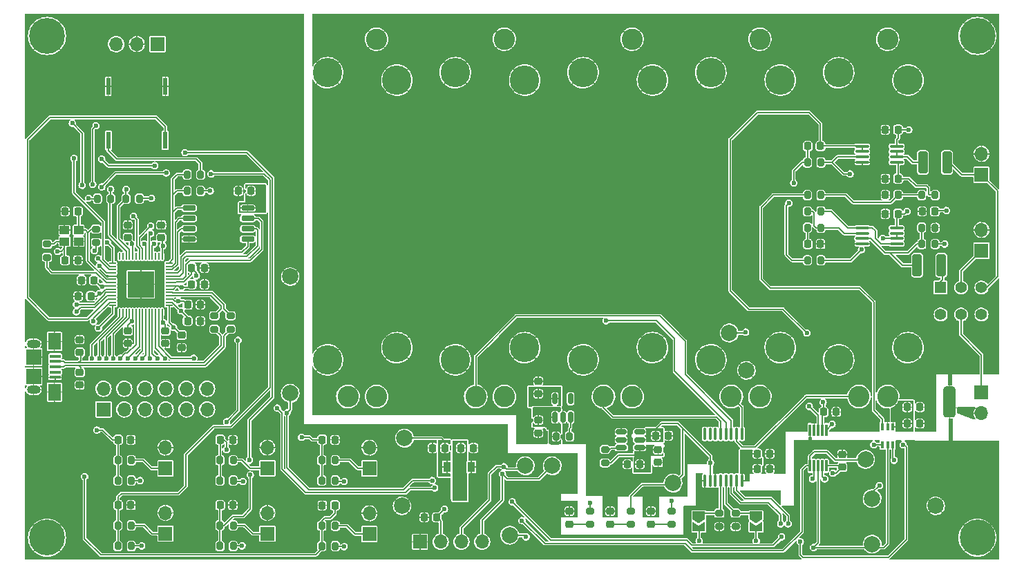
<source format=gtl>
G04 #@! TF.GenerationSoftware,KiCad,Pcbnew,(6.0.5)*
G04 #@! TF.CreationDate,2023-10-06T12:52:39-04:00*
G04 #@! TF.ProjectId,v1,76312e6b-6963-4616-945f-706362585858,rev?*
G04 #@! TF.SameCoordinates,Original*
G04 #@! TF.FileFunction,Copper,L1,Top*
G04 #@! TF.FilePolarity,Positive*
%FSLAX46Y46*%
G04 Gerber Fmt 4.6, Leading zero omitted, Abs format (unit mm)*
G04 Created by KiCad (PCBNEW (6.0.5)) date 2023-10-06 12:52:39*
%MOMM*%
%LPD*%
G01*
G04 APERTURE LIST*
G04 Aperture macros list*
%AMRoundRect*
0 Rectangle with rounded corners*
0 $1 Rounding radius*
0 $2 $3 $4 $5 $6 $7 $8 $9 X,Y pos of 4 corners*
0 Add a 4 corners polygon primitive as box body*
4,1,4,$2,$3,$4,$5,$6,$7,$8,$9,$2,$3,0*
0 Add four circle primitives for the rounded corners*
1,1,$1+$1,$2,$3*
1,1,$1+$1,$4,$5*
1,1,$1+$1,$6,$7*
1,1,$1+$1,$8,$9*
0 Add four rect primitives between the rounded corners*
20,1,$1+$1,$2,$3,$4,$5,0*
20,1,$1+$1,$4,$5,$6,$7,0*
20,1,$1+$1,$6,$7,$8,$9,0*
20,1,$1+$1,$8,$9,$2,$3,0*%
%AMFreePoly0*
4,1,6,1.000000,0.000000,0.500000,-0.750000,-0.500000,-0.750000,-0.500000,0.750000,0.500000,0.750000,1.000000,0.000000,1.000000,0.000000,$1*%
%AMFreePoly1*
4,1,6,0.500000,-0.750000,-0.650000,-0.750000,-0.150000,0.000000,-0.650000,0.750000,0.500000,0.750000,0.500000,-0.750000,0.500000,-0.750000,$1*%
%AMFreePoly2*
4,1,9,3.862500,-0.866500,0.737500,-0.866500,0.737500,-0.450000,-0.737500,-0.450000,-0.737500,0.450000,0.737500,0.450000,0.737500,0.866500,3.862500,0.866500,3.862500,-0.866500,3.862500,-0.866500,$1*%
G04 Aperture macros list end*
G04 #@! TA.AperFunction,SMDPad,CuDef*
%ADD10RoundRect,0.218750X0.256250X-0.218750X0.256250X0.218750X-0.256250X0.218750X-0.256250X-0.218750X0*%
G04 #@! TD*
G04 #@! TA.AperFunction,SMDPad,CuDef*
%ADD11RoundRect,0.218750X-0.256250X0.218750X-0.256250X-0.218750X0.256250X-0.218750X0.256250X0.218750X0*%
G04 #@! TD*
G04 #@! TA.AperFunction,SMDPad,CuDef*
%ADD12RoundRect,0.200000X-0.200000X-0.275000X0.200000X-0.275000X0.200000X0.275000X-0.200000X0.275000X0*%
G04 #@! TD*
G04 #@! TA.AperFunction,SMDPad,CuDef*
%ADD13RoundRect,0.225000X0.225000X0.250000X-0.225000X0.250000X-0.225000X-0.250000X0.225000X-0.250000X0*%
G04 #@! TD*
G04 #@! TA.AperFunction,SMDPad,CuDef*
%ADD14RoundRect,0.200000X0.200000X0.275000X-0.200000X0.275000X-0.200000X-0.275000X0.200000X-0.275000X0*%
G04 #@! TD*
G04 #@! TA.AperFunction,SMDPad,CuDef*
%ADD15C,2.000000*%
G04 #@! TD*
G04 #@! TA.AperFunction,ComponentPad*
%ADD16R,1.700000X1.700000*%
G04 #@! TD*
G04 #@! TA.AperFunction,ComponentPad*
%ADD17O,1.700000X1.700000*%
G04 #@! TD*
G04 #@! TA.AperFunction,SMDPad,CuDef*
%ADD18RoundRect,0.225000X0.250000X-0.225000X0.250000X0.225000X-0.250000X0.225000X-0.250000X-0.225000X0*%
G04 #@! TD*
G04 #@! TA.AperFunction,SMDPad,CuDef*
%ADD19RoundRect,0.225000X-0.225000X-0.250000X0.225000X-0.250000X0.225000X0.250000X-0.225000X0.250000X0*%
G04 #@! TD*
G04 #@! TA.AperFunction,SMDPad,CuDef*
%ADD20RoundRect,0.200000X0.275000X-0.200000X0.275000X0.200000X-0.275000X0.200000X-0.275000X-0.200000X0*%
G04 #@! TD*
G04 #@! TA.AperFunction,ComponentPad*
%ADD21C,4.400000*%
G04 #@! TD*
G04 #@! TA.AperFunction,SMDPad,CuDef*
%ADD22RoundRect,0.200000X-0.275000X0.200000X-0.275000X-0.200000X0.275000X-0.200000X0.275000X0.200000X0*%
G04 #@! TD*
G04 #@! TA.AperFunction,SMDPad,CuDef*
%ADD23RoundRect,0.225000X-0.250000X0.225000X-0.250000X-0.225000X0.250000X-0.225000X0.250000X0.225000X0*%
G04 #@! TD*
G04 #@! TA.AperFunction,SMDPad,CuDef*
%ADD24RoundRect,0.381000X-0.381000X0.762000X-0.381000X-0.762000X0.381000X-0.762000X0.381000X0.762000X0*%
G04 #@! TD*
G04 #@! TA.AperFunction,SMDPad,CuDef*
%ADD25O,0.200000X0.875000*%
G04 #@! TD*
G04 #@! TA.AperFunction,SMDPad,CuDef*
%ADD26O,0.875000X0.200000*%
G04 #@! TD*
G04 #@! TA.AperFunction,SMDPad,CuDef*
%ADD27R,3.200000X3.200000*%
G04 #@! TD*
G04 #@! TA.AperFunction,SMDPad,CuDef*
%ADD28R,0.558800X2.108200*%
G04 #@! TD*
G04 #@! TA.AperFunction,SMDPad,CuDef*
%ADD29RoundRect,0.100000X-0.100000X0.637500X-0.100000X-0.637500X0.100000X-0.637500X0.100000X0.637500X0*%
G04 #@! TD*
G04 #@! TA.AperFunction,SMDPad,CuDef*
%ADD30RoundRect,0.150000X0.150000X-0.512500X0.150000X0.512500X-0.150000X0.512500X-0.150000X-0.512500X0*%
G04 #@! TD*
G04 #@! TA.AperFunction,ComponentPad*
%ADD31R,1.400000X1.400000*%
G04 #@! TD*
G04 #@! TA.AperFunction,ComponentPad*
%ADD32C,1.400000*%
G04 #@! TD*
G04 #@! TA.AperFunction,SMDPad,CuDef*
%ADD33RoundRect,0.100000X-0.712500X-0.100000X0.712500X-0.100000X0.712500X0.100000X-0.712500X0.100000X0*%
G04 #@! TD*
G04 #@! TA.AperFunction,SMDPad,CuDef*
%ADD34RoundRect,0.150000X-0.650000X-0.150000X0.650000X-0.150000X0.650000X0.150000X-0.650000X0.150000X0*%
G04 #@! TD*
G04 #@! TA.AperFunction,SMDPad,CuDef*
%ADD35R,1.150000X1.000000*%
G04 #@! TD*
G04 #@! TA.AperFunction,SMDPad,CuDef*
%ADD36R,0.400000X0.900000*%
G04 #@! TD*
G04 #@! TA.AperFunction,SMDPad,CuDef*
%ADD37RoundRect,0.150000X-0.512500X-0.150000X0.512500X-0.150000X0.512500X0.150000X-0.512500X0.150000X0*%
G04 #@! TD*
G04 #@! TA.AperFunction,SMDPad,CuDef*
%ADD38RoundRect,0.250000X-0.325000X-1.100000X0.325000X-1.100000X0.325000X1.100000X-0.325000X1.100000X0*%
G04 #@! TD*
G04 #@! TA.AperFunction,SMDPad,CuDef*
%ADD39FreePoly0,270.000000*%
G04 #@! TD*
G04 #@! TA.AperFunction,SMDPad,CuDef*
%ADD40FreePoly1,270.000000*%
G04 #@! TD*
G04 #@! TA.AperFunction,SMDPad,CuDef*
%ADD41R,0.300000X1.400000*%
G04 #@! TD*
G04 #@! TA.AperFunction,SMDPad,CuDef*
%ADD42R,1.600000X2.100000*%
G04 #@! TD*
G04 #@! TA.AperFunction,SMDPad,CuDef*
%ADD43R,1.900000X1.950000*%
G04 #@! TD*
G04 #@! TA.AperFunction,ComponentPad*
%ADD44O,1.700000X1.000000*%
G04 #@! TD*
G04 #@! TA.AperFunction,SMDPad,CuDef*
%ADD45R,1.360000X0.400000*%
G04 #@! TD*
G04 #@! TA.AperFunction,SMDPad,CuDef*
%ADD46R,0.900000X1.300000*%
G04 #@! TD*
G04 #@! TA.AperFunction,SMDPad,CuDef*
%ADD47FreePoly2,270.000000*%
G04 #@! TD*
G04 #@! TA.AperFunction,SMDPad,CuDef*
%ADD48RoundRect,0.250000X0.325000X1.100000X-0.325000X1.100000X-0.325000X-1.100000X0.325000X-1.100000X0*%
G04 #@! TD*
G04 #@! TA.AperFunction,ComponentPad*
%ADD49C,2.600000*%
G04 #@! TD*
G04 #@! TA.AperFunction,ComponentPad*
%ADD50C,3.600000*%
G04 #@! TD*
G04 #@! TA.AperFunction,ViaPad*
%ADD51C,0.600000*%
G04 #@! TD*
G04 #@! TA.AperFunction,Conductor*
%ADD52C,0.175000*%
G04 #@! TD*
G04 #@! TA.AperFunction,Conductor*
%ADD53C,0.150000*%
G04 #@! TD*
G04 #@! TA.AperFunction,Conductor*
%ADD54C,0.200000*%
G04 #@! TD*
G04 APERTURE END LIST*
D10*
X94500000Y-106787500D03*
X94500000Y-105212500D03*
D11*
X94500000Y-109212500D03*
X94500000Y-110787500D03*
D12*
X124175000Y-120000000D03*
X125825000Y-120000000D03*
D13*
X115500000Y-87000000D03*
X113950000Y-87000000D03*
D14*
X185325000Y-91500000D03*
X183675000Y-91500000D03*
D15*
X199400000Y-125600000D03*
D16*
X117500000Y-129000000D03*
D17*
X117500000Y-126460000D03*
D16*
X104040000Y-69000000D03*
D17*
X101500000Y-69000000D03*
X98960000Y-69000000D03*
D16*
X205000000Y-94318750D03*
D17*
X205000000Y-91778750D03*
D18*
X100400000Y-92712500D03*
X100400000Y-91162500D03*
D12*
X99175000Y-120000000D03*
X100825000Y-120000000D03*
D19*
X195905000Y-113500000D03*
X197455000Y-113500000D03*
D20*
X158862500Y-120325000D03*
X158862500Y-118675000D03*
D14*
X113325000Y-122500000D03*
X111675000Y-122500000D03*
D13*
X185275000Y-93500000D03*
X183725000Y-93500000D03*
D21*
X90500000Y-68000000D03*
D11*
X159500000Y-126252500D03*
X159500000Y-127827500D03*
D22*
X172875000Y-126487500D03*
X172875000Y-128137500D03*
D15*
X190800000Y-119900000D03*
D19*
X195905000Y-115500000D03*
X197455000Y-115500000D03*
D12*
X99175000Y-128000000D03*
X100825000Y-128000000D03*
D16*
X130000000Y-121000000D03*
D17*
X130000000Y-118460000D03*
D13*
X138275000Y-127000000D03*
X136725000Y-127000000D03*
D23*
X107000000Y-104662500D03*
X107000000Y-106212500D03*
D22*
X113000000Y-102287500D03*
X113000000Y-103937500D03*
D13*
X194775000Y-87500000D03*
X193225000Y-87500000D03*
D22*
X157000000Y-126215000D03*
X157000000Y-127865000D03*
D16*
X117500000Y-121000000D03*
D17*
X117500000Y-118460000D03*
D15*
X120300000Y-111800000D03*
D24*
X201106000Y-112100000D03*
X201106000Y-113600000D03*
D25*
X104600000Y-95000000D03*
X104200000Y-95000000D03*
X103800000Y-95000000D03*
X103400000Y-95000000D03*
X103000000Y-95000000D03*
X102600000Y-95000000D03*
X102200000Y-95000000D03*
X101800000Y-95000000D03*
X101400000Y-95000000D03*
X101000000Y-95000000D03*
X100600000Y-95000000D03*
X100200000Y-95000000D03*
X99800000Y-95000000D03*
X99400000Y-95000000D03*
D26*
X98562500Y-95837500D03*
X98562500Y-96237500D03*
X98562500Y-96637500D03*
X98562500Y-97037500D03*
X98562500Y-97437500D03*
X98562500Y-97837500D03*
X98562500Y-98237500D03*
X98562500Y-98637500D03*
X98562500Y-99037500D03*
X98562500Y-99437500D03*
X98562500Y-99837500D03*
X98562500Y-100237500D03*
X98562500Y-100637500D03*
X98562500Y-101037500D03*
D25*
X99400000Y-101875000D03*
X99800000Y-101875000D03*
X100200000Y-101875000D03*
X100600000Y-101875000D03*
X101000000Y-101875000D03*
X101400000Y-101875000D03*
X101800000Y-101875000D03*
X102200000Y-101875000D03*
X102600000Y-101875000D03*
X103000000Y-101875000D03*
X103400000Y-101875000D03*
X103800000Y-101875000D03*
X104200000Y-101875000D03*
X104600000Y-101875000D03*
D26*
X105437500Y-101037500D03*
X105437500Y-100637500D03*
X105437500Y-100237500D03*
X105437500Y-99837500D03*
X105437500Y-99437500D03*
X105437500Y-99037500D03*
X105437500Y-98637500D03*
X105437500Y-98237500D03*
X105437500Y-97837500D03*
X105437500Y-97437500D03*
X105437500Y-97037500D03*
X105437500Y-96637500D03*
X105437500Y-96237500D03*
X105437500Y-95837500D03*
D27*
X102000000Y-98437500D03*
D28*
X105000000Y-74199300D03*
X105000000Y-80800700D03*
D16*
X136200000Y-130000000D03*
D17*
X138740000Y-130000000D03*
X141280000Y-130000000D03*
X143820000Y-130000000D03*
D29*
X175650000Y-116775000D03*
X175000000Y-116775000D03*
X174350000Y-116775000D03*
X173700000Y-116775000D03*
X173050000Y-116775000D03*
X172400000Y-116775000D03*
X171750000Y-116775000D03*
X171100000Y-116775000D03*
X171100000Y-122500000D03*
X171750000Y-122500000D03*
X172400000Y-122500000D03*
X173050000Y-122500000D03*
X173700000Y-122500000D03*
X174350000Y-122500000D03*
X175000000Y-122500000D03*
X175650000Y-122500000D03*
D12*
X197675000Y-87500000D03*
X199325000Y-87500000D03*
D15*
X174100000Y-104400000D03*
D12*
X183675000Y-83500000D03*
X185325000Y-83500000D03*
X111675000Y-120000000D03*
X113325000Y-120000000D03*
D16*
X97420000Y-113775000D03*
D17*
X97420000Y-111235000D03*
X99960000Y-113775000D03*
X99960000Y-111235000D03*
X102500000Y-113775000D03*
X102500000Y-111235000D03*
X105040000Y-113775000D03*
X105040000Y-111235000D03*
X107580000Y-113775000D03*
X107580000Y-111235000D03*
X110120000Y-113775000D03*
X110120000Y-111235000D03*
D16*
X205000000Y-85000000D03*
D17*
X205000000Y-82460000D03*
D12*
X152875000Y-117100000D03*
X154525000Y-117100000D03*
D16*
X130000000Y-129040000D03*
D17*
X130000000Y-126500000D03*
D15*
X134300000Y-117300000D03*
D13*
X96275000Y-97937500D03*
X94725000Y-97937500D03*
D30*
X152750000Y-114737500D03*
X153700000Y-114737500D03*
X154650000Y-114737500D03*
X154650000Y-112462500D03*
X152750000Y-112462500D03*
D31*
X200000000Y-98850000D03*
D32*
X202500000Y-98850000D03*
X205000000Y-98850000D03*
X200000000Y-102150000D03*
X202500000Y-102150000D03*
X205000000Y-102150000D03*
D14*
X185325000Y-95500000D03*
X183675000Y-95500000D03*
D20*
X96500000Y-93325000D03*
X96500000Y-91675000D03*
D13*
X94275000Y-89500000D03*
X92725000Y-89500000D03*
D33*
X190387500Y-91525000D03*
X190387500Y-92175000D03*
X190387500Y-92825000D03*
X190387500Y-93475000D03*
X194612500Y-93475000D03*
X194612500Y-92825000D03*
X194612500Y-92175000D03*
X194612500Y-91525000D03*
D12*
X197675000Y-91500000D03*
X199325000Y-91500000D03*
D16*
X205000000Y-111725000D03*
D17*
X205000000Y-114265000D03*
D15*
X147200000Y-129200000D03*
D34*
X107900000Y-89095000D03*
X107900000Y-90365000D03*
X107900000Y-91635000D03*
X107900000Y-92905000D03*
X115100000Y-92905000D03*
X115100000Y-91635000D03*
X115100000Y-90365000D03*
X115100000Y-89095000D03*
D35*
X92625000Y-93200000D03*
X94375000Y-93200000D03*
X94375000Y-91800000D03*
X92625000Y-91800000D03*
D12*
X183675000Y-87500000D03*
X185325000Y-87500000D03*
D14*
X199325000Y-93500000D03*
X197675000Y-93500000D03*
D23*
X150700000Y-115100000D03*
X150700000Y-116650000D03*
D36*
X192850000Y-118100000D03*
X193500000Y-118100000D03*
X194150000Y-118100000D03*
X194150000Y-115900000D03*
X193500000Y-115900000D03*
X192850000Y-115900000D03*
D15*
X167200000Y-122800000D03*
D22*
X111000000Y-102287500D03*
X111000000Y-103937500D03*
D15*
X191600000Y-130300000D03*
D23*
X105000000Y-104162500D03*
X105000000Y-105712500D03*
D19*
X111725000Y-117500000D03*
X113275000Y-117500000D03*
X108225000Y-96437500D03*
X109775000Y-96437500D03*
X99225000Y-125500000D03*
X100775000Y-125500000D03*
D12*
X107675000Y-87000000D03*
X109325000Y-87000000D03*
D18*
X150700000Y-111875000D03*
X150700000Y-110325000D03*
D19*
X111725000Y-125500000D03*
X113275000Y-125500000D03*
X197725000Y-89500000D03*
X199275000Y-89500000D03*
D13*
X194775000Y-89800000D03*
X193225000Y-89800000D03*
D15*
X149100000Y-120700000D03*
D11*
X154500000Y-126252500D03*
X154500000Y-127827500D03*
D33*
X190387500Y-81525000D03*
X190387500Y-82175000D03*
X190387500Y-82825000D03*
X190387500Y-83475000D03*
X194612500Y-83475000D03*
X194612500Y-82825000D03*
X194612500Y-82175000D03*
X194612500Y-81525000D03*
D22*
X162000000Y-126215000D03*
X162000000Y-127865000D03*
D37*
X160862500Y-116550000D03*
X160862500Y-117500000D03*
X160862500Y-118450000D03*
X163137500Y-118450000D03*
X163137500Y-117500000D03*
X163137500Y-116550000D03*
D14*
X125825000Y-122500000D03*
X124175000Y-122500000D03*
X100825000Y-130500000D03*
X99175000Y-130500000D03*
D19*
X107725000Y-102937500D03*
X109275000Y-102937500D03*
D38*
X197825000Y-83500000D03*
X200775000Y-83500000D03*
D39*
X177375000Y-126775000D03*
D40*
X177375000Y-128225000D03*
D39*
X170375000Y-126775000D03*
D40*
X170375000Y-128225000D03*
D13*
X139275000Y-118500000D03*
X137725000Y-118500000D03*
D12*
X107675000Y-85000000D03*
X109325000Y-85000000D03*
D15*
X120300000Y-97500000D03*
D23*
X165362500Y-118725000D03*
X165362500Y-120275000D03*
D19*
X177525000Y-119200000D03*
X179075000Y-119200000D03*
D13*
X95875000Y-99900000D03*
X94325000Y-99900000D03*
D19*
X124225000Y-117500000D03*
X125775000Y-117500000D03*
X177525000Y-121062500D03*
X179075000Y-121062500D03*
D16*
X105000000Y-121000000D03*
D17*
X105000000Y-118460000D03*
D11*
X164500000Y-126252500D03*
X164500000Y-127827500D03*
D19*
X108225000Y-98437500D03*
X109775000Y-98437500D03*
D28*
X98000000Y-74199300D03*
X98000000Y-80800700D03*
D13*
X125775000Y-125540000D03*
X124225000Y-125540000D03*
D41*
X186000000Y-116300000D03*
X185500000Y-116300000D03*
X185000000Y-116300000D03*
X184500000Y-116300000D03*
X184000000Y-116300000D03*
X184000000Y-120700000D03*
X184500000Y-120700000D03*
X185000000Y-120700000D03*
X185500000Y-120700000D03*
X186000000Y-120700000D03*
D16*
X105000000Y-129000000D03*
D17*
X105000000Y-126460000D03*
D42*
X91400000Y-111650000D03*
D43*
X88850000Y-107375000D03*
D42*
X91400000Y-105450000D03*
D44*
X88850000Y-111375000D03*
D43*
X88850000Y-109725000D03*
D44*
X88850000Y-105725000D03*
D45*
X91500000Y-109850000D03*
X91500000Y-109200000D03*
X91500000Y-108550000D03*
X91500000Y-107900000D03*
X91500000Y-107250000D03*
D19*
X183725000Y-81500000D03*
X185275000Y-81500000D03*
D22*
X167000000Y-126215000D03*
X167000000Y-127865000D03*
D21*
X90500000Y-129500000D03*
D15*
X176200000Y-109000000D03*
D21*
X204500000Y-68000000D03*
D14*
X185325000Y-89500000D03*
X183675000Y-89500000D03*
D13*
X163137500Y-120500000D03*
X161587500Y-120500000D03*
D12*
X111675000Y-128000000D03*
X113325000Y-128000000D03*
D14*
X113325000Y-130500000D03*
X111675000Y-130500000D03*
X100825000Y-122500000D03*
X99175000Y-122500000D03*
D19*
X107725000Y-100937500D03*
X109275000Y-100937500D03*
D18*
X104500000Y-92712500D03*
X104500000Y-91162500D03*
D22*
X174875000Y-126487500D03*
X174875000Y-128137500D03*
D15*
X134000000Y-125600000D03*
X191600000Y-124700000D03*
D19*
X99225000Y-117500000D03*
X100775000Y-117500000D03*
D22*
X90500000Y-93500000D03*
X90500000Y-95150000D03*
D19*
X185654000Y-114079000D03*
X187204000Y-114079000D03*
X92725000Y-95500000D03*
X94275000Y-95500000D03*
D13*
X194775000Y-85500000D03*
X193225000Y-85500000D03*
D46*
X142500000Y-120850000D03*
D47*
X141000000Y-120937500D03*
D46*
X139500000Y-120850000D03*
D18*
X187929000Y-120854000D03*
X187929000Y-119304000D03*
D48*
X200075000Y-96100000D03*
X197125000Y-96100000D03*
D19*
X165087500Y-117000000D03*
X166637500Y-117000000D03*
D23*
X100400000Y-104125000D03*
X100400000Y-105675000D03*
D19*
X141225000Y-118500000D03*
X142775000Y-118500000D03*
D14*
X125825000Y-130540000D03*
X124175000Y-130540000D03*
D12*
X124175000Y-128040000D03*
X125825000Y-128040000D03*
X100175000Y-87937500D03*
X101825000Y-87937500D03*
D13*
X194775000Y-79500000D03*
X193225000Y-79500000D03*
D14*
X98325000Y-87937500D03*
X96675000Y-87937500D03*
D21*
X204500000Y-129500000D03*
D15*
X152400000Y-120700000D03*
D49*
X162187500Y-112200000D03*
X158687500Y-112200000D03*
D50*
X164687500Y-73400000D03*
X156187500Y-72500000D03*
X156187500Y-107700000D03*
X164687500Y-106200000D03*
D49*
X162187500Y-68400000D03*
X130875000Y-112200000D03*
X127375000Y-112200000D03*
D50*
X133375000Y-73400000D03*
X124875000Y-72500000D03*
D49*
X130875000Y-68400000D03*
D50*
X124875000Y-107700000D03*
X133375000Y-106200000D03*
D49*
X177843750Y-112200000D03*
X174343750Y-112200000D03*
X177843750Y-68400000D03*
D50*
X171843750Y-107700000D03*
X180343750Y-73400000D03*
X180343750Y-106200000D03*
X171843750Y-72500000D03*
D49*
X193500000Y-112200000D03*
X190000000Y-112200000D03*
X193500000Y-68400000D03*
D50*
X196000000Y-106200000D03*
X187500000Y-107700000D03*
X187500000Y-72500000D03*
X196000000Y-73400000D03*
D49*
X146531250Y-112200000D03*
X143031250Y-112200000D03*
D50*
X140531250Y-107700000D03*
X140531250Y-72500000D03*
X149031250Y-106200000D03*
D49*
X146531250Y-68400000D03*
D50*
X149031250Y-73400000D03*
D51*
X141000000Y-119600000D03*
X164200000Y-119400000D03*
X152000000Y-116000000D03*
X105800000Y-106500000D03*
X114400000Y-117500000D03*
X170700000Y-123900000D03*
X200800000Y-128000000D03*
X101000000Y-99500000D03*
X184000000Y-117800000D03*
X110500000Y-100900000D03*
X143000000Y-119600000D03*
X103000000Y-99500000D03*
X102000000Y-98500000D03*
X187900000Y-118100000D03*
X92700000Y-88200000D03*
X105000000Y-72200000D03*
X94600000Y-103800000D03*
X174900000Y-129700000D03*
X93000000Y-109800000D03*
X94400000Y-94400000D03*
X104500000Y-90000000D03*
X93600000Y-97900000D03*
X93400000Y-99900000D03*
X91200000Y-91800000D03*
X103000000Y-97500000D03*
X99200000Y-105700000D03*
X123900000Y-126700000D03*
X100000000Y-90000000D03*
X109300000Y-104100000D03*
X91800000Y-113700000D03*
X112500000Y-87000000D03*
X136600000Y-118500000D03*
X107900000Y-93600000D03*
X110700000Y-96800000D03*
X102000000Y-99500000D03*
X102000000Y-97500000D03*
X172900000Y-129800000D03*
X114300000Y-125500000D03*
X110700000Y-98400000D03*
X94600000Y-112500000D03*
X98000000Y-72100000D03*
X103000000Y-98500000D03*
X101000000Y-98500000D03*
X101900000Y-117600000D03*
X101000000Y-97500000D03*
X204300000Y-124200000D03*
X91800000Y-103600000D03*
X108200000Y-106200000D03*
X139200000Y-126000000D03*
X97300000Y-98700000D03*
X157000000Y-125200000D03*
X106000000Y-103700000D03*
X126900000Y-130600000D03*
X100875500Y-103000000D03*
X104700000Y-93700000D03*
X116700000Y-88000000D03*
X186800000Y-121600000D03*
X101900000Y-122500000D03*
X170400000Y-129900000D03*
X103300000Y-87900000D03*
X106900000Y-101700000D03*
X126900000Y-122600000D03*
X110500000Y-87000000D03*
X104724500Y-103100000D03*
X95600000Y-87900000D03*
X107000000Y-98800000D03*
X139600000Y-119500000D03*
X102100000Y-130500000D03*
X114500000Y-122600000D03*
X100900000Y-93500000D03*
X114400000Y-130500000D03*
X177400000Y-129900000D03*
X138800000Y-119500000D03*
X108800000Y-97400000D03*
X106600000Y-100500000D03*
X96900000Y-99600000D03*
X96300000Y-94300000D03*
X91800000Y-94400000D03*
X149900000Y-113000000D03*
X176100000Y-104300000D03*
X196100000Y-79500000D03*
X167000000Y-125000000D03*
X195900000Y-89500000D03*
X151500000Y-113000000D03*
X194500000Y-114000000D03*
X176425000Y-120500000D03*
X200500000Y-93500000D03*
X194400000Y-114900000D03*
X150700000Y-113000000D03*
X151700000Y-111400000D03*
X185600000Y-112900000D03*
X153900000Y-113600000D03*
X167700000Y-118500000D03*
X188500000Y-114000000D03*
X193300000Y-114400000D03*
X189100000Y-93900000D03*
X191800000Y-79400000D03*
X180300000Y-119200000D03*
X198500000Y-113500000D03*
X196500000Y-81500000D03*
X198500000Y-115500000D03*
X165300000Y-121400000D03*
X169100000Y-118100000D03*
X172700000Y-121100000D03*
X191900000Y-85500000D03*
X160400000Y-120800000D03*
X191900000Y-87500000D03*
X159400000Y-116400000D03*
X180300000Y-121000000D03*
X191900000Y-89600000D03*
X171800000Y-120300000D03*
X186700000Y-115600000D03*
X93800000Y-83000000D03*
X115300000Y-120000000D03*
X103700000Y-83900000D03*
X107400000Y-82300000D03*
X97200000Y-83100000D03*
X115400000Y-121800000D03*
X95100000Y-122000000D03*
X96800000Y-95300000D03*
X110600000Y-84900000D03*
X105100000Y-84800000D03*
X97200000Y-86500000D03*
X97900000Y-93300000D03*
X96600000Y-116300000D03*
X96929122Y-96170878D03*
X112500000Y-118700000D03*
X96200000Y-103000000D03*
X112500000Y-115300000D03*
X113900000Y-105300000D03*
X96800000Y-103800000D03*
X121700000Y-117200000D03*
X182000000Y-86000000D03*
X181400000Y-88500000D03*
X188900000Y-84900000D03*
X200700000Y-89400000D03*
X192900000Y-92800000D03*
X190300000Y-94200000D03*
X94100000Y-101800000D03*
X93600000Y-78700000D03*
X94800000Y-86300000D03*
X96100000Y-86200000D03*
X94100000Y-100900000D03*
X96500000Y-79000000D03*
X181300000Y-127800000D03*
X146500000Y-120800000D03*
X100200000Y-86800000D03*
X180400000Y-127800000D03*
X146300000Y-121700000D03*
X98300000Y-86800000D03*
X96000000Y-107500000D03*
X96900000Y-107500000D03*
X97742055Y-107500000D03*
X98600000Y-107500000D03*
X99500000Y-107500000D03*
X100400000Y-107525500D03*
X101300000Y-107500000D03*
X102200000Y-107500000D03*
X103100000Y-107525500D03*
X104000000Y-107525500D03*
X104960527Y-107525500D03*
X108500000Y-107500000D03*
X184400000Y-130700000D03*
X103600000Y-93500000D03*
X192500000Y-123100000D03*
X194300000Y-120000000D03*
X185800000Y-122300000D03*
X103200000Y-92200000D03*
X102400000Y-93500000D03*
X184300000Y-122300000D03*
X149200000Y-129400000D03*
X103200000Y-91300000D03*
X148700000Y-127400000D03*
X119900000Y-114200000D03*
X137700000Y-122500000D03*
X159000000Y-102900000D03*
X101100000Y-90100000D03*
X191800000Y-118100000D03*
X147500000Y-125100000D03*
X180500000Y-129400000D03*
X182800000Y-130000000D03*
X195400000Y-118100000D03*
X118700000Y-113600000D03*
X138000000Y-123400000D03*
X183600000Y-104400000D03*
X183900000Y-113400000D03*
D52*
X94600000Y-106975000D02*
X94600000Y-107800000D01*
X94600000Y-107800000D02*
X94337500Y-108062500D01*
X94600000Y-108600000D02*
X94387500Y-108387500D01*
X94600000Y-109325000D02*
X94600000Y-108600000D01*
X94337500Y-108062500D02*
X109707690Y-108062500D01*
D53*
X205000000Y-107100000D02*
X202500000Y-104600000D01*
X205000000Y-111725000D02*
X205000000Y-107100000D01*
X202500000Y-104600000D02*
X202500000Y-102150000D01*
X160500000Y-119400000D02*
X164200000Y-119400000D01*
X159575000Y-120325000D02*
X160500000Y-119400000D01*
X158862500Y-120325000D02*
X159575000Y-120325000D01*
X100875500Y-103000000D02*
X101000000Y-102875500D01*
X96975000Y-98637500D02*
X98562500Y-98637500D01*
X138740000Y-130000000D02*
X138740000Y-127465000D01*
X125885000Y-130600000D02*
X125825000Y-130540000D01*
X107000000Y-98800000D02*
X107862500Y-98800000D01*
X105437500Y-98637500D02*
X106362500Y-98637500D01*
X177400000Y-128250000D02*
X177375000Y-128225000D01*
X104600000Y-101875000D02*
X104600000Y-102975500D01*
X96275000Y-97937500D02*
X96975000Y-98637500D01*
X106725000Y-98800000D02*
X107000000Y-98800000D01*
X101000000Y-95000000D02*
X101000000Y-93312500D01*
X107000000Y-104662500D02*
X105437500Y-103100000D01*
X101000000Y-102875500D02*
X101000000Y-101875000D01*
X110500000Y-87000000D02*
X109325000Y-87000000D01*
X187775000Y-120700000D02*
X186000000Y-120700000D01*
X157000000Y-125200000D02*
X157000000Y-126215000D01*
X138275000Y-127000000D02*
X138275000Y-126925000D01*
X170400000Y-128250000D02*
X170375000Y-128225000D01*
X105000000Y-103375500D02*
X104724500Y-103100000D01*
X107725000Y-102525000D02*
X107725000Y-102937500D01*
X187929000Y-120854000D02*
X187775000Y-120700000D01*
X113425000Y-122600000D02*
X113325000Y-122500000D01*
X102100000Y-130500000D02*
X100825000Y-130500000D01*
X95637500Y-87937500D02*
X95600000Y-87900000D01*
X134300000Y-117300000D02*
X138800000Y-117300000D01*
X138275000Y-126925000D02*
X139200000Y-126000000D01*
X105962500Y-99037500D02*
X106362500Y-98637500D01*
X114500000Y-122600000D02*
X113425000Y-122600000D01*
X138740000Y-127465000D02*
X138275000Y-127000000D01*
X138800000Y-117300000D02*
X139275000Y-117775000D01*
X101000000Y-93312500D02*
X100400000Y-92712500D01*
X104600000Y-95000000D02*
X104600000Y-92812500D01*
X96675000Y-87937500D02*
X95637500Y-87937500D01*
X105437500Y-103100000D02*
X105437500Y-101037500D01*
X103300000Y-87900000D02*
X101862500Y-87900000D01*
X105000000Y-104162500D02*
X105000000Y-103375500D01*
X100400000Y-103475500D02*
X100875500Y-103000000D01*
X186800000Y-121600000D02*
X187183000Y-121600000D01*
X101862500Y-87900000D02*
X101825000Y-87937500D01*
X170400000Y-129900000D02*
X170400000Y-128250000D01*
X101900000Y-122500000D02*
X100825000Y-122500000D01*
X187183000Y-121600000D02*
X187929000Y-120854000D01*
X100400000Y-104125000D02*
X100400000Y-103475500D01*
X139275000Y-117775000D02*
X139275000Y-118500000D01*
X126900000Y-130600000D02*
X125885000Y-130600000D01*
X125925000Y-122600000D02*
X125825000Y-122500000D01*
X107862500Y-98800000D02*
X108225000Y-98437500D01*
X104600000Y-92812500D02*
X104500000Y-92712500D01*
X106562500Y-98637500D02*
X106725000Y-98800000D01*
X105837500Y-100637500D02*
X107725000Y-102525000D01*
X177400000Y-129900000D02*
X177400000Y-128250000D01*
X126900000Y-122600000D02*
X125925000Y-122600000D01*
X106362500Y-98637500D02*
X106562500Y-98637500D01*
X114400000Y-130500000D02*
X113325000Y-130500000D01*
X105437500Y-99037500D02*
X105962500Y-99037500D01*
X105437500Y-100637500D02*
X105837500Y-100637500D01*
X104600000Y-102975500D02*
X104724500Y-103100000D01*
D54*
X195925000Y-82825000D02*
X194612500Y-82825000D01*
D53*
X194612500Y-82175000D02*
X194612500Y-82825000D01*
D54*
X197825000Y-83500000D02*
X196600000Y-83500000D01*
X196600000Y-83500000D02*
X195925000Y-82825000D01*
D53*
X189300000Y-88400000D02*
X193875000Y-88400000D01*
X185325000Y-87500000D02*
X188400000Y-87500000D01*
X193875000Y-88400000D02*
X194775000Y-87500000D01*
X194775000Y-87500000D02*
X197675000Y-87500000D01*
X188400000Y-87500000D02*
X189300000Y-88400000D01*
X108800000Y-97012500D02*
X108225000Y-96437500D01*
X96600000Y-99900000D02*
X95875000Y-99900000D01*
X106276414Y-98237500D02*
X106375935Y-98137980D01*
X105437500Y-100237500D02*
X105861086Y-100237500D01*
X108225000Y-97212500D02*
X108225000Y-96437500D01*
X107299520Y-98137980D02*
X108225000Y-97212500D01*
X105437500Y-98237500D02*
X106276414Y-98237500D01*
X107287500Y-100500000D02*
X107725000Y-100937500D01*
X97141772Y-99600000D02*
X97704272Y-99037500D01*
X106375935Y-98137980D02*
X107299520Y-98137980D01*
X105861086Y-100237500D02*
X106123586Y-100500000D01*
X96900000Y-99600000D02*
X97141772Y-99600000D01*
X97704272Y-99037500D02*
X98562500Y-99037500D01*
X106600000Y-100500000D02*
X107287500Y-100500000D01*
X106123586Y-100500000D02*
X106600000Y-100500000D01*
X108800000Y-97400000D02*
X108800000Y-97012500D01*
X96900000Y-99600000D02*
X96600000Y-99900000D01*
X94375000Y-89600000D02*
X94275000Y-89500000D01*
X94375000Y-91800000D02*
X94375000Y-89600000D01*
X98562500Y-97837500D02*
X97761086Y-97837500D01*
X95925000Y-91675000D02*
X96500000Y-91675000D01*
X95500000Y-92100000D02*
X95200000Y-91800000D01*
X97761086Y-97837500D02*
X95500000Y-95576414D01*
X95500000Y-95576414D02*
X95500000Y-92100000D01*
X95500000Y-92100000D02*
X95925000Y-91675000D01*
X95200000Y-91800000D02*
X94375000Y-91800000D01*
X96500000Y-93325000D02*
X96500000Y-94100000D01*
X91600000Y-93200000D02*
X92625000Y-93200000D01*
X92625000Y-95400000D02*
X92625000Y-94025000D01*
X91800000Y-94400000D02*
X92250000Y-94400000D01*
X90500000Y-93500000D02*
X91300000Y-93500000D01*
X91300000Y-93500000D02*
X91600000Y-93200000D01*
X92625000Y-94025000D02*
X92625000Y-93200000D01*
X92725000Y-95500000D02*
X92625000Y-95400000D01*
X96500000Y-94100000D02*
X96300000Y-94300000D01*
X92250000Y-94400000D02*
X92625000Y-94025000D01*
X185500000Y-116300000D02*
X185500000Y-114233000D01*
D54*
X194612500Y-91525000D02*
X194612500Y-89962500D01*
X194612500Y-89962500D02*
X194775000Y-89800000D01*
D53*
X196100000Y-79500000D02*
X194775000Y-79500000D01*
X185654000Y-114079000D02*
X185654000Y-112954000D01*
X185500000Y-114233000D02*
X185654000Y-114079000D01*
X194800000Y-79525000D02*
X194775000Y-79500000D01*
X194612500Y-80687500D02*
X194800000Y-80500000D01*
X185654000Y-112954000D02*
X185600000Y-112900000D01*
D54*
X194775000Y-89800000D02*
X195600000Y-89800000D01*
D53*
X199325000Y-93500000D02*
X200500000Y-93500000D01*
X194800000Y-80500000D02*
X194800000Y-79525000D01*
D54*
X195600000Y-89800000D02*
X195900000Y-89500000D01*
D53*
X176100000Y-104300000D02*
X176000000Y-104400000D01*
X167000000Y-126215000D02*
X167000000Y-125000000D01*
X176000000Y-104400000D02*
X174100000Y-104400000D01*
X194612500Y-81525000D02*
X194612500Y-80687500D01*
D54*
X172400000Y-121400000D02*
X172700000Y-121100000D01*
X172400000Y-122500000D02*
X172400000Y-121400000D01*
D53*
X163400000Y-123000000D02*
X162000000Y-124400000D01*
X168350000Y-116050000D02*
X171800000Y-119500000D01*
X167200000Y-123000000D02*
X163400000Y-123000000D01*
X168400000Y-121800000D02*
X167200000Y-123000000D01*
X167800000Y-115500000D02*
X168350000Y-116050000D01*
X171800000Y-120300000D02*
X171750000Y-120350000D01*
X162000000Y-124400000D02*
X162000000Y-126215000D01*
X168400000Y-116100000D02*
X168400000Y-121800000D01*
X165800000Y-115500000D02*
X167800000Y-115500000D01*
X168350000Y-116050000D02*
X168400000Y-116100000D01*
X165087500Y-117000000D02*
X165087500Y-116212500D01*
X171800000Y-119500000D02*
X171800000Y-120300000D01*
X186000000Y-116300000D02*
X186700000Y-115600000D01*
X171750000Y-120350000D02*
X171750000Y-122500000D01*
X165087500Y-116212500D02*
X165800000Y-115500000D01*
X115400000Y-121800000D02*
X115400000Y-126000000D01*
X98562500Y-96237500D02*
X98166060Y-96237500D01*
X97375489Y-95446929D02*
X97375489Y-90775489D01*
X93800000Y-87200000D02*
X93800000Y-83000000D01*
X118100000Y-85400000D02*
X118100000Y-112300000D01*
X113300000Y-126900000D02*
X112200000Y-128000000D01*
X97200000Y-83100000D02*
X98000000Y-83900000D01*
X115300000Y-115100000D02*
X115300000Y-120000000D01*
X112200000Y-128000000D02*
X111675000Y-128000000D01*
X115400000Y-126000000D02*
X114500000Y-126900000D01*
X98000000Y-83900000D02*
X103700000Y-83900000D01*
X114500000Y-126900000D02*
X113300000Y-126900000D01*
X111675000Y-130500000D02*
X111675000Y-125550000D01*
X97375489Y-90775489D02*
X93800000Y-87200000D01*
X107400000Y-82300000D02*
X115000000Y-82300000D01*
X115000000Y-82300000D02*
X118100000Y-85400000D01*
X115400000Y-115000000D02*
X115300000Y-115100000D01*
X111675000Y-125550000D02*
X111725000Y-125500000D01*
X98166060Y-96237500D02*
X97375489Y-95446929D01*
X118100000Y-112300000D02*
X115400000Y-115000000D01*
X124500000Y-127100000D02*
X124175000Y-127425000D01*
X97100000Y-131600000D02*
X123400000Y-131600000D01*
X98137500Y-96637500D02*
X96800000Y-95300000D01*
X124175000Y-127425000D02*
X124175000Y-128040000D01*
X124175000Y-130540000D02*
X124175000Y-128040000D01*
X98562500Y-96637500D02*
X98137500Y-96637500D01*
X123400000Y-131600000D02*
X124175000Y-130825000D01*
X125200000Y-127100000D02*
X124500000Y-127100000D01*
X125775000Y-126525000D02*
X125200000Y-127100000D01*
X95100000Y-122000000D02*
X95100000Y-129600000D01*
X125775000Y-125540000D02*
X125775000Y-126525000D01*
X95100000Y-129600000D02*
X97100000Y-131600000D01*
X124175000Y-130825000D02*
X124175000Y-130540000D01*
X99175000Y-125550000D02*
X99225000Y-125500000D01*
X107500000Y-123200000D02*
X106600000Y-124100000D01*
X99200000Y-124500000D02*
X99200000Y-125475000D01*
X110900000Y-115900000D02*
X107500000Y-119300000D01*
X107500000Y-119300000D02*
X107500000Y-123200000D01*
X117800000Y-85600000D02*
X117800000Y-111100000D01*
X99175000Y-130500000D02*
X99175000Y-125550000D01*
X99200000Y-125475000D02*
X99225000Y-125500000D01*
X110600000Y-84900000D02*
X117100000Y-84900000D01*
X117100000Y-84900000D02*
X117800000Y-85600000D01*
X117800000Y-111100000D02*
X113000000Y-115900000D01*
X97200000Y-86500000D02*
X98900000Y-84800000D01*
X106600000Y-124100000D02*
X99600000Y-124100000D01*
X98900000Y-84800000D02*
X105100000Y-84800000D01*
X99600000Y-124100000D02*
X99200000Y-124500000D01*
X98562500Y-93962500D02*
X97900000Y-93300000D01*
X113000000Y-115900000D02*
X110900000Y-115900000D01*
X98562500Y-95837500D02*
X98562500Y-93962500D01*
X99175000Y-122500000D02*
X99175000Y-117550000D01*
X96600000Y-116300000D02*
X97300000Y-116300000D01*
X99175000Y-117550000D02*
X99225000Y-117500000D01*
X96929122Y-96170878D02*
X97795744Y-97037500D01*
X97300000Y-116300000D02*
X98500000Y-117500000D01*
X97795744Y-97037500D02*
X98562500Y-97037500D01*
X98500000Y-117500000D02*
X99225000Y-117500000D01*
X98562500Y-100637500D02*
X98166060Y-100637500D01*
X112200000Y-117500000D02*
X111725000Y-117500000D01*
X98166060Y-100637500D02*
X96200000Y-102603560D01*
X112500000Y-117800000D02*
X112200000Y-117500000D01*
X113900000Y-105300000D02*
X113900000Y-113900000D01*
X111725000Y-117500000D02*
X111725000Y-122450000D01*
X113900000Y-113900000D02*
X112500000Y-115300000D01*
X112500000Y-118700000D02*
X112500000Y-117800000D01*
X96200000Y-102603560D02*
X96200000Y-103000000D01*
X111725000Y-122450000D02*
X111675000Y-122500000D01*
X98562500Y-101037500D02*
X98562500Y-102037500D01*
X124225000Y-117500000D02*
X123000000Y-117500000D01*
X122700000Y-117200000D02*
X121700000Y-117200000D01*
X123000000Y-117500000D02*
X122700000Y-117200000D01*
X124175000Y-117550000D02*
X124175000Y-122500000D01*
X124225000Y-117500000D02*
X124175000Y-117550000D01*
X98562500Y-102037500D02*
X96800000Y-103800000D01*
X198300000Y-86400000D02*
X197000000Y-86400000D01*
X196100000Y-85500000D02*
X194775000Y-85500000D01*
X199325000Y-87500000D02*
X198600000Y-87500000D01*
X194775000Y-83637500D02*
X194612500Y-83475000D01*
X194775000Y-85500000D02*
X194775000Y-83637500D01*
X198600000Y-87500000D02*
X198500000Y-87400000D01*
X198500000Y-86600000D02*
X198300000Y-86400000D01*
X197000000Y-86400000D02*
X196100000Y-85500000D01*
X198500000Y-87400000D02*
X198500000Y-86600000D01*
X183675000Y-95500000D02*
X181800000Y-95500000D01*
X181800000Y-95500000D02*
X181100000Y-94800000D01*
X181100000Y-88800000D02*
X181400000Y-88500000D01*
X183725000Y-81500000D02*
X183725000Y-83450000D01*
X181100000Y-94800000D02*
X181100000Y-88800000D01*
X183000000Y-83500000D02*
X183675000Y-83500000D01*
X182000000Y-84500000D02*
X183000000Y-83500000D01*
X183725000Y-83450000D02*
X183675000Y-83500000D01*
X182000000Y-86000000D02*
X182000000Y-84500000D01*
X200700000Y-89400000D02*
X199375000Y-89400000D01*
X186700000Y-83500000D02*
X187375000Y-82825000D01*
X188100000Y-84900000D02*
X188900000Y-84900000D01*
X187375000Y-82825000D02*
X190387500Y-82825000D01*
X185325000Y-83500000D02*
X186700000Y-83500000D01*
X199375000Y-89400000D02*
X199275000Y-89500000D01*
X186700000Y-83500000D02*
X188100000Y-84900000D01*
X162000000Y-127865000D02*
X159537500Y-127865000D01*
X159537500Y-127865000D02*
X159500000Y-127827500D01*
D54*
X185325000Y-95500000D02*
X189000000Y-95500000D01*
X194612500Y-92175000D02*
X194612500Y-92825000D01*
X192900000Y-92800000D02*
X194587500Y-92800000D01*
X189000000Y-95500000D02*
X190300000Y-94200000D01*
X194587500Y-92800000D02*
X194612500Y-92825000D01*
X190387500Y-91525000D02*
X188625000Y-91525000D01*
X188625000Y-91525000D02*
X186600000Y-89500000D01*
X194612500Y-93475000D02*
X192675000Y-93475000D01*
X191625000Y-91525000D02*
X190387500Y-91525000D01*
X192000000Y-92800000D02*
X192000000Y-91900000D01*
X186600000Y-89500000D02*
X185325000Y-89500000D01*
X192000000Y-91900000D02*
X191625000Y-91525000D01*
X192675000Y-93475000D02*
X192000000Y-92800000D01*
D53*
X164537500Y-127865000D02*
X164500000Y-127827500D01*
X167000000Y-127865000D02*
X164537500Y-127865000D01*
X154537500Y-127865000D02*
X154500000Y-127827500D01*
X157000000Y-127865000D02*
X154537500Y-127865000D01*
X202500000Y-96818750D02*
X205000000Y-94318750D01*
X202500000Y-98850000D02*
X202500000Y-96818750D01*
D54*
X201100000Y-83500000D02*
X202600000Y-85000000D01*
X200775000Y-83500000D02*
X201100000Y-83500000D01*
D53*
X205000000Y-98850000D02*
X205650000Y-98850000D01*
D54*
X202600000Y-85000000D02*
X205000000Y-85000000D01*
D53*
X205650000Y-98850000D02*
X207000000Y-97500000D01*
X207000000Y-87000000D02*
X205000000Y-85000000D01*
X207000000Y-97500000D02*
X207000000Y-87000000D01*
D52*
X111837500Y-105932690D02*
X111837500Y-104775000D01*
X92520001Y-107900000D02*
X92682501Y-108062500D01*
X111837500Y-104775000D02*
X111000000Y-103937500D01*
X92682501Y-108062500D02*
X94337500Y-108062500D01*
X91500000Y-107900000D02*
X92520001Y-107900000D01*
X109707690Y-108062500D02*
X111837500Y-105932690D01*
X109842310Y-108387500D02*
X112162500Y-106067310D01*
X92520001Y-108550000D02*
X92682501Y-108387500D01*
X94387500Y-108387500D02*
X109842310Y-108387500D01*
X112162500Y-106067310D02*
X112162500Y-104775000D01*
X112162500Y-104775000D02*
X113000000Y-103937500D01*
X92682501Y-108387500D02*
X94387500Y-108387500D01*
X91500000Y-108550000D02*
X92520001Y-108550000D01*
D53*
X95400000Y-101300000D02*
X94600000Y-101300000D01*
X98562500Y-99837500D02*
X97827858Y-99837500D01*
X94800000Y-79900000D02*
X93600000Y-78700000D01*
X94800000Y-86300000D02*
X94800000Y-79900000D01*
X97606744Y-100058613D02*
X96365357Y-101300000D01*
X97827858Y-99837500D02*
X97606744Y-100058613D01*
X96365357Y-101300000D02*
X95400000Y-101300000D01*
X94600000Y-101300000D02*
X94100000Y-101800000D01*
X98562500Y-99437500D02*
X97727858Y-99437500D01*
X96100000Y-79400000D02*
X96500000Y-79000000D01*
X97727858Y-99437500D02*
X97482679Y-99682679D01*
X96100000Y-86200000D02*
X96100000Y-79400000D01*
X96341772Y-100900000D02*
X94100000Y-100900000D01*
X97482679Y-99759093D02*
X96341772Y-100900000D01*
X97482679Y-99682679D02*
X97482679Y-99759093D01*
X99275489Y-88837011D02*
X100175000Y-87937500D01*
X100600000Y-94200000D02*
X99275489Y-92875489D01*
X146500000Y-120800000D02*
X146800000Y-121100000D01*
X175000000Y-123700000D02*
X176000000Y-124700000D01*
X144700000Y-124900000D02*
X141280000Y-128320000D01*
X99275489Y-92875489D02*
X99275489Y-88837011D01*
X175000000Y-122500000D02*
X175000000Y-123700000D01*
X145600000Y-120800000D02*
X144700000Y-121700000D01*
X148700000Y-121100000D02*
X149100000Y-120700000D01*
X100175000Y-87937500D02*
X100175000Y-86825000D01*
X179200000Y-124700000D02*
X181300000Y-126800000D01*
X144700000Y-121700000D02*
X144700000Y-124900000D01*
X146800000Y-121100000D02*
X148700000Y-121100000D01*
X141280000Y-128320000D02*
X141280000Y-130000000D01*
X146500000Y-120800000D02*
X145600000Y-120800000D01*
X181300000Y-126800000D02*
X181300000Y-127800000D01*
X100175000Y-86825000D02*
X100200000Y-86800000D01*
X100600000Y-95000000D02*
X100600000Y-94200000D01*
X176000000Y-124700000D02*
X179200000Y-124700000D01*
X98200000Y-92412500D02*
X98200000Y-88062500D01*
X98200000Y-92412500D02*
X100200000Y-94412500D01*
X150800000Y-122300000D02*
X146900000Y-122300000D01*
X98300000Y-86800000D02*
X98300000Y-87912500D01*
X98300000Y-87912500D02*
X98325000Y-87937500D01*
X100200000Y-94412500D02*
X100200000Y-95000000D01*
X152400000Y-120700000D02*
X150800000Y-122300000D01*
X146300000Y-124900000D02*
X146300000Y-121700000D01*
X98200000Y-88062500D02*
X98325000Y-87937500D01*
X174350000Y-122500000D02*
X174350000Y-124050000D01*
X178900000Y-125200000D02*
X180400000Y-126700000D01*
X180400000Y-126700000D02*
X180400000Y-127800000D01*
X143820000Y-130000000D02*
X143820000Y-127380000D01*
X174350000Y-124050000D02*
X175500000Y-125200000D01*
X175500000Y-125200000D02*
X178900000Y-125200000D01*
X146900000Y-122300000D02*
X146300000Y-121700000D01*
X143820000Y-127380000D02*
X146300000Y-124900000D01*
X114700000Y-128000000D02*
X113325000Y-128000000D01*
X115700000Y-129000000D02*
X114700000Y-128000000D01*
X117500000Y-129000000D02*
X115700000Y-129000000D01*
X100825000Y-128000000D02*
X102400000Y-128000000D01*
X103400000Y-129000000D02*
X105000000Y-129000000D01*
X102400000Y-128000000D02*
X103400000Y-129000000D01*
X127240000Y-128040000D02*
X125825000Y-128040000D01*
X130000000Y-129040000D02*
X128240000Y-129040000D01*
X128240000Y-129040000D02*
X127240000Y-128040000D01*
X105000000Y-121000000D02*
X103300000Y-121000000D01*
X102300000Y-120000000D02*
X100825000Y-120000000D01*
X103300000Y-121000000D02*
X102300000Y-120000000D01*
X113325000Y-120000000D02*
X114400000Y-120000000D01*
X115400000Y-121000000D02*
X117500000Y-121000000D01*
X114400000Y-120000000D02*
X115400000Y-121000000D01*
X127600000Y-120000000D02*
X125825000Y-120000000D01*
X128600000Y-121000000D02*
X127600000Y-120000000D01*
X130000000Y-121000000D02*
X128600000Y-121000000D01*
X96000000Y-107500000D02*
X96000000Y-105815328D01*
X99400000Y-102415328D02*
X99400000Y-101875000D01*
X96000000Y-105815328D02*
X99400000Y-102415328D01*
X99800000Y-102438914D02*
X99800000Y-101875000D01*
X96900000Y-105338915D02*
X99800000Y-102438914D01*
X96900000Y-107500000D02*
X96900000Y-105338915D01*
X100200000Y-102462500D02*
X97742055Y-104920445D01*
X97742055Y-104920445D02*
X97742055Y-107500000D01*
X100200000Y-101875000D02*
X100200000Y-102462500D01*
X98600000Y-104500000D02*
X100600000Y-102500000D01*
X100600000Y-102500000D02*
X100600000Y-101875000D01*
X98600000Y-107500000D02*
X98600000Y-104500000D01*
X100100000Y-106900000D02*
X99500000Y-107500000D01*
X101400000Y-101875000D02*
X101400000Y-105800000D01*
X101400000Y-105800000D02*
X100300000Y-106900000D01*
X100300000Y-106900000D02*
X100100000Y-106900000D01*
X101800000Y-106125500D02*
X100400000Y-107525500D01*
X101800000Y-101875000D02*
X101800000Y-106125500D01*
X102200000Y-106600000D02*
X101300000Y-107500000D01*
X102200000Y-101875000D02*
X102200000Y-106600000D01*
X102600000Y-101875000D02*
X102600000Y-107100000D01*
X102600000Y-107100000D02*
X102200000Y-107500000D01*
X103000000Y-107425500D02*
X103100000Y-107525500D01*
X103000000Y-101875000D02*
X103000000Y-107425500D01*
X103400000Y-106925500D02*
X104000000Y-107525500D01*
X103400000Y-101875000D02*
X103400000Y-106925500D01*
X105000000Y-107500000D02*
X104974500Y-107525500D01*
X103800000Y-101875000D02*
X103800000Y-106300000D01*
X103800000Y-106300000D02*
X105000000Y-107500000D01*
X104974500Y-107525500D02*
X104960527Y-107525500D01*
X104200000Y-101875000D02*
X104200000Y-106023217D01*
X104200000Y-106023217D02*
X105676783Y-107500000D01*
X105676783Y-107500000D02*
X108500000Y-107500000D01*
X173050000Y-122500000D02*
X173050000Y-126312500D01*
X173050000Y-126312500D02*
X172875000Y-126487500D01*
X170375000Y-126775000D02*
X170662500Y-126487500D01*
X170662500Y-126487500D02*
X172875000Y-126487500D01*
X173700000Y-125312500D02*
X173700000Y-122500000D01*
X177087500Y-126487500D02*
X174875000Y-126487500D01*
X174875000Y-126487500D02*
X173700000Y-125312500D01*
X177375000Y-126775000D02*
X177087500Y-126487500D01*
D52*
X105437500Y-99437500D02*
X105875000Y-99437500D01*
X105875000Y-99437500D02*
X105912500Y-99475000D01*
X105912500Y-99475000D02*
X110704810Y-99475000D01*
X112162500Y-100932690D02*
X112162500Y-101450000D01*
X112162500Y-101450000D02*
X113000000Y-102287500D01*
X110704810Y-99475000D02*
X112162500Y-100932690D01*
X105912500Y-99800000D02*
X110570190Y-99800000D01*
X105437500Y-99837500D02*
X105875000Y-99837500D01*
X111837500Y-101067310D02*
X111837500Y-101450000D01*
X111837500Y-101450000D02*
X111000000Y-102287500D01*
X105875000Y-99837500D02*
X105912500Y-99800000D01*
X110570190Y-99800000D02*
X111837500Y-101067310D01*
D53*
X193000000Y-130700000D02*
X184400000Y-130700000D01*
X193500000Y-118100000D02*
X193500000Y-130200000D01*
X193500000Y-130200000D02*
X193000000Y-130700000D01*
X184400000Y-130700000D02*
X185000000Y-130100000D01*
X185000000Y-130100000D02*
X185000000Y-120700000D01*
X103400000Y-95000000D02*
X103400000Y-93700000D01*
X103400000Y-93700000D02*
X103600000Y-93500000D01*
X103000000Y-95000000D02*
X103000000Y-92400000D01*
X103000000Y-92400000D02*
X103200000Y-92200000D01*
X191600000Y-124700000D02*
X191600000Y-124000000D01*
X194150000Y-119850000D02*
X194300000Y-120000000D01*
X194150000Y-118100000D02*
X194150000Y-119850000D01*
X185500000Y-122000000D02*
X185800000Y-122300000D01*
X185500000Y-120700000D02*
X185500000Y-122000000D01*
X191600000Y-124000000D02*
X192500000Y-123100000D01*
X154525000Y-117100000D02*
X154525000Y-116125000D01*
X154525000Y-116125000D02*
X154650000Y-116000000D01*
X154650000Y-116000000D02*
X154650000Y-114737500D01*
X184500000Y-122100000D02*
X184300000Y-122300000D01*
X149000000Y-129200000D02*
X147200000Y-129200000D01*
X102600000Y-93700000D02*
X102600000Y-95000000D01*
X149200000Y-129400000D02*
X149000000Y-129200000D01*
X184500000Y-120700000D02*
X184500000Y-122100000D01*
X102400000Y-93500000D02*
X102600000Y-93700000D01*
X183000000Y-128800000D02*
X183000000Y-121200000D01*
D54*
X187103520Y-120003520D02*
X186100000Y-119000000D01*
D53*
X168700000Y-130200000D02*
X169600000Y-131100000D01*
X103200000Y-91300000D02*
X101800000Y-92700000D01*
X183500000Y-120700000D02*
X184000000Y-120700000D01*
X135300000Y-122500000D02*
X137700000Y-122500000D01*
X120300000Y-111800000D02*
X120300000Y-113800000D01*
D54*
X190696480Y-120003520D02*
X187103520Y-120003520D01*
D53*
X183000000Y-121200000D02*
X183500000Y-120700000D01*
D54*
X184500000Y-119000000D02*
X184000000Y-119500000D01*
X186100000Y-119000000D02*
X184500000Y-119000000D01*
D53*
X101800000Y-93641772D02*
X102200000Y-94041772D01*
X119900000Y-114200000D02*
X119900000Y-120900000D01*
D54*
X190800000Y-119900000D02*
X190696480Y-120003520D01*
D53*
X169600000Y-131100000D02*
X180700000Y-131100000D01*
X134600000Y-123200000D02*
X135300000Y-122500000D01*
X101800000Y-92700000D02*
X101800000Y-93641772D01*
X148700000Y-127400000D02*
X151500000Y-130200000D01*
X102200000Y-94041772D02*
X102200000Y-95000000D01*
X151500000Y-130200000D02*
X168700000Y-130200000D01*
X134200000Y-123600000D02*
X134600000Y-123200000D01*
X122600000Y-123600000D02*
X134200000Y-123600000D01*
D54*
X184000000Y-119500000D02*
X184000000Y-120700000D01*
D53*
X120300000Y-113800000D02*
X119900000Y-114200000D01*
X180700000Y-131100000D02*
X183000000Y-128800000D01*
X119900000Y-120900000D02*
X122600000Y-123600000D01*
X158862500Y-118675000D02*
X159425000Y-118675000D01*
X159600000Y-118500000D02*
X160812500Y-118500000D01*
X159425000Y-118675000D02*
X159600000Y-118500000D01*
X160812500Y-118500000D02*
X160862500Y-118450000D01*
X106400000Y-85000000D02*
X105900960Y-85499040D01*
X105900960Y-89599040D02*
X106405000Y-89095000D01*
X106400000Y-87000000D02*
X107675000Y-87000000D01*
X106405000Y-89095000D02*
X107900000Y-89095000D01*
X105900960Y-87499040D02*
X106400000Y-87000000D01*
X105900960Y-95374040D02*
X105900960Y-89599040D01*
X105900960Y-85499040D02*
X105900960Y-88100960D01*
X105900960Y-89599040D02*
X105900960Y-88100960D01*
X107675000Y-85000000D02*
X106400000Y-85000000D01*
X105900960Y-88100960D02*
X105900960Y-87499040D01*
X105437500Y-95837500D02*
X105900960Y-95374040D01*
X109300000Y-84975000D02*
X109300000Y-83600000D01*
X98000000Y-82077139D02*
X98000000Y-80800700D01*
X109325000Y-85000000D02*
X109300000Y-84975000D01*
X109300000Y-83600000D02*
X108800000Y-83100000D01*
X99022861Y-83100000D02*
X98000000Y-82077139D01*
X108800000Y-83100000D02*
X99022861Y-83100000D01*
X91100000Y-97000000D02*
X90500000Y-96400000D01*
X90500000Y-96400000D02*
X90500000Y-95150000D01*
X97737500Y-98237500D02*
X96500000Y-97000000D01*
X98562500Y-98237500D02*
X97737500Y-98237500D01*
X96500000Y-97000000D02*
X91100000Y-97000000D01*
X175650000Y-116775000D02*
X175650000Y-113506250D01*
X175650000Y-113506250D02*
X174343750Y-112200000D01*
X175000000Y-116775000D02*
X175000000Y-117700000D01*
X175000000Y-117700000D02*
X175700000Y-118400000D01*
X177300000Y-118400000D02*
X183500000Y-112200000D01*
X183500000Y-112200000D02*
X190000000Y-112200000D01*
X175700000Y-118400000D02*
X177300000Y-118400000D01*
X168700000Y-105400000D02*
X165600000Y-102300000D01*
X174350000Y-115150000D02*
X168700000Y-109500000D01*
X148000000Y-102300000D02*
X143031250Y-107268750D01*
X143031250Y-107268750D02*
X143031250Y-112200000D01*
X168700000Y-109500000D02*
X168700000Y-105400000D01*
X165600000Y-102300000D02*
X148000000Y-102300000D01*
X174350000Y-116775000D02*
X174350000Y-115150000D01*
X167400000Y-105100000D02*
X167400000Y-109100000D01*
X167400000Y-109100000D02*
X173700000Y-115400000D01*
X173700000Y-115400000D02*
X173700000Y-116775000D01*
X165200000Y-102900000D02*
X167400000Y-105100000D01*
X159000000Y-102900000D02*
X165200000Y-102900000D01*
X173050000Y-115250000D02*
X172497338Y-114697338D01*
X158687500Y-113587500D02*
X158687500Y-112200000D01*
X172497338Y-114697338D02*
X159797338Y-114697338D01*
X159797338Y-114697338D02*
X158687500Y-113587500D01*
X173050000Y-116775000D02*
X173050000Y-115250000D01*
X105000000Y-80800700D02*
X105000000Y-79100000D01*
X90700000Y-102700000D02*
X95451780Y-102700000D01*
X88100000Y-80700000D02*
X88100000Y-100100000D01*
X103900000Y-78000000D02*
X90800000Y-78000000D01*
X90800000Y-78000000D02*
X88100000Y-80700000D01*
X88100000Y-100100000D02*
X90700000Y-102700000D01*
X97914280Y-100237500D02*
X98562500Y-100237500D01*
X95451780Y-102700000D02*
X97914280Y-100237500D01*
X105000000Y-79100000D02*
X103900000Y-78000000D01*
X180524511Y-129400000D02*
X180500000Y-129400000D01*
X195500000Y-118100000D02*
X195400000Y-118100000D01*
X119300000Y-121100000D02*
X122200000Y-124000000D01*
X147500000Y-125100000D02*
X152200000Y-129800000D01*
X195800000Y-118400000D02*
X195500000Y-118100000D01*
X193600000Y-131900000D02*
X195200000Y-130300000D01*
X179500000Y-130424511D02*
X180524511Y-129400000D01*
X195800000Y-129700000D02*
X195800000Y-118400000D01*
X101800000Y-94065358D02*
X101800000Y-95000000D01*
X195200000Y-130300000D02*
X195800000Y-129700000D01*
X169524511Y-130424511D02*
X179500000Y-130424511D01*
X134959484Y-123470431D02*
X137929569Y-123470431D01*
X119300000Y-114200000D02*
X119300000Y-121100000D01*
X183100000Y-131900000D02*
X184600000Y-131900000D01*
X134429915Y-124000000D02*
X134959484Y-123470431D01*
X184600000Y-131900000D02*
X193600000Y-131900000D01*
X191800000Y-118100000D02*
X192850000Y-118100000D01*
X182800000Y-130000000D02*
X182800000Y-131600000D01*
X101100000Y-90100000D02*
X101500480Y-90500480D01*
X101500480Y-90500480D02*
X101500480Y-93765837D01*
X118700000Y-113600000D02*
X119300000Y-114200000D01*
X152200000Y-129800000D02*
X168900000Y-129800000D01*
X122200000Y-124000000D02*
X134429915Y-124000000D01*
X101500480Y-93765837D02*
X101800000Y-94065358D01*
X168900000Y-129800000D02*
X169524511Y-130424511D01*
X137929569Y-123470431D02*
X138000000Y-123400000D01*
X182800000Y-131600000D02*
X183100000Y-131900000D01*
X108000000Y-95500000D02*
X115423585Y-95500000D01*
X107500000Y-96000000D02*
X108000000Y-95500000D01*
X115423585Y-95500000D02*
X116799520Y-94124065D01*
X116799520Y-90799520D02*
X116365000Y-90365000D01*
X107500000Y-97500000D02*
X107500000Y-96000000D01*
X107162500Y-97837500D02*
X107500000Y-97500000D01*
X116365000Y-90365000D02*
X115100000Y-90365000D01*
X116799520Y-94124065D02*
X116799520Y-90799520D01*
X105437500Y-97837500D02*
X107162500Y-97837500D01*
X107538207Y-95000000D02*
X115000000Y-95000000D01*
X105437500Y-97437500D02*
X106762980Y-97437500D01*
X116135000Y-91635000D02*
X115100000Y-91635000D01*
X106762980Y-97437500D02*
X107200480Y-97000000D01*
X107200480Y-95337727D02*
X107538207Y-95000000D01*
X116300000Y-91800000D02*
X116135000Y-91635000D01*
X116300000Y-93700000D02*
X116300000Y-91800000D01*
X107200480Y-97000000D02*
X107200480Y-95337727D01*
X115000000Y-95000000D02*
X116300000Y-93700000D01*
X106900960Y-96599040D02*
X106900960Y-95099040D01*
X114400000Y-94500000D02*
X115100000Y-93800000D01*
X115100000Y-93800000D02*
X115100000Y-92905000D01*
X105437500Y-97037500D02*
X106462500Y-97037500D01*
X106462500Y-97037500D02*
X106900960Y-96599040D01*
X107500000Y-94500000D02*
X114400000Y-94500000D01*
X106900960Y-95099040D02*
X107500000Y-94500000D01*
X106901540Y-91635000D02*
X107900000Y-91635000D01*
X106500000Y-95995025D02*
X106500000Y-92036540D01*
X105857525Y-96637500D02*
X106500000Y-95995025D01*
X105437500Y-96637500D02*
X105857525Y-96637500D01*
X106500000Y-92036540D02*
X106901540Y-91635000D01*
X106200480Y-90836060D02*
X106671540Y-90365000D01*
X105833940Y-96237500D02*
X106200480Y-95870960D01*
X105437500Y-96237500D02*
X105833940Y-96237500D01*
X106671540Y-90365000D02*
X107900000Y-90365000D01*
X106200480Y-95870960D02*
X106200480Y-90836060D01*
X179500000Y-87500000D02*
X183675000Y-87500000D01*
X192850000Y-115900000D02*
X192850000Y-114950000D01*
X191800000Y-100600000D02*
X190100000Y-98900000D01*
X192850000Y-114950000D02*
X191800000Y-113900000D01*
X179100000Y-98900000D02*
X178000000Y-97800000D01*
X178000000Y-97800000D02*
X178000000Y-89000000D01*
X178000000Y-89000000D02*
X179500000Y-87500000D01*
X190100000Y-98900000D02*
X179100000Y-98900000D01*
X191800000Y-113900000D02*
X191800000Y-100600000D01*
X184500000Y-91300000D02*
X184700000Y-91500000D01*
X184700000Y-91500000D02*
X185325000Y-91500000D01*
X183675000Y-89500000D02*
X184300000Y-89500000D01*
D54*
X190387500Y-92175000D02*
X188175000Y-92175000D01*
X188175000Y-92175000D02*
X187500000Y-91500000D01*
D53*
X184500000Y-89700000D02*
X184500000Y-91300000D01*
D54*
X187500000Y-91500000D02*
X185325000Y-91500000D01*
D53*
X184300000Y-89500000D02*
X184500000Y-89700000D01*
D54*
X200000000Y-98100000D02*
X200200000Y-97900000D01*
X200000000Y-98850000D02*
X200000000Y-98100000D01*
X200200000Y-97900000D02*
X200200000Y-96225000D01*
X200200000Y-96225000D02*
X200075000Y-96100000D01*
D53*
X185275000Y-81500000D02*
X190362500Y-81500000D01*
X185275000Y-78775000D02*
X185275000Y-81500000D01*
X183900000Y-77400000D02*
X185275000Y-78775000D01*
X180700000Y-101500000D02*
X176500000Y-101500000D01*
X190387500Y-82175000D02*
X190387500Y-81525000D01*
X190362500Y-81500000D02*
X190387500Y-81525000D01*
X183600000Y-104400000D02*
X180700000Y-101500000D01*
X185000000Y-114500000D02*
X183900000Y-113400000D01*
X177500000Y-77400000D02*
X183900000Y-77400000D01*
X185000000Y-116300000D02*
X185000000Y-114500000D01*
X176500000Y-101500000D02*
X174200000Y-99200000D01*
X174200000Y-80700000D02*
X177500000Y-77400000D01*
X174200000Y-99200000D02*
X174200000Y-80700000D01*
D54*
X193800000Y-94600000D02*
X193200000Y-94600000D01*
X191425000Y-92825000D02*
X190387500Y-92825000D01*
X197675000Y-93500000D02*
X197100000Y-93500000D01*
X197125000Y-96100000D02*
X195300000Y-96100000D01*
X193200000Y-94600000D02*
X191425000Y-92825000D01*
X197100000Y-93500000D02*
X196000000Y-94600000D01*
X197675000Y-91500000D02*
X197675000Y-93500000D01*
X195300000Y-94600000D02*
X193800000Y-94600000D01*
X196000000Y-94600000D02*
X195300000Y-94600000D01*
X195300000Y-96100000D02*
X193800000Y-94600000D01*
D53*
X183675000Y-91500000D02*
X183675000Y-93450000D01*
X183675000Y-93450000D02*
X183725000Y-93500000D01*
G04 #@! TA.AperFunction,Conductor*
G36*
X141981255Y-117618745D02*
G01*
X142000000Y-117664000D01*
X142000000Y-120018197D01*
X141981255Y-120063452D01*
X141971558Y-120071409D01*
X141941496Y-120091496D01*
X141908233Y-120141278D01*
X141899500Y-120185180D01*
X141899500Y-121514820D01*
X141908233Y-121558722D01*
X141941496Y-121608504D01*
X141946740Y-121612008D01*
X141971556Y-121628589D01*
X141998770Y-121669317D01*
X142000000Y-121681803D01*
X142000000Y-124936000D01*
X141981255Y-124981255D01*
X141936000Y-125000000D01*
X140264000Y-125000000D01*
X140218745Y-124981255D01*
X140200000Y-124936000D01*
X140200000Y-118781317D01*
X140645000Y-118781317D01*
X140645339Y-118785956D01*
X140654547Y-118848504D01*
X140657463Y-118857889D01*
X140705026Y-118954761D01*
X140711103Y-118963249D01*
X140787257Y-119039271D01*
X140795753Y-119045331D01*
X140892717Y-119092728D01*
X140902089Y-119095625D01*
X140964064Y-119104667D01*
X140968662Y-119105000D01*
X141147271Y-119105000D01*
X141156272Y-119101272D01*
X141160000Y-119092271D01*
X141290000Y-119092271D01*
X141293728Y-119101272D01*
X141302729Y-119105000D01*
X141481317Y-119105000D01*
X141485956Y-119104661D01*
X141548504Y-119095453D01*
X141557889Y-119092537D01*
X141654761Y-119044974D01*
X141663249Y-119038897D01*
X141739271Y-118962743D01*
X141745331Y-118954247D01*
X141792728Y-118857283D01*
X141795625Y-118847911D01*
X141804667Y-118785936D01*
X141805000Y-118781338D01*
X141805000Y-118577729D01*
X141801272Y-118568728D01*
X141792271Y-118565000D01*
X141302729Y-118565000D01*
X141293728Y-118568728D01*
X141290000Y-118577729D01*
X141290000Y-119092271D01*
X141160000Y-119092271D01*
X141160000Y-118577729D01*
X141156272Y-118568728D01*
X141147271Y-118565000D01*
X140657729Y-118565000D01*
X140648728Y-118568728D01*
X140645000Y-118577729D01*
X140645000Y-118781317D01*
X140200000Y-118781317D01*
X140200000Y-118422271D01*
X140645000Y-118422271D01*
X140648728Y-118431272D01*
X140657729Y-118435000D01*
X141147271Y-118435000D01*
X141156272Y-118431272D01*
X141160000Y-118422271D01*
X141290000Y-118422271D01*
X141293728Y-118431272D01*
X141302729Y-118435000D01*
X141792271Y-118435000D01*
X141801272Y-118431272D01*
X141805000Y-118422271D01*
X141805000Y-118218683D01*
X141804661Y-118214044D01*
X141795453Y-118151496D01*
X141792537Y-118142111D01*
X141744974Y-118045239D01*
X141738897Y-118036751D01*
X141662743Y-117960729D01*
X141654247Y-117954669D01*
X141557283Y-117907272D01*
X141547911Y-117904375D01*
X141485936Y-117895333D01*
X141481338Y-117895000D01*
X141302729Y-117895000D01*
X141293728Y-117898728D01*
X141290000Y-117907729D01*
X141290000Y-118422271D01*
X141160000Y-118422271D01*
X141160000Y-117907729D01*
X141156272Y-117898728D01*
X141147271Y-117895000D01*
X140968683Y-117895000D01*
X140964044Y-117895339D01*
X140901496Y-117904547D01*
X140892111Y-117907463D01*
X140795239Y-117955026D01*
X140786751Y-117961103D01*
X140710729Y-118037257D01*
X140704669Y-118045753D01*
X140657272Y-118142717D01*
X140654375Y-118152089D01*
X140645333Y-118214064D01*
X140645000Y-118218662D01*
X140645000Y-118422271D01*
X140200000Y-118422271D01*
X140200000Y-117664000D01*
X140218745Y-117618745D01*
X140264000Y-117600000D01*
X141936000Y-117600000D01*
X141981255Y-117618745D01*
G37*
G04 #@! TD.AperFunction*
G04 #@! TA.AperFunction,Conductor*
G36*
X198025262Y-117582293D02*
G01*
X201000000Y-117600000D01*
X201000000Y-117700000D01*
X201500000Y-117700000D01*
X201500000Y-117600000D01*
X207135500Y-117600000D01*
X207180755Y-117618745D01*
X207199500Y-117664000D01*
X207199500Y-132135500D01*
X207180755Y-132180755D01*
X207135500Y-132199500D01*
X193773916Y-132199500D01*
X193728661Y-132180755D01*
X193709916Y-132135500D01*
X193728661Y-132090245D01*
X193743346Y-132075560D01*
X193750983Y-132069038D01*
X193765882Y-132058213D01*
X193771323Y-132054260D01*
X193776231Y-132045759D01*
X193786402Y-132032504D01*
X194626005Y-131192901D01*
X202903626Y-131192901D01*
X202908273Y-131203156D01*
X203076966Y-131351096D01*
X203080286Y-131353644D01*
X203330762Y-131521007D01*
X203334374Y-131523092D01*
X203604563Y-131656335D01*
X203608411Y-131657929D01*
X203893684Y-131754766D01*
X203897707Y-131755844D01*
X204193166Y-131814614D01*
X204197309Y-131815160D01*
X204497910Y-131834862D01*
X204502090Y-131834862D01*
X204802691Y-131815160D01*
X204806834Y-131814614D01*
X205102293Y-131755844D01*
X205106316Y-131754766D01*
X205391589Y-131657929D01*
X205395437Y-131656335D01*
X205665626Y-131523092D01*
X205669238Y-131521007D01*
X205919714Y-131353644D01*
X205923034Y-131351096D01*
X206092547Y-131202437D01*
X206096311Y-131194806D01*
X206092345Y-131184269D01*
X204509000Y-129600924D01*
X204500000Y-129597196D01*
X204491000Y-129600924D01*
X202906881Y-131185043D01*
X202903626Y-131192901D01*
X194626005Y-131192901D01*
X195664827Y-130154079D01*
X195954096Y-129864809D01*
X195956527Y-129862503D01*
X195961710Y-129857836D01*
X195986509Y-129835507D01*
X195996737Y-129812534D01*
X196001529Y-129803709D01*
X196011562Y-129788260D01*
X196015226Y-129782618D01*
X196016762Y-129772919D01*
X196021506Y-129756903D01*
X196022763Y-129754079D01*
X196025500Y-129747932D01*
X196025500Y-129722786D01*
X196026288Y-129712774D01*
X196029170Y-129694578D01*
X196029170Y-129694577D01*
X196030222Y-129687935D01*
X196027681Y-129678450D01*
X196025500Y-129661888D01*
X196025500Y-129502090D01*
X202165138Y-129502090D01*
X202184840Y-129802691D01*
X202185386Y-129806834D01*
X202244156Y-130102293D01*
X202245234Y-130106316D01*
X202342071Y-130391589D01*
X202343665Y-130395437D01*
X202476905Y-130665620D01*
X202478999Y-130669246D01*
X202646353Y-130919709D01*
X202648905Y-130923035D01*
X202797563Y-131092547D01*
X202805194Y-131096311D01*
X202815731Y-131092345D01*
X204399076Y-129509000D01*
X204402804Y-129500000D01*
X204597196Y-129500000D01*
X204600924Y-129509000D01*
X206185043Y-131093119D01*
X206192901Y-131096374D01*
X206203156Y-131091727D01*
X206351095Y-130923035D01*
X206353647Y-130919709D01*
X206521001Y-130669246D01*
X206523095Y-130665620D01*
X206656335Y-130395437D01*
X206657929Y-130391589D01*
X206754766Y-130106316D01*
X206755844Y-130102293D01*
X206814614Y-129806834D01*
X206815160Y-129802691D01*
X206834862Y-129502090D01*
X206834862Y-129497910D01*
X206815160Y-129197309D01*
X206814614Y-129193166D01*
X206755844Y-128897707D01*
X206754766Y-128893684D01*
X206657929Y-128608411D01*
X206656335Y-128604563D01*
X206523095Y-128334380D01*
X206521001Y-128330754D01*
X206353647Y-128080291D01*
X206351095Y-128076965D01*
X206202437Y-127907453D01*
X206194806Y-127903689D01*
X206184269Y-127907655D01*
X204600924Y-129491000D01*
X204597196Y-129500000D01*
X204402804Y-129500000D01*
X204399076Y-129491000D01*
X202814957Y-127906881D01*
X202807099Y-127903626D01*
X202796844Y-127908273D01*
X202648905Y-128076965D01*
X202646353Y-128080291D01*
X202478999Y-128330754D01*
X202476905Y-128334380D01*
X202343665Y-128604563D01*
X202342071Y-128608411D01*
X202245234Y-128893684D01*
X202244156Y-128897707D01*
X202185386Y-129193166D01*
X202184840Y-129197309D01*
X202165138Y-129497910D01*
X202165138Y-129502090D01*
X196025500Y-129502090D01*
X196025500Y-127805194D01*
X202903689Y-127805194D01*
X202907655Y-127815731D01*
X204491000Y-129399076D01*
X204500000Y-129402804D01*
X204509000Y-129399076D01*
X206093119Y-127814957D01*
X206096374Y-127807099D01*
X206091727Y-127796844D01*
X205923034Y-127648904D01*
X205919714Y-127646356D01*
X205669238Y-127478993D01*
X205665626Y-127476908D01*
X205395437Y-127343665D01*
X205391589Y-127342071D01*
X205106316Y-127245234D01*
X205102293Y-127244156D01*
X204806834Y-127185386D01*
X204802691Y-127184840D01*
X204502090Y-127165138D01*
X204497910Y-127165138D01*
X204197309Y-127184840D01*
X204193166Y-127185386D01*
X203897707Y-127244156D01*
X203893684Y-127245234D01*
X203608411Y-127342071D01*
X203604563Y-127343665D01*
X203334380Y-127476905D01*
X203330754Y-127478999D01*
X203080291Y-127646353D01*
X203076965Y-127648905D01*
X202907453Y-127797563D01*
X202903689Y-127805194D01*
X196025500Y-127805194D01*
X196025500Y-126444288D01*
X198652775Y-126444288D01*
X198656683Y-126453551D01*
X198683716Y-126479886D01*
X198688266Y-126483571D01*
X198856062Y-126595688D01*
X198861192Y-126598474D01*
X199046623Y-126678141D01*
X199052174Y-126679945D01*
X199249017Y-126724486D01*
X199254799Y-126725247D01*
X199456468Y-126733171D01*
X199462290Y-126732866D01*
X199662021Y-126703906D01*
X199667699Y-126702543D01*
X199858806Y-126637671D01*
X199864138Y-126635297D01*
X200040227Y-126536683D01*
X200045033Y-126533379D01*
X200142482Y-126452333D01*
X200147018Y-126443712D01*
X200144870Y-126436794D01*
X199409000Y-125700924D01*
X199400000Y-125697196D01*
X199391000Y-125700924D01*
X198656408Y-126435516D01*
X198652775Y-126444288D01*
X196025500Y-126444288D01*
X196025500Y-125573222D01*
X198265740Y-125573222D01*
X198278939Y-125774603D01*
X198279852Y-125780368D01*
X198329531Y-125975978D01*
X198331480Y-125981482D01*
X198415968Y-126164750D01*
X198418896Y-126169821D01*
X198535363Y-126334619D01*
X198539165Y-126339071D01*
X198545161Y-126344913D01*
X198554438Y-126348614D01*
X198563128Y-126344948D01*
X199299076Y-125609000D01*
X199302804Y-125600000D01*
X199497196Y-125600000D01*
X199500924Y-125609000D01*
X200235193Y-126343269D01*
X200244193Y-126346997D01*
X200250882Y-126344226D01*
X200333379Y-126245033D01*
X200336683Y-126240227D01*
X200435297Y-126064138D01*
X200437671Y-126058806D01*
X200502543Y-125867699D01*
X200503906Y-125862021D01*
X200533016Y-125661258D01*
X200533335Y-125657505D01*
X200534792Y-125601885D01*
X200534669Y-125598127D01*
X200516106Y-125396113D01*
X200515041Y-125390366D01*
X200460261Y-125196131D01*
X200458168Y-125190680D01*
X200368910Y-125009680D01*
X200365854Y-125004694D01*
X200254358Y-124855383D01*
X200245985Y-124850402D01*
X200240003Y-124851921D01*
X199500924Y-125591000D01*
X199497196Y-125600000D01*
X199302804Y-125600000D01*
X199299076Y-125591000D01*
X198563813Y-124855737D01*
X198554813Y-124852009D01*
X198548641Y-124854566D01*
X198450058Y-124979618D01*
X198446876Y-124984517D01*
X198352913Y-125163113D01*
X198350673Y-125168521D01*
X198290830Y-125361245D01*
X198289612Y-125366974D01*
X198265893Y-125567376D01*
X198265740Y-125573222D01*
X196025500Y-125573222D01*
X196025500Y-124755485D01*
X198653980Y-124755485D01*
X198657946Y-124766022D01*
X199391000Y-125499076D01*
X199400000Y-125502804D01*
X199409000Y-125499076D01*
X200142936Y-124765140D01*
X200146380Y-124756824D01*
X200142107Y-124747054D01*
X200093004Y-124701664D01*
X200088362Y-124698102D01*
X199917685Y-124590413D01*
X199912486Y-124587763D01*
X199725035Y-124512978D01*
X199719434Y-124511320D01*
X199521502Y-124471949D01*
X199515692Y-124471338D01*
X199313893Y-124468695D01*
X199308071Y-124469154D01*
X199109170Y-124503332D01*
X199103528Y-124504844D01*
X198914196Y-124574691D01*
X198908914Y-124577211D01*
X198735475Y-124680396D01*
X198730754Y-124683826D01*
X198657744Y-124747854D01*
X198653980Y-124755485D01*
X196025500Y-124755485D01*
X196025500Y-118407585D01*
X196025588Y-118404236D01*
X196027348Y-118370654D01*
X196027700Y-118363936D01*
X196018685Y-118340452D01*
X196015835Y-118330827D01*
X196014334Y-118323767D01*
X196010607Y-118306232D01*
X196006656Y-118300794D01*
X196006653Y-118300787D01*
X196004835Y-118298285D01*
X195996866Y-118283608D01*
X195995758Y-118280722D01*
X195995757Y-118280720D01*
X195993346Y-118274440D01*
X195975560Y-118256654D01*
X195969038Y-118249017D01*
X195958213Y-118234118D01*
X195954260Y-118228677D01*
X195945759Y-118223769D01*
X195932504Y-118213598D01*
X195873765Y-118154859D01*
X195855025Y-118108820D01*
X195855103Y-118102472D01*
X195855103Y-118102469D01*
X195855133Y-118100000D01*
X195836839Y-117972259D01*
X195783428Y-117854788D01*
X195778014Y-117848504D01*
X195743566Y-117808526D01*
X195699193Y-117757028D01*
X195650551Y-117725500D01*
X195590906Y-117686841D01*
X195591938Y-117685249D01*
X195563190Y-117654097D01*
X195565155Y-117605153D01*
X195601153Y-117571934D01*
X195623634Y-117567998D01*
X198025262Y-117582293D01*
G37*
G04 #@! TD.AperFunction*
G04 #@! TA.AperFunction,Conductor*
G36*
X121981255Y-65319245D02*
G01*
X122000000Y-65364500D01*
X122000000Y-115600000D01*
X146936000Y-115600000D01*
X146981255Y-115618745D01*
X147000000Y-115664000D01*
X147000000Y-119100000D01*
X155436000Y-119100000D01*
X155481255Y-119118745D01*
X155500000Y-119164000D01*
X155500000Y-124036000D01*
X155481255Y-124081255D01*
X155436000Y-124100000D01*
X153500000Y-124100000D01*
X153500000Y-129100000D01*
X168500000Y-129100000D01*
X168500000Y-125664000D01*
X168518745Y-125618745D01*
X168564000Y-125600000D01*
X170000000Y-125600000D01*
X170000000Y-123157003D01*
X170770001Y-123157003D01*
X170770616Y-123163242D01*
X170782115Y-123221056D01*
X170786849Y-123232486D01*
X170830675Y-123298077D01*
X170839423Y-123306825D01*
X170905017Y-123350653D01*
X170916440Y-123355385D01*
X170974259Y-123366886D01*
X170980494Y-123367500D01*
X171022271Y-123367500D01*
X171031272Y-123363772D01*
X171035000Y-123354771D01*
X171035000Y-122577729D01*
X171031272Y-122568728D01*
X171022271Y-122565000D01*
X170782730Y-122565000D01*
X170773729Y-122568728D01*
X170770001Y-122577729D01*
X170770001Y-123157003D01*
X170000000Y-123157003D01*
X170000000Y-121664000D01*
X170018745Y-121618745D01*
X170064000Y-121600000D01*
X170779043Y-121600000D01*
X170824298Y-121618745D01*
X170843043Y-121664000D01*
X170832257Y-121699556D01*
X170786847Y-121767517D01*
X170782115Y-121778940D01*
X170770614Y-121836759D01*
X170770000Y-121842994D01*
X170770000Y-122422271D01*
X170773728Y-122431272D01*
X170782729Y-122435000D01*
X171101000Y-122435000D01*
X171146255Y-122453745D01*
X171165000Y-122499000D01*
X171165000Y-123354770D01*
X171168728Y-123363771D01*
X171177729Y-123367499D01*
X171219503Y-123367499D01*
X171225742Y-123366884D01*
X171283556Y-123355385D01*
X171294983Y-123350652D01*
X171300515Y-123346956D01*
X171348558Y-123337401D01*
X171389286Y-123364615D01*
X171395199Y-123375680D01*
X171400000Y-123387271D01*
X171400000Y-123400000D01*
X172700000Y-123400000D01*
X172700000Y-123387270D01*
X172701372Y-123383958D01*
X172736008Y-123349322D01*
X172784992Y-123349322D01*
X172819628Y-123383958D01*
X172824500Y-123408450D01*
X172824500Y-125873000D01*
X172805755Y-125918255D01*
X172760500Y-125937000D01*
X172566782Y-125937000D01*
X172564481Y-125937339D01*
X172564477Y-125937339D01*
X172502810Y-125946417D01*
X172502807Y-125946418D01*
X172497888Y-125947142D01*
X172393145Y-125998568D01*
X172389409Y-126002311D01*
X172389407Y-126002312D01*
X172314447Y-126077403D01*
X172310707Y-126081150D01*
X172259464Y-126185982D01*
X172258748Y-126190893D01*
X172256363Y-126207239D01*
X172231281Y-126249314D01*
X172193033Y-126262000D01*
X171327138Y-126262000D01*
X171281883Y-126243255D01*
X171268010Y-126222492D01*
X171267997Y-126222460D01*
X171266767Y-126216278D01*
X171233504Y-126166496D01*
X171216039Y-126154826D01*
X171197555Y-126142476D01*
X171183722Y-126133233D01*
X171177539Y-126132003D01*
X171128088Y-126122166D01*
X171128085Y-126122166D01*
X171125000Y-126121552D01*
X169625000Y-126121552D01*
X169621915Y-126122166D01*
X169621912Y-126122166D01*
X169572461Y-126132003D01*
X169566278Y-126133233D01*
X169552445Y-126142476D01*
X169533962Y-126154826D01*
X169516496Y-126166496D01*
X169483233Y-126216278D01*
X169471552Y-126275000D01*
X169471552Y-127275000D01*
X169471706Y-127276553D01*
X169471706Y-127276557D01*
X169473616Y-127295843D01*
X169474532Y-127305094D01*
X169476346Y-127309460D01*
X169476346Y-127309461D01*
X169492320Y-127347911D01*
X169497502Y-127360385D01*
X169501962Y-127364836D01*
X169501963Y-127364837D01*
X169515641Y-127378486D01*
X169534434Y-127423721D01*
X169516837Y-127466268D01*
X169516496Y-127466496D01*
X169483233Y-127516278D01*
X169482003Y-127522461D01*
X169475573Y-127554788D01*
X169471552Y-127575000D01*
X169471552Y-128725000D01*
X169472166Y-128728085D01*
X169472166Y-128728088D01*
X169482003Y-128777539D01*
X169483233Y-128783722D01*
X169516496Y-128833504D01*
X169566278Y-128866767D01*
X169572461Y-128867997D01*
X169621912Y-128877834D01*
X169621915Y-128877834D01*
X169625000Y-128878448D01*
X170110500Y-128878448D01*
X170155755Y-128897193D01*
X170174500Y-128942448D01*
X170174500Y-129474266D01*
X170155755Y-129519521D01*
X170144651Y-129528393D01*
X170105019Y-129553399D01*
X170019596Y-129650122D01*
X170017660Y-129654245D01*
X170017659Y-129654247D01*
X169968508Y-129758937D01*
X169964754Y-129766932D01*
X169964053Y-129771437D01*
X169964052Y-129771439D01*
X169946115Y-129886645D01*
X169944901Y-129894440D01*
X169948756Y-129923917D01*
X169960589Y-130014407D01*
X169961633Y-130022394D01*
X169998560Y-130106316D01*
X169999844Y-130109235D01*
X170000913Y-130158207D01*
X169967040Y-130193591D01*
X169941264Y-130199011D01*
X169644426Y-130199011D01*
X169599171Y-130180266D01*
X169064809Y-129645904D01*
X169062503Y-129643473D01*
X169040008Y-129618490D01*
X169035507Y-129613491D01*
X169012534Y-129603263D01*
X169003709Y-129598471D01*
X168988260Y-129588438D01*
X168982618Y-129584774D01*
X168972919Y-129583238D01*
X168956903Y-129578494D01*
X168954079Y-129577237D01*
X168947932Y-129574500D01*
X168922786Y-129574500D01*
X168912774Y-129573712D01*
X168894578Y-129570830D01*
X168894577Y-129570830D01*
X168887935Y-129569778D01*
X168878450Y-129572319D01*
X168861888Y-129574500D01*
X152319915Y-129574500D01*
X152274660Y-129555755D01*
X147960332Y-125241427D01*
X147941587Y-125196172D01*
X147942473Y-125185561D01*
X147954997Y-125111120D01*
X147955064Y-125105639D01*
X147955103Y-125102473D01*
X147955103Y-125102470D01*
X147955133Y-125100000D01*
X147936839Y-124972259D01*
X147883428Y-124854788D01*
X147799193Y-124757028D01*
X147786928Y-124749078D01*
X147777728Y-124743115D01*
X147690906Y-124686841D01*
X147643566Y-124672683D01*
X147571638Y-124651171D01*
X147571635Y-124651171D01*
X147567273Y-124649866D01*
X147562717Y-124649838D01*
X147562716Y-124649838D01*
X147498185Y-124649444D01*
X147438231Y-124649078D01*
X147314155Y-124684539D01*
X147205019Y-124753399D01*
X147119596Y-124850122D01*
X147117660Y-124854245D01*
X147117659Y-124854247D01*
X147069463Y-124956902D01*
X147064754Y-124966932D01*
X147064053Y-124971437D01*
X147064052Y-124971439D01*
X147045849Y-125088354D01*
X147044901Y-125094440D01*
X147048750Y-125123874D01*
X147060544Y-125214064D01*
X147061633Y-125222394D01*
X147113605Y-125340510D01*
X147116539Y-125344000D01*
X147116540Y-125344002D01*
X147193032Y-125435000D01*
X147196639Y-125439291D01*
X147231162Y-125462271D01*
X147268590Y-125487185D01*
X147304060Y-125510796D01*
X147308407Y-125512154D01*
X147308411Y-125512156D01*
X147422879Y-125547918D01*
X147422881Y-125547918D01*
X147427233Y-125549278D01*
X147431792Y-125549362D01*
X147431795Y-125549362D01*
X147486441Y-125550363D01*
X147556255Y-125551643D01*
X147560651Y-125550445D01*
X147560655Y-125550444D01*
X147580523Y-125545027D01*
X147629115Y-125551208D01*
X147642612Y-125561518D01*
X148967259Y-126886165D01*
X148986004Y-126931420D01*
X148967259Y-126976675D01*
X148922004Y-126995420D01*
X148895159Y-126989518D01*
X148894731Y-126989320D01*
X148890906Y-126986841D01*
X148856102Y-126976432D01*
X148771638Y-126951171D01*
X148771635Y-126951171D01*
X148767273Y-126949866D01*
X148762717Y-126949838D01*
X148762716Y-126949838D01*
X148698185Y-126949444D01*
X148638231Y-126949078D01*
X148514155Y-126984539D01*
X148405019Y-127053399D01*
X148319596Y-127150122D01*
X148317660Y-127154245D01*
X148317659Y-127154247D01*
X148267919Y-127260191D01*
X148264754Y-127266932D01*
X148264053Y-127271437D01*
X148264052Y-127271439D01*
X148246115Y-127386645D01*
X148244901Y-127394440D01*
X148250561Y-127437727D01*
X148260589Y-127514407D01*
X148261633Y-127522394D01*
X148313605Y-127640510D01*
X148316539Y-127644000D01*
X148316540Y-127644002D01*
X148388389Y-127729477D01*
X148396639Y-127739291D01*
X148413478Y-127750500D01*
X148489667Y-127801215D01*
X148504060Y-127810796D01*
X148508407Y-127812154D01*
X148508411Y-127812156D01*
X148622879Y-127847918D01*
X148622881Y-127847918D01*
X148627233Y-127849278D01*
X148631792Y-127849362D01*
X148631795Y-127849362D01*
X148686441Y-127850363D01*
X148756255Y-127851643D01*
X148760651Y-127850445D01*
X148760655Y-127850444D01*
X148780523Y-127845027D01*
X148829115Y-127851208D01*
X148842612Y-127861518D01*
X151335191Y-130354096D01*
X151337497Y-130356527D01*
X151364493Y-130386509D01*
X151384546Y-130395437D01*
X151387466Y-130396737D01*
X151396291Y-130401529D01*
X151417382Y-130415226D01*
X151427081Y-130416762D01*
X151443097Y-130421506D01*
X151445297Y-130422485D01*
X151452068Y-130425500D01*
X151477214Y-130425500D01*
X151487226Y-130426288D01*
X151505422Y-130429170D01*
X151505423Y-130429170D01*
X151512065Y-130430222D01*
X151521550Y-130427681D01*
X151538112Y-130425500D01*
X168580084Y-130425500D01*
X168625339Y-130444245D01*
X169435191Y-131254096D01*
X169437497Y-131256527D01*
X169464493Y-131286509D01*
X169470636Y-131289244D01*
X169470640Y-131289247D01*
X169487474Y-131296742D01*
X169496291Y-131301529D01*
X169517382Y-131315225D01*
X169524025Y-131316277D01*
X169524027Y-131316278D01*
X169527079Y-131316761D01*
X169543096Y-131321506D01*
X169545923Y-131322765D01*
X169545927Y-131322766D01*
X169552068Y-131325500D01*
X169577216Y-131325500D01*
X169587228Y-131326288D01*
X169605422Y-131329170D01*
X169605423Y-131329170D01*
X169612065Y-131330222D01*
X169621550Y-131327681D01*
X169638112Y-131325500D01*
X180692415Y-131325500D01*
X180695764Y-131325588D01*
X180729346Y-131327348D01*
X180736064Y-131327700D01*
X180759548Y-131318685D01*
X180769173Y-131315835D01*
X180778835Y-131313781D01*
X180793768Y-131310607D01*
X180799206Y-131306656D01*
X180799213Y-131306653D01*
X180801715Y-131304835D01*
X180816392Y-131296866D01*
X180819278Y-131295758D01*
X180819280Y-131295757D01*
X180825560Y-131293346D01*
X180843346Y-131275560D01*
X180850983Y-131269038D01*
X180865882Y-131258213D01*
X180871323Y-131254260D01*
X180876231Y-131245759D01*
X180886402Y-131232504D01*
X182246891Y-129872015D01*
X182292145Y-129853270D01*
X182337400Y-129872015D01*
X182356145Y-129917270D01*
X182355383Y-129927116D01*
X182346221Y-129985963D01*
X182344901Y-129994440D01*
X182348622Y-130022894D01*
X182361026Y-130117749D01*
X182361633Y-130122394D01*
X182413605Y-130240510D01*
X182416539Y-130244000D01*
X182416540Y-130244002D01*
X182488293Y-130329362D01*
X182496639Y-130339291D01*
X182545963Y-130372124D01*
X182573248Y-130412803D01*
X182574500Y-130425399D01*
X182574500Y-131592415D01*
X182574412Y-131595764D01*
X182572300Y-131636064D01*
X182580693Y-131657929D01*
X182581314Y-131659546D01*
X182584165Y-131669173D01*
X182585666Y-131676233D01*
X182589393Y-131693768D01*
X182593344Y-131699206D01*
X182593347Y-131699213D01*
X182595165Y-131701715D01*
X182603134Y-131716392D01*
X182604242Y-131719278D01*
X182606654Y-131725560D01*
X182624440Y-131743346D01*
X182630962Y-131750983D01*
X182645740Y-131771323D01*
X182651563Y-131774685D01*
X182654241Y-131776231D01*
X182667496Y-131786402D01*
X182935191Y-132054096D01*
X182937497Y-132056527D01*
X182964493Y-132086509D01*
X182964841Y-132086664D01*
X182988632Y-132125489D01*
X182977197Y-132173119D01*
X182935431Y-132198712D01*
X182925420Y-132199500D01*
X87864500Y-132199500D01*
X87819245Y-132180755D01*
X87800500Y-132135500D01*
X87800500Y-131192901D01*
X88903626Y-131192901D01*
X88908273Y-131203156D01*
X89076966Y-131351096D01*
X89080286Y-131353644D01*
X89330762Y-131521007D01*
X89334374Y-131523092D01*
X89604563Y-131656335D01*
X89608411Y-131657929D01*
X89893684Y-131754766D01*
X89897707Y-131755844D01*
X90193166Y-131814614D01*
X90197309Y-131815160D01*
X90497910Y-131834862D01*
X90502090Y-131834862D01*
X90802691Y-131815160D01*
X90806834Y-131814614D01*
X91102293Y-131755844D01*
X91106316Y-131754766D01*
X91391589Y-131657929D01*
X91395437Y-131656335D01*
X91665626Y-131523092D01*
X91669238Y-131521007D01*
X91919714Y-131353644D01*
X91923034Y-131351096D01*
X92092547Y-131202437D01*
X92096311Y-131194806D01*
X92092345Y-131184269D01*
X90509000Y-129600924D01*
X90500000Y-129597196D01*
X90491000Y-129600924D01*
X88906881Y-131185043D01*
X88903626Y-131192901D01*
X87800500Y-131192901D01*
X87800500Y-129502090D01*
X88165138Y-129502090D01*
X88184840Y-129802691D01*
X88185386Y-129806834D01*
X88244156Y-130102293D01*
X88245234Y-130106316D01*
X88342071Y-130391589D01*
X88343665Y-130395437D01*
X88476905Y-130665620D01*
X88478999Y-130669246D01*
X88646353Y-130919709D01*
X88648905Y-130923035D01*
X88797563Y-131092547D01*
X88805194Y-131096311D01*
X88815731Y-131092345D01*
X90399076Y-129509000D01*
X90402804Y-129500000D01*
X90597196Y-129500000D01*
X90600924Y-129509000D01*
X92185043Y-131093119D01*
X92192901Y-131096374D01*
X92203156Y-131091727D01*
X92351095Y-130923035D01*
X92353647Y-130919709D01*
X92521001Y-130669246D01*
X92523095Y-130665620D01*
X92656335Y-130395437D01*
X92657929Y-130391589D01*
X92754766Y-130106316D01*
X92755844Y-130102293D01*
X92814614Y-129806834D01*
X92815160Y-129802691D01*
X92834862Y-129502090D01*
X92834862Y-129497910D01*
X92815160Y-129197309D01*
X92814614Y-129193166D01*
X92755844Y-128897707D01*
X92754766Y-128893684D01*
X92657929Y-128608411D01*
X92656335Y-128604563D01*
X92523095Y-128334380D01*
X92521001Y-128330754D01*
X92353647Y-128080291D01*
X92351095Y-128076965D01*
X92202437Y-127907453D01*
X92194806Y-127903689D01*
X92184269Y-127907655D01*
X90600924Y-129491000D01*
X90597196Y-129500000D01*
X90402804Y-129500000D01*
X90399076Y-129491000D01*
X88814957Y-127906881D01*
X88807099Y-127903626D01*
X88796844Y-127908273D01*
X88648905Y-128076965D01*
X88646353Y-128080291D01*
X88478999Y-128330754D01*
X88476905Y-128334380D01*
X88343665Y-128604563D01*
X88342071Y-128608411D01*
X88245234Y-128893684D01*
X88244156Y-128897707D01*
X88185386Y-129193166D01*
X88184840Y-129197309D01*
X88165138Y-129497910D01*
X88165138Y-129502090D01*
X87800500Y-129502090D01*
X87800500Y-127805194D01*
X88903689Y-127805194D01*
X88907655Y-127815731D01*
X90491000Y-129399076D01*
X90500000Y-129402804D01*
X90509000Y-129399076D01*
X92093119Y-127814957D01*
X92096374Y-127807099D01*
X92091727Y-127796844D01*
X91923034Y-127648904D01*
X91919714Y-127646356D01*
X91669238Y-127478993D01*
X91665626Y-127476908D01*
X91395437Y-127343665D01*
X91391589Y-127342071D01*
X91106316Y-127245234D01*
X91102293Y-127244156D01*
X90806834Y-127185386D01*
X90802691Y-127184840D01*
X90502090Y-127165138D01*
X90497910Y-127165138D01*
X90197309Y-127184840D01*
X90193166Y-127185386D01*
X89897707Y-127244156D01*
X89893684Y-127245234D01*
X89608411Y-127342071D01*
X89604563Y-127343665D01*
X89334380Y-127476905D01*
X89330754Y-127478999D01*
X89080291Y-127646353D01*
X89076965Y-127648905D01*
X88907453Y-127797563D01*
X88903689Y-127805194D01*
X87800500Y-127805194D01*
X87800500Y-121994440D01*
X94644901Y-121994440D01*
X94646759Y-122008648D01*
X94659820Y-122108526D01*
X94661633Y-122122394D01*
X94713605Y-122240510D01*
X94716539Y-122244000D01*
X94716540Y-122244002D01*
X94793706Y-122335802D01*
X94796639Y-122339291D01*
X94845963Y-122372124D01*
X94873248Y-122412803D01*
X94874500Y-122425399D01*
X94874500Y-129592415D01*
X94874412Y-129595764D01*
X94873827Y-129606936D01*
X94872300Y-129636064D01*
X94881080Y-129658937D01*
X94881314Y-129659546D01*
X94884165Y-129669173D01*
X94884875Y-129672512D01*
X94889393Y-129693768D01*
X94893344Y-129699206D01*
X94893347Y-129699213D01*
X94895165Y-129701715D01*
X94903134Y-129716392D01*
X94904242Y-129719278D01*
X94906654Y-129725560D01*
X94924440Y-129743346D01*
X94930962Y-129750983D01*
X94945740Y-129771323D01*
X94951563Y-129774685D01*
X94954241Y-129776231D01*
X94967496Y-129786402D01*
X96935191Y-131754096D01*
X96937497Y-131756527D01*
X96964493Y-131786509D01*
X96979850Y-131793346D01*
X96987466Y-131796737D01*
X96996291Y-131801529D01*
X97011740Y-131811562D01*
X97017382Y-131815226D01*
X97027081Y-131816762D01*
X97043097Y-131821506D01*
X97045297Y-131822485D01*
X97052068Y-131825500D01*
X97077214Y-131825500D01*
X97087226Y-131826288D01*
X97105422Y-131829170D01*
X97105423Y-131829170D01*
X97112065Y-131830222D01*
X97121550Y-131827681D01*
X97138112Y-131825500D01*
X123392415Y-131825500D01*
X123395764Y-131825588D01*
X123429346Y-131827348D01*
X123436064Y-131827700D01*
X123459548Y-131818685D01*
X123469173Y-131815835D01*
X123476233Y-131814334D01*
X123493768Y-131810607D01*
X123499206Y-131806656D01*
X123499213Y-131806653D01*
X123501715Y-131804835D01*
X123516392Y-131796866D01*
X123519278Y-131795758D01*
X123519280Y-131795757D01*
X123525560Y-131793346D01*
X123543346Y-131775560D01*
X123550983Y-131769038D01*
X123565882Y-131758213D01*
X123571323Y-131754260D01*
X123576231Y-131745759D01*
X123586402Y-131732504D01*
X123838821Y-131480085D01*
X124134660Y-131184245D01*
X124179915Y-131165500D01*
X124408218Y-131165500D01*
X124410519Y-131165161D01*
X124410523Y-131165161D01*
X124472190Y-131156083D01*
X124472193Y-131156082D01*
X124477112Y-131155358D01*
X124581855Y-131103932D01*
X124585591Y-131100189D01*
X124585593Y-131100188D01*
X124660553Y-131025097D01*
X124660554Y-131025095D01*
X124664293Y-131021350D01*
X124715536Y-130916518D01*
X124721285Y-130877112D01*
X124725167Y-130850504D01*
X124725167Y-130850497D01*
X124725500Y-130848218D01*
X125274500Y-130848218D01*
X125274839Y-130850519D01*
X125274839Y-130850523D01*
X125283832Y-130911607D01*
X125284642Y-130917112D01*
X125336068Y-131021855D01*
X125339811Y-131025591D01*
X125339812Y-131025593D01*
X125414903Y-131100553D01*
X125418650Y-131104293D01*
X125523482Y-131155536D01*
X125557327Y-131160473D01*
X125589496Y-131165167D01*
X125589503Y-131165167D01*
X125591782Y-131165500D01*
X126058218Y-131165500D01*
X126060519Y-131165161D01*
X126060523Y-131165161D01*
X126122190Y-131156083D01*
X126122193Y-131156082D01*
X126127112Y-131155358D01*
X126231855Y-131103932D01*
X126235591Y-131100189D01*
X126235593Y-131100188D01*
X126310553Y-131025097D01*
X126310554Y-131025095D01*
X126314293Y-131021350D01*
X126365536Y-130916518D01*
X126366252Y-130911609D01*
X126366253Y-130911606D01*
X126370633Y-130881580D01*
X126370825Y-130880261D01*
X126395907Y-130838187D01*
X126434155Y-130825500D01*
X126471178Y-130825500D01*
X126516433Y-130844245D01*
X126520169Y-130848319D01*
X126585948Y-130926572D01*
X126596639Y-130939291D01*
X126618305Y-130953713D01*
X126695535Y-131005121D01*
X126704060Y-131010796D01*
X126708407Y-131012154D01*
X126708411Y-131012156D01*
X126822879Y-131047918D01*
X126822881Y-131047918D01*
X126827233Y-131049278D01*
X126831792Y-131049362D01*
X126831795Y-131049362D01*
X126887952Y-131050391D01*
X126956255Y-131051643D01*
X127051804Y-131025593D01*
X127076354Y-131018900D01*
X127076355Y-131018900D01*
X127080755Y-131017700D01*
X127190724Y-130950179D01*
X127272660Y-130859657D01*
X135220000Y-130859657D01*
X135220614Y-130865892D01*
X135226313Y-130894541D01*
X135231045Y-130905966D01*
X135252771Y-130938481D01*
X135261519Y-130947229D01*
X135294034Y-130968955D01*
X135305459Y-130973687D01*
X135334108Y-130979386D01*
X135340343Y-130980000D01*
X136122271Y-130980000D01*
X136131272Y-130976272D01*
X136135000Y-130967271D01*
X136265000Y-130967271D01*
X136268728Y-130976272D01*
X136277729Y-130980000D01*
X137059657Y-130980000D01*
X137065892Y-130979386D01*
X137094541Y-130973687D01*
X137105966Y-130968955D01*
X137138481Y-130947229D01*
X137147229Y-130938481D01*
X137168955Y-130905966D01*
X137173687Y-130894541D01*
X137179386Y-130865892D01*
X137180000Y-130859657D01*
X137180000Y-130077729D01*
X137176272Y-130068728D01*
X137167271Y-130065000D01*
X136277729Y-130065000D01*
X136268728Y-130068728D01*
X136265000Y-130077729D01*
X136265000Y-130967271D01*
X136135000Y-130967271D01*
X136135000Y-130077729D01*
X136131272Y-130068728D01*
X136122271Y-130065000D01*
X135232729Y-130065000D01*
X135223728Y-130068728D01*
X135220000Y-130077729D01*
X135220000Y-130859657D01*
X127272660Y-130859657D01*
X127277322Y-130854507D01*
X127281561Y-130845759D01*
X127331601Y-130742476D01*
X127333588Y-130738375D01*
X127354997Y-130611120D01*
X127355133Y-130600000D01*
X127336839Y-130472259D01*
X127283428Y-130354788D01*
X127199193Y-130257028D01*
X127186928Y-130249078D01*
X127163842Y-130234115D01*
X127090906Y-130186841D01*
X127076710Y-130182596D01*
X126971638Y-130151171D01*
X126971635Y-130151171D01*
X126967273Y-130149866D01*
X126962717Y-130149838D01*
X126962716Y-130149838D01*
X126898185Y-130149444D01*
X126838231Y-130149078D01*
X126714155Y-130184539D01*
X126605019Y-130253399D01*
X126519596Y-130350122D01*
X126518342Y-130349015D01*
X126482810Y-130373169D01*
X126469824Y-130374500D01*
X126439500Y-130374500D01*
X126394245Y-130355755D01*
X126375500Y-130310500D01*
X126375500Y-130231782D01*
X126375161Y-130229477D01*
X126366083Y-130167810D01*
X126366082Y-130167807D01*
X126365358Y-130162888D01*
X126313932Y-130058145D01*
X126310189Y-130054409D01*
X126310188Y-130054407D01*
X126235097Y-129979447D01*
X126235095Y-129979446D01*
X126231350Y-129975707D01*
X126126518Y-129924464D01*
X126092673Y-129919527D01*
X126060504Y-129914833D01*
X126060497Y-129914833D01*
X126058218Y-129914500D01*
X125591782Y-129914500D01*
X125589481Y-129914839D01*
X125589477Y-129914839D01*
X125527810Y-129923917D01*
X125527807Y-129923918D01*
X125522888Y-129924642D01*
X125418145Y-129976068D01*
X125414409Y-129979811D01*
X125414407Y-129979812D01*
X125339447Y-130054903D01*
X125335707Y-130058650D01*
X125284464Y-130163482D01*
X125280072Y-130193591D01*
X125274853Y-130229365D01*
X125274500Y-130231782D01*
X125274500Y-130848218D01*
X124725500Y-130848218D01*
X124725500Y-130231782D01*
X124725161Y-130229477D01*
X124716083Y-130167810D01*
X124716082Y-130167807D01*
X124715358Y-130162888D01*
X124663932Y-130058145D01*
X124660189Y-130054409D01*
X124660188Y-130054407D01*
X124585097Y-129979447D01*
X124585095Y-129979446D01*
X124581350Y-129975707D01*
X124476518Y-129924464D01*
X124455261Y-129921363D01*
X124413186Y-129896281D01*
X124400500Y-129858033D01*
X124400500Y-128721905D01*
X124419245Y-128676650D01*
X124455178Y-128658587D01*
X124456771Y-128658352D01*
X124477112Y-128655358D01*
X124581855Y-128603932D01*
X124585591Y-128600189D01*
X124585593Y-128600188D01*
X124660553Y-128525097D01*
X124660554Y-128525095D01*
X124664293Y-128521350D01*
X124715536Y-128416518D01*
X124721285Y-128377112D01*
X124725167Y-128350504D01*
X124725167Y-128350497D01*
X124725500Y-128348218D01*
X125274500Y-128348218D01*
X125274839Y-128350519D01*
X125274839Y-128350523D01*
X125283832Y-128411607D01*
X125284642Y-128417112D01*
X125336068Y-128521855D01*
X125339811Y-128525591D01*
X125339812Y-128525593D01*
X125414903Y-128600553D01*
X125418650Y-128604293D01*
X125523482Y-128655536D01*
X125557327Y-128660473D01*
X125589496Y-128665167D01*
X125589503Y-128665167D01*
X125591782Y-128665500D01*
X126058218Y-128665500D01*
X126060519Y-128665161D01*
X126060523Y-128665161D01*
X126122190Y-128656083D01*
X126122193Y-128656082D01*
X126127112Y-128655358D01*
X126231855Y-128603932D01*
X126235591Y-128600189D01*
X126235593Y-128600188D01*
X126310553Y-128525097D01*
X126310554Y-128525095D01*
X126314293Y-128521350D01*
X126365536Y-128416518D01*
X126371285Y-128377112D01*
X126375167Y-128350504D01*
X126375167Y-128350497D01*
X126375500Y-128348218D01*
X126375500Y-128329500D01*
X126394245Y-128284245D01*
X126439500Y-128265500D01*
X127120084Y-128265500D01*
X127165339Y-128284245D01*
X128075191Y-129194096D01*
X128077497Y-129196527D01*
X128104493Y-129226509D01*
X128110635Y-129229244D01*
X128110641Y-129229248D01*
X128127471Y-129236741D01*
X128136289Y-129241528D01*
X128157383Y-129255226D01*
X128167081Y-129256762D01*
X128183095Y-129261505D01*
X128192068Y-129265500D01*
X128217215Y-129265500D01*
X128227227Y-129266288D01*
X128245423Y-129269170D01*
X128245424Y-129269170D01*
X128252066Y-129270222D01*
X128261551Y-129267681D01*
X128278113Y-129265500D01*
X128935500Y-129265500D01*
X128980755Y-129284245D01*
X128999500Y-129329500D01*
X128999500Y-129904820D01*
X129000114Y-129907905D01*
X129000114Y-129907908D01*
X129003443Y-129924642D01*
X129008233Y-129948722D01*
X129011735Y-129953963D01*
X129036995Y-129991767D01*
X129041496Y-129998504D01*
X129091278Y-130031767D01*
X129097461Y-130032997D01*
X129132092Y-130039886D01*
X129132095Y-130039886D01*
X129135180Y-130040500D01*
X130864820Y-130040500D01*
X130867905Y-130039886D01*
X130867908Y-130039886D01*
X130902539Y-130032997D01*
X130908722Y-130031767D01*
X130958504Y-129998504D01*
X130963006Y-129991767D01*
X130988265Y-129953963D01*
X130991767Y-129948722D01*
X130996557Y-129924642D01*
X130997029Y-129922271D01*
X135220000Y-129922271D01*
X135223728Y-129931272D01*
X135232729Y-129935000D01*
X136122271Y-129935000D01*
X136131272Y-129931272D01*
X136135000Y-129922271D01*
X136265000Y-129922271D01*
X136268728Y-129931272D01*
X136277729Y-129935000D01*
X137167271Y-129935000D01*
X137176272Y-129931272D01*
X137180000Y-129922271D01*
X137180000Y-129140343D01*
X137179386Y-129134108D01*
X137173687Y-129105459D01*
X137168955Y-129094034D01*
X137147229Y-129061519D01*
X137138481Y-129052771D01*
X137105966Y-129031045D01*
X137094541Y-129026313D01*
X137065892Y-129020614D01*
X137059657Y-129020000D01*
X136277729Y-129020000D01*
X136268728Y-129023728D01*
X136265000Y-129032729D01*
X136265000Y-129922271D01*
X136135000Y-129922271D01*
X136135000Y-129032729D01*
X136131272Y-129023728D01*
X136122271Y-129020000D01*
X135340343Y-129020000D01*
X135334108Y-129020614D01*
X135305459Y-129026313D01*
X135294034Y-129031045D01*
X135261519Y-129052771D01*
X135252771Y-129061519D01*
X135231045Y-129094034D01*
X135226313Y-129105459D01*
X135220614Y-129134108D01*
X135220000Y-129140343D01*
X135220000Y-129922271D01*
X130997029Y-129922271D01*
X130999886Y-129907908D01*
X130999886Y-129907905D01*
X131000500Y-129904820D01*
X131000500Y-128175180D01*
X130999868Y-128172000D01*
X130992997Y-128137461D01*
X130991767Y-128131278D01*
X130958504Y-128081496D01*
X130945041Y-128072500D01*
X130913963Y-128051735D01*
X130908722Y-128048233D01*
X130902539Y-128047003D01*
X130867908Y-128040114D01*
X130867905Y-128040114D01*
X130864820Y-128039500D01*
X129135180Y-128039500D01*
X129132095Y-128040114D01*
X129132092Y-128040114D01*
X129097461Y-128047003D01*
X129091278Y-128048233D01*
X129086037Y-128051735D01*
X129054960Y-128072500D01*
X129041496Y-128081496D01*
X129008233Y-128131278D01*
X129007003Y-128137461D01*
X129000133Y-128172000D01*
X128999500Y-128175180D01*
X128999500Y-128750500D01*
X128980755Y-128795755D01*
X128935500Y-128814500D01*
X128359915Y-128814500D01*
X128314660Y-128795755D01*
X127404809Y-127885904D01*
X127402503Y-127883473D01*
X127400888Y-127881679D01*
X127375507Y-127853491D01*
X127352534Y-127843263D01*
X127343709Y-127838471D01*
X127328260Y-127828438D01*
X127322618Y-127824774D01*
X127312919Y-127823238D01*
X127296903Y-127818494D01*
X127294079Y-127817237D01*
X127287932Y-127814500D01*
X127262786Y-127814500D01*
X127252774Y-127813712D01*
X127234578Y-127810830D01*
X127234577Y-127810830D01*
X127227935Y-127809778D01*
X127218450Y-127812319D01*
X127201888Y-127814500D01*
X126439500Y-127814500D01*
X126394245Y-127795755D01*
X126375500Y-127750500D01*
X126375500Y-127731782D01*
X126369275Y-127689496D01*
X126366083Y-127667810D01*
X126366082Y-127667807D01*
X126365358Y-127662888D01*
X126313932Y-127558145D01*
X126310189Y-127554409D01*
X126310188Y-127554407D01*
X126235097Y-127479447D01*
X126235095Y-127479446D01*
X126231350Y-127475707D01*
X126126518Y-127424464D01*
X126088653Y-127418940D01*
X126060504Y-127414833D01*
X126060497Y-127414833D01*
X126058218Y-127414500D01*
X125591782Y-127414500D01*
X125589481Y-127414839D01*
X125589477Y-127414839D01*
X125527810Y-127423917D01*
X125527807Y-127423918D01*
X125522888Y-127424642D01*
X125418145Y-127476068D01*
X125414409Y-127479811D01*
X125414407Y-127479812D01*
X125339562Y-127554788D01*
X125335707Y-127558650D01*
X125284464Y-127663482D01*
X125274500Y-127731782D01*
X125274500Y-128348218D01*
X124725500Y-128348218D01*
X124725500Y-127731782D01*
X124719275Y-127689496D01*
X124716083Y-127667810D01*
X124716082Y-127667807D01*
X124715358Y-127662888D01*
X124663932Y-127558145D01*
X124660189Y-127554409D01*
X124660188Y-127554407D01*
X124585097Y-127479447D01*
X124585095Y-127479446D01*
X124581350Y-127475707D01*
X124573235Y-127471740D01*
X124569092Y-127469715D01*
X124536666Y-127433000D01*
X124539700Y-127384111D01*
X124551943Y-127366962D01*
X124574660Y-127344245D01*
X124619915Y-127325500D01*
X125192415Y-127325500D01*
X125195764Y-127325588D01*
X125229346Y-127327348D01*
X125236064Y-127327700D01*
X125259548Y-127318685D01*
X125269173Y-127315835D01*
X125277701Y-127314022D01*
X125293768Y-127310607D01*
X125299206Y-127306656D01*
X125299213Y-127306653D01*
X125301715Y-127304835D01*
X125316392Y-127296866D01*
X125319278Y-127295758D01*
X125319280Y-127295757D01*
X125325560Y-127293346D01*
X125343346Y-127275560D01*
X125350983Y-127269038D01*
X125365882Y-127258213D01*
X125371323Y-127254260D01*
X125376231Y-127245759D01*
X125386402Y-127232504D01*
X125929106Y-126689800D01*
X125931537Y-126687494D01*
X125956507Y-126665011D01*
X125961509Y-126660507D01*
X125971740Y-126637530D01*
X125976525Y-126628718D01*
X125986562Y-126613262D01*
X125986564Y-126613258D01*
X125990226Y-126607618D01*
X125991762Y-126597919D01*
X125996506Y-126581903D01*
X125997763Y-126579079D01*
X125999320Y-126575583D01*
X129022856Y-126575583D01*
X129031175Y-126674654D01*
X129032297Y-126680767D01*
X129083547Y-126859499D01*
X129085841Y-126865292D01*
X129170828Y-127030659D01*
X129174204Y-127035897D01*
X129289692Y-127181606D01*
X129294021Y-127186088D01*
X129435611Y-127306592D01*
X129440725Y-127310146D01*
X129603023Y-127400852D01*
X129608738Y-127403349D01*
X129785570Y-127460805D01*
X129791644Y-127462140D01*
X129922360Y-127477727D01*
X129931739Y-127475091D01*
X129935000Y-127469280D01*
X129935000Y-127465209D01*
X130065000Y-127465209D01*
X130068173Y-127472868D01*
X130078972Y-127476863D01*
X130167872Y-127470023D01*
X130174019Y-127468939D01*
X130353093Y-127418940D01*
X130358897Y-127416689D01*
X130524862Y-127332854D01*
X130530114Y-127329520D01*
X130591811Y-127281317D01*
X136145000Y-127281317D01*
X136145339Y-127285956D01*
X136154547Y-127348504D01*
X136157463Y-127357889D01*
X136205026Y-127454761D01*
X136211103Y-127463249D01*
X136287257Y-127539271D01*
X136295753Y-127545331D01*
X136392717Y-127592728D01*
X136402089Y-127595625D01*
X136464064Y-127604667D01*
X136468662Y-127605000D01*
X136647271Y-127605000D01*
X136656272Y-127601272D01*
X136660000Y-127592271D01*
X136790000Y-127592271D01*
X136793728Y-127601272D01*
X136802729Y-127605000D01*
X136981317Y-127605000D01*
X136985956Y-127604661D01*
X137048504Y-127595453D01*
X137057889Y-127592537D01*
X137154761Y-127544974D01*
X137163249Y-127538897D01*
X137239271Y-127462743D01*
X137245331Y-127454247D01*
X137292728Y-127357283D01*
X137295625Y-127347911D01*
X137304667Y-127285936D01*
X137304692Y-127285590D01*
X137674500Y-127285590D01*
X137674839Y-127287891D01*
X137674839Y-127287895D01*
X137683839Y-127349027D01*
X137685365Y-127359396D01*
X137740459Y-127471610D01*
X137744202Y-127475346D01*
X137744203Y-127475348D01*
X137823241Y-127554247D01*
X137828931Y-127559927D01*
X137833686Y-127562251D01*
X137833687Y-127562252D01*
X137866205Y-127578147D01*
X137941241Y-127614826D01*
X137976917Y-127620030D01*
X138012124Y-127625167D01*
X138012131Y-127625167D01*
X138014410Y-127625500D01*
X138450500Y-127625500D01*
X138495755Y-127644245D01*
X138514500Y-127689500D01*
X138514500Y-128975512D01*
X138495755Y-129020767D01*
X138468570Y-129036908D01*
X138366399Y-129066979D01*
X138366397Y-129066980D01*
X138363393Y-129067864D01*
X138350313Y-129074702D01*
X138192283Y-129157318D01*
X138192280Y-129157320D01*
X138189512Y-129158767D01*
X138036600Y-129281711D01*
X137910480Y-129432016D01*
X137889438Y-129470291D01*
X137817622Y-129600924D01*
X137815956Y-129603954D01*
X137815010Y-129606936D01*
X137758080Y-129786402D01*
X137756628Y-129790978D01*
X137734757Y-129985963D01*
X137751175Y-130181483D01*
X137772127Y-130254550D01*
X137803404Y-130363624D01*
X137805258Y-130370091D01*
X137836161Y-130430222D01*
X137878990Y-130513557D01*
X137894944Y-130544601D01*
X137909505Y-130562973D01*
X137993736Y-130669246D01*
X138016818Y-130698369D01*
X138019189Y-130700387D01*
X138019193Y-130700391D01*
X138148577Y-130810504D01*
X138166238Y-130825535D01*
X138168963Y-130827058D01*
X138168966Y-130827060D01*
X138334743Y-130919709D01*
X138337513Y-130921257D01*
X138340491Y-130922225D01*
X138340492Y-130922225D01*
X138521147Y-130980924D01*
X138521150Y-130980925D01*
X138524118Y-130981889D01*
X138718946Y-131005121D01*
X138722066Y-131004881D01*
X138722069Y-131004881D01*
X138911449Y-130990309D01*
X138911453Y-130990308D01*
X138914576Y-130990068D01*
X138917592Y-130989226D01*
X138917597Y-130989225D01*
X139100540Y-130938145D01*
X139100539Y-130938145D01*
X139103556Y-130937303D01*
X139144703Y-130916518D01*
X139275891Y-130850251D01*
X139275896Y-130850248D01*
X139278689Y-130848837D01*
X139282468Y-130845885D01*
X139395099Y-130757888D01*
X139433303Y-130728040D01*
X139435496Y-130725500D01*
X139549392Y-130593549D01*
X139561509Y-130579511D01*
X139639233Y-130442693D01*
X139656880Y-130411629D01*
X139656881Y-130411628D01*
X139658425Y-130408909D01*
X139667540Y-130381510D01*
X139719370Y-130225702D01*
X139720358Y-130222732D01*
X139721647Y-130212534D01*
X139744724Y-130029853D01*
X139744724Y-130029851D01*
X139744949Y-130028071D01*
X139745341Y-130000000D01*
X139743965Y-129985963D01*
X140274757Y-129985963D01*
X140291175Y-130181483D01*
X140312127Y-130254550D01*
X140343404Y-130363624D01*
X140345258Y-130370091D01*
X140376161Y-130430222D01*
X140418990Y-130513557D01*
X140434944Y-130544601D01*
X140449505Y-130562973D01*
X140533736Y-130669246D01*
X140556818Y-130698369D01*
X140559189Y-130700387D01*
X140559193Y-130700391D01*
X140688577Y-130810504D01*
X140706238Y-130825535D01*
X140708963Y-130827058D01*
X140708966Y-130827060D01*
X140874743Y-130919709D01*
X140877513Y-130921257D01*
X140880491Y-130922225D01*
X140880492Y-130922225D01*
X141061147Y-130980924D01*
X141061150Y-130980925D01*
X141064118Y-130981889D01*
X141258946Y-131005121D01*
X141262066Y-131004881D01*
X141262069Y-131004881D01*
X141451449Y-130990309D01*
X141451453Y-130990308D01*
X141454576Y-130990068D01*
X141457592Y-130989226D01*
X141457597Y-130989225D01*
X141640540Y-130938145D01*
X141640539Y-130938145D01*
X141643556Y-130937303D01*
X141684703Y-130916518D01*
X141815891Y-130850251D01*
X141815896Y-130850248D01*
X141818689Y-130848837D01*
X141822468Y-130845885D01*
X141935099Y-130757888D01*
X141973303Y-130728040D01*
X141975496Y-130725500D01*
X142089392Y-130593549D01*
X142101509Y-130579511D01*
X142179233Y-130442693D01*
X142196880Y-130411629D01*
X142196881Y-130411628D01*
X142198425Y-130408909D01*
X142207540Y-130381510D01*
X142259370Y-130225702D01*
X142260358Y-130222732D01*
X142261647Y-130212534D01*
X142284724Y-130029853D01*
X142284724Y-130029851D01*
X142284949Y-130028071D01*
X142285341Y-130000000D01*
X142270786Y-129851559D01*
X142266499Y-129807838D01*
X142266499Y-129807837D01*
X142266194Y-129804728D01*
X142265291Y-129801737D01*
X142265290Y-129801732D01*
X142219882Y-129651334D01*
X142209484Y-129616894D01*
X142208019Y-129614138D01*
X142208017Y-129614134D01*
X142118840Y-129446417D01*
X142118838Y-129446414D01*
X142117370Y-129443653D01*
X141993361Y-129291602D01*
X141975434Y-129276771D01*
X141916093Y-129227681D01*
X141842180Y-129166535D01*
X141669585Y-129073213D01*
X141666601Y-129072289D01*
X141666598Y-129072288D01*
X141550575Y-129036373D01*
X141512887Y-129005084D01*
X141505500Y-128975235D01*
X141505500Y-128439916D01*
X141524245Y-128394661D01*
X144854096Y-125064809D01*
X144856527Y-125062503D01*
X144881509Y-125040009D01*
X144886509Y-125035507D01*
X144889244Y-125029364D01*
X144889247Y-125029360D01*
X144896742Y-125012526D01*
X144901531Y-125003705D01*
X144915225Y-124982618D01*
X144916761Y-124972921D01*
X144921506Y-124956904D01*
X144922765Y-124954077D01*
X144922766Y-124954073D01*
X144925500Y-124947932D01*
X144925500Y-124922784D01*
X144926288Y-124912772D01*
X144929170Y-124894578D01*
X144929170Y-124894577D01*
X144930222Y-124887935D01*
X144927681Y-124878450D01*
X144925500Y-124861888D01*
X144925500Y-121819916D01*
X144944245Y-121774661D01*
X145674660Y-121044245D01*
X145719915Y-121025500D01*
X146071178Y-121025500D01*
X146116433Y-121044245D01*
X146120169Y-121048319D01*
X146182832Y-121122865D01*
X146196639Y-121139291D01*
X146209222Y-121147667D01*
X146236506Y-121188346D01*
X146227035Y-121236405D01*
X146191345Y-121262478D01*
X146114155Y-121284539D01*
X146005019Y-121353399D01*
X145919596Y-121450122D01*
X145917660Y-121454245D01*
X145917659Y-121454247D01*
X145868508Y-121558937D01*
X145864754Y-121566932D01*
X145864053Y-121571437D01*
X145864052Y-121571439D01*
X145845904Y-121688000D01*
X145844901Y-121694440D01*
X145850612Y-121738112D01*
X145860159Y-121811120D01*
X145861633Y-121822394D01*
X145913605Y-121940510D01*
X145916539Y-121944000D01*
X145916540Y-121944002D01*
X145982856Y-122022894D01*
X145996639Y-122039291D01*
X146045963Y-122072124D01*
X146073248Y-122112803D01*
X146074500Y-122125399D01*
X146074500Y-124780085D01*
X146055755Y-124825340D01*
X143665904Y-127215191D01*
X143663473Y-127217497D01*
X143633491Y-127244493D01*
X143625475Y-127262497D01*
X143623263Y-127267466D01*
X143618471Y-127276291D01*
X143613947Y-127283257D01*
X143604774Y-127297382D01*
X143603722Y-127304027D01*
X143603238Y-127307081D01*
X143598494Y-127323097D01*
X143594500Y-127332068D01*
X143594500Y-127357214D01*
X143593712Y-127367226D01*
X143592154Y-127377066D01*
X143589778Y-127392065D01*
X143592319Y-127401547D01*
X143594500Y-127418112D01*
X143594500Y-128975512D01*
X143575755Y-129020767D01*
X143548570Y-129036908D01*
X143446399Y-129066979D01*
X143446397Y-129066980D01*
X143443393Y-129067864D01*
X143430313Y-129074702D01*
X143272283Y-129157318D01*
X143272280Y-129157320D01*
X143269512Y-129158767D01*
X143116600Y-129281711D01*
X142990480Y-129432016D01*
X142969438Y-129470291D01*
X142897622Y-129600924D01*
X142895956Y-129603954D01*
X142895010Y-129606936D01*
X142838080Y-129786402D01*
X142836628Y-129790978D01*
X142814757Y-129985963D01*
X142831175Y-130181483D01*
X142852127Y-130254550D01*
X142883404Y-130363624D01*
X142885258Y-130370091D01*
X142916161Y-130430222D01*
X142958990Y-130513557D01*
X142974944Y-130544601D01*
X142989505Y-130562973D01*
X143073736Y-130669246D01*
X143096818Y-130698369D01*
X143099189Y-130700387D01*
X143099193Y-130700391D01*
X143228577Y-130810504D01*
X143246238Y-130825535D01*
X143248963Y-130827058D01*
X143248966Y-130827060D01*
X143414743Y-130919709D01*
X143417513Y-130921257D01*
X143420491Y-130922225D01*
X143420492Y-130922225D01*
X143601147Y-130980924D01*
X143601150Y-130980925D01*
X143604118Y-130981889D01*
X143798946Y-131005121D01*
X143802066Y-131004881D01*
X143802069Y-131004881D01*
X143991449Y-130990309D01*
X143991453Y-130990308D01*
X143994576Y-130990068D01*
X143997592Y-130989226D01*
X143997597Y-130989225D01*
X144180540Y-130938145D01*
X144180539Y-130938145D01*
X144183556Y-130937303D01*
X144224703Y-130916518D01*
X144355891Y-130850251D01*
X144355896Y-130850248D01*
X144358689Y-130848837D01*
X144362468Y-130845885D01*
X144475099Y-130757888D01*
X144513303Y-130728040D01*
X144515496Y-130725500D01*
X144629392Y-130593549D01*
X144641509Y-130579511D01*
X144719233Y-130442693D01*
X144736880Y-130411629D01*
X144736881Y-130411628D01*
X144738425Y-130408909D01*
X144747540Y-130381510D01*
X144799370Y-130225702D01*
X144800358Y-130222732D01*
X144801647Y-130212534D01*
X144824724Y-130029853D01*
X144824724Y-130029851D01*
X144824949Y-130028071D01*
X144825341Y-130000000D01*
X144810786Y-129851559D01*
X144806499Y-129807838D01*
X144806499Y-129807837D01*
X144806194Y-129804728D01*
X144805291Y-129801737D01*
X144805290Y-129801732D01*
X144759882Y-129651334D01*
X144749484Y-129616894D01*
X144748019Y-129614138D01*
X144748017Y-129614134D01*
X144658840Y-129446417D01*
X144658838Y-129446414D01*
X144657370Y-129443653D01*
X144533361Y-129291602D01*
X144515434Y-129276771D01*
X144456093Y-129227681D01*
X144386071Y-129169754D01*
X146044967Y-129169754D01*
X146046065Y-129186509D01*
X146051632Y-129271439D01*
X146058796Y-129380749D01*
X146059517Y-129383586D01*
X146059517Y-129383589D01*
X146066509Y-129411120D01*
X146110845Y-129585690D01*
X146112073Y-129588353D01*
X146112073Y-129588354D01*
X146198138Y-129775044D01*
X146199369Y-129777714D01*
X146321405Y-129950391D01*
X146323503Y-129952435D01*
X146323504Y-129952436D01*
X146369821Y-129997556D01*
X146472865Y-130097937D01*
X146648677Y-130215411D01*
X146842953Y-130298878D01*
X146845814Y-130299525D01*
X146845816Y-130299526D01*
X147046329Y-130344898D01*
X147046334Y-130344899D01*
X147049186Y-130345544D01*
X147052110Y-130345659D01*
X147052111Y-130345659D01*
X147137522Y-130349015D01*
X147260470Y-130353846D01*
X147280326Y-130350967D01*
X147466828Y-130323925D01*
X147466830Y-130323924D01*
X147469730Y-130323504D01*
X147472503Y-130322563D01*
X147472506Y-130322562D01*
X147667180Y-130256479D01*
X147669955Y-130255537D01*
X147708244Y-130234094D01*
X147851888Y-130153650D01*
X147851893Y-130153646D01*
X147854442Y-130152219D01*
X148017012Y-130017012D01*
X148019886Y-130013557D01*
X148137604Y-129872015D01*
X148152219Y-129854442D01*
X148153646Y-129851893D01*
X148153650Y-129851888D01*
X148254105Y-129672512D01*
X148255537Y-129669955D01*
X148260686Y-129654788D01*
X148323504Y-129469730D01*
X148325157Y-129470291D01*
X148350890Y-129434913D01*
X148384301Y-129425500D01*
X148692787Y-129425500D01*
X148738042Y-129444245D01*
X148756247Y-129481202D01*
X148760041Y-129510216D01*
X148761633Y-129522394D01*
X148813605Y-129640510D01*
X148816539Y-129644000D01*
X148816540Y-129644002D01*
X148853470Y-129687935D01*
X148896639Y-129739291D01*
X149004060Y-129810796D01*
X149008407Y-129812154D01*
X149008411Y-129812156D01*
X149122879Y-129847918D01*
X149122881Y-129847918D01*
X149127233Y-129849278D01*
X149131792Y-129849362D01*
X149131795Y-129849362D01*
X149188969Y-129850410D01*
X149256255Y-129851643D01*
X149380755Y-129817700D01*
X149490724Y-129750179D01*
X149577322Y-129654507D01*
X149583216Y-129642343D01*
X149631601Y-129542476D01*
X149633588Y-129538375D01*
X149654997Y-129411120D01*
X149655133Y-129400000D01*
X149636839Y-129272259D01*
X149583428Y-129154788D01*
X149577727Y-129148171D01*
X149560592Y-129128285D01*
X149499193Y-129057028D01*
X149390906Y-128986841D01*
X149376710Y-128982596D01*
X149271638Y-128951171D01*
X149271635Y-128951171D01*
X149267273Y-128949866D01*
X149262717Y-128949838D01*
X149262716Y-128949838D01*
X149198185Y-128949444D01*
X149138231Y-128949078D01*
X149059712Y-128971519D01*
X149057903Y-128972036D01*
X149040316Y-128974500D01*
X149022786Y-128974500D01*
X149012774Y-128973712D01*
X148994578Y-128970830D01*
X148994577Y-128970830D01*
X148987935Y-128969778D01*
X148978450Y-128972319D01*
X148961888Y-128974500D01*
X148380315Y-128974500D01*
X148335060Y-128955755D01*
X148318718Y-128927872D01*
X148290624Y-128828260D01*
X148278686Y-128785931D01*
X148274999Y-128778453D01*
X148186463Y-128598922D01*
X148185165Y-128596290D01*
X148102133Y-128485097D01*
X148060409Y-128429221D01*
X148060408Y-128429220D01*
X148058651Y-128426867D01*
X148042774Y-128412190D01*
X147905538Y-128285331D01*
X147905539Y-128285331D01*
X147903381Y-128283337D01*
X147724554Y-128170505D01*
X147721837Y-128169421D01*
X147721833Y-128169419D01*
X147530883Y-128093238D01*
X147530879Y-128093237D01*
X147528160Y-128092152D01*
X147320775Y-128050901D01*
X147218553Y-128049563D01*
X147112279Y-128048171D01*
X147112275Y-128048171D01*
X147109346Y-128048133D01*
X146900953Y-128083941D01*
X146898197Y-128084958D01*
X146898196Y-128084958D01*
X146864306Y-128097461D01*
X146702575Y-128157127D01*
X146700052Y-128158628D01*
X146671592Y-128175560D01*
X146520856Y-128265238D01*
X146518653Y-128267170D01*
X146364089Y-128402718D01*
X146364085Y-128402722D01*
X146361881Y-128404655D01*
X146230976Y-128570708D01*
X146132523Y-128757836D01*
X146069820Y-128959773D01*
X146069475Y-128962691D01*
X146069474Y-128962694D01*
X146045524Y-129165045D01*
X146044967Y-129169754D01*
X144386071Y-129169754D01*
X144382180Y-129166535D01*
X144209585Y-129073213D01*
X144206601Y-129072289D01*
X144206598Y-129072288D01*
X144090575Y-129036373D01*
X144052887Y-129005084D01*
X144045500Y-128975235D01*
X144045500Y-127499916D01*
X144064245Y-127454661D01*
X146454096Y-125064809D01*
X146456527Y-125062503D01*
X146481509Y-125040009D01*
X146486509Y-125035507D01*
X146489244Y-125029365D01*
X146489248Y-125029359D01*
X146496741Y-125012529D01*
X146501528Y-125003711D01*
X146515226Y-124982617D01*
X146516762Y-124972919D01*
X146521505Y-124956905D01*
X146525500Y-124947932D01*
X146525500Y-124922784D01*
X146526288Y-124912773D01*
X146529170Y-124894577D01*
X146529170Y-124894576D01*
X146530222Y-124887934D01*
X146527681Y-124878449D01*
X146525500Y-124861887D01*
X146525500Y-122398915D01*
X146544245Y-122353660D01*
X146589500Y-122334915D01*
X146634755Y-122353660D01*
X146735191Y-122454096D01*
X146737497Y-122456527D01*
X146764493Y-122486509D01*
X146779850Y-122493346D01*
X146787466Y-122496737D01*
X146796291Y-122501529D01*
X146811740Y-122511562D01*
X146817382Y-122515226D01*
X146827081Y-122516762D01*
X146843097Y-122521506D01*
X146845297Y-122522485D01*
X146852068Y-122525500D01*
X146877214Y-122525500D01*
X146887226Y-122526288D01*
X146905422Y-122529170D01*
X146905423Y-122529170D01*
X146912065Y-122530222D01*
X146921550Y-122527681D01*
X146938112Y-122525500D01*
X150792415Y-122525500D01*
X150795764Y-122525588D01*
X150829346Y-122527348D01*
X150836064Y-122527700D01*
X150859548Y-122518685D01*
X150869173Y-122515835D01*
X150879889Y-122513557D01*
X150893768Y-122510607D01*
X150899206Y-122506656D01*
X150899213Y-122506653D01*
X150901715Y-122504835D01*
X150916392Y-122496866D01*
X150919278Y-122495758D01*
X150919280Y-122495757D01*
X150925560Y-122493346D01*
X150943346Y-122475560D01*
X150950983Y-122469038D01*
X150965882Y-122458213D01*
X150971323Y-122454260D01*
X150976231Y-122445759D01*
X150986402Y-122432504D01*
X151724507Y-121694399D01*
X151769762Y-121675654D01*
X151805319Y-121686440D01*
X151848677Y-121715411D01*
X151944266Y-121756479D01*
X152036655Y-121796172D01*
X152042953Y-121798878D01*
X152045814Y-121799525D01*
X152045816Y-121799526D01*
X152246329Y-121844898D01*
X152246334Y-121844899D01*
X152249186Y-121845544D01*
X152252110Y-121845659D01*
X152252111Y-121845659D01*
X152339125Y-121849078D01*
X152460470Y-121853846D01*
X152463367Y-121853426D01*
X152666828Y-121823925D01*
X152666830Y-121823924D01*
X152669730Y-121823504D01*
X152672503Y-121822563D01*
X152672506Y-121822562D01*
X152867180Y-121756479D01*
X152869955Y-121755537D01*
X152900445Y-121738462D01*
X153051888Y-121653650D01*
X153051893Y-121653646D01*
X153054442Y-121652219D01*
X153217012Y-121517012D01*
X153352219Y-121354442D01*
X153353646Y-121351893D01*
X153353650Y-121351888D01*
X153454105Y-121172512D01*
X153455537Y-121169955D01*
X153460521Y-121155272D01*
X153522562Y-120972506D01*
X153522563Y-120972503D01*
X153523504Y-120969730D01*
X153524981Y-120959546D01*
X153553576Y-120762335D01*
X153553577Y-120762328D01*
X153553846Y-120760470D01*
X153554863Y-120721610D01*
X153555380Y-120701886D01*
X153555380Y-120701880D01*
X153555429Y-120700000D01*
X153536081Y-120489440D01*
X153534594Y-120484165D01*
X153485790Y-120311120D01*
X153478686Y-120285931D01*
X153472194Y-120272765D01*
X153386463Y-120098922D01*
X153385165Y-120096290D01*
X153371286Y-120077704D01*
X153260409Y-119929221D01*
X153260408Y-119929220D01*
X153258651Y-119926867D01*
X153103381Y-119783337D01*
X152924554Y-119670505D01*
X152921837Y-119669421D01*
X152921833Y-119669419D01*
X152730883Y-119593238D01*
X152730879Y-119593237D01*
X152728160Y-119592152D01*
X152520775Y-119550901D01*
X152418553Y-119549563D01*
X152312279Y-119548171D01*
X152312275Y-119548171D01*
X152309346Y-119548133D01*
X152100953Y-119583941D01*
X152098197Y-119584958D01*
X152098196Y-119584958D01*
X152075297Y-119593406D01*
X151902575Y-119657127D01*
X151900052Y-119658628D01*
X151878231Y-119671610D01*
X151720856Y-119765238D01*
X151718653Y-119767170D01*
X151564089Y-119902718D01*
X151564085Y-119902722D01*
X151561881Y-119904655D01*
X151430976Y-120070708D01*
X151429611Y-120073303D01*
X151429610Y-120073304D01*
X151416132Y-120098922D01*
X151332523Y-120257836D01*
X151269820Y-120459773D01*
X151269475Y-120462691D01*
X151269474Y-120462694D01*
X151246803Y-120654242D01*
X151244967Y-120669754D01*
X151245159Y-120672683D01*
X151258240Y-120872259D01*
X151258796Y-120880749D01*
X151259517Y-120883586D01*
X151259517Y-120883589D01*
X151280684Y-120966932D01*
X151310845Y-121085690D01*
X151312073Y-121088353D01*
X151312073Y-121088354D01*
X151397973Y-121274685D01*
X151399369Y-121277714D01*
X151401056Y-121280101D01*
X151401060Y-121280108D01*
X151411306Y-121294604D01*
X151422118Y-121342380D01*
X151404297Y-121376798D01*
X150725340Y-122055755D01*
X150680085Y-122074500D01*
X147019916Y-122074500D01*
X146974661Y-122055755D01*
X146760333Y-121841427D01*
X146741588Y-121796172D01*
X146742475Y-121785555D01*
X146754587Y-121713560D01*
X146754588Y-121713554D01*
X146754997Y-121711120D01*
X146755133Y-121700000D01*
X146736839Y-121572259D01*
X146683428Y-121454788D01*
X146680455Y-121451337D01*
X146680450Y-121451330D01*
X146651044Y-121417203D01*
X146635704Y-121370684D01*
X146657752Y-121326943D01*
X146704271Y-121311603D01*
X146715770Y-121314179D01*
X146717382Y-121315226D01*
X146727081Y-121316762D01*
X146743097Y-121321506D01*
X146745297Y-121322485D01*
X146752068Y-121325500D01*
X146777214Y-121325500D01*
X146787226Y-121326288D01*
X146805422Y-121329170D01*
X146805423Y-121329170D01*
X146812065Y-121330222D01*
X146821550Y-121327681D01*
X146838112Y-121325500D01*
X148100002Y-121325500D01*
X148145257Y-121344245D01*
X148152267Y-121352563D01*
X148221405Y-121450391D01*
X148223503Y-121452435D01*
X148223504Y-121452436D01*
X148235337Y-121463963D01*
X148372865Y-121597937D01*
X148548677Y-121715411D01*
X148644266Y-121756479D01*
X148736655Y-121796172D01*
X148742953Y-121798878D01*
X148745814Y-121799525D01*
X148745816Y-121799526D01*
X148946329Y-121844898D01*
X148946334Y-121844899D01*
X148949186Y-121845544D01*
X148952110Y-121845659D01*
X148952111Y-121845659D01*
X149039125Y-121849078D01*
X149160470Y-121853846D01*
X149163367Y-121853426D01*
X149366828Y-121823925D01*
X149366830Y-121823924D01*
X149369730Y-121823504D01*
X149372503Y-121822563D01*
X149372506Y-121822562D01*
X149567180Y-121756479D01*
X149569955Y-121755537D01*
X149600445Y-121738462D01*
X149751888Y-121653650D01*
X149751893Y-121653646D01*
X149754442Y-121652219D01*
X149917012Y-121517012D01*
X150052219Y-121354442D01*
X150053646Y-121351893D01*
X150053650Y-121351888D01*
X150154105Y-121172512D01*
X150155537Y-121169955D01*
X150160521Y-121155272D01*
X150222562Y-120972506D01*
X150222563Y-120972503D01*
X150223504Y-120969730D01*
X150224981Y-120959546D01*
X150253576Y-120762335D01*
X150253577Y-120762328D01*
X150253846Y-120760470D01*
X150254863Y-120721610D01*
X150255380Y-120701886D01*
X150255380Y-120701880D01*
X150255429Y-120700000D01*
X150236081Y-120489440D01*
X150234594Y-120484165D01*
X150185790Y-120311120D01*
X150178686Y-120285931D01*
X150172194Y-120272765D01*
X150086463Y-120098922D01*
X150085165Y-120096290D01*
X150071286Y-120077704D01*
X149960409Y-119929221D01*
X149960408Y-119929220D01*
X149958651Y-119926867D01*
X149803381Y-119783337D01*
X149624554Y-119670505D01*
X149621837Y-119669421D01*
X149621833Y-119669419D01*
X149430883Y-119593238D01*
X149430879Y-119593237D01*
X149428160Y-119592152D01*
X149220775Y-119550901D01*
X149118553Y-119549563D01*
X149012279Y-119548171D01*
X149012275Y-119548171D01*
X149009346Y-119548133D01*
X148800953Y-119583941D01*
X148798197Y-119584958D01*
X148798196Y-119584958D01*
X148775297Y-119593406D01*
X148602575Y-119657127D01*
X148600052Y-119658628D01*
X148578231Y-119671610D01*
X148420856Y-119765238D01*
X148418653Y-119767170D01*
X148264089Y-119902718D01*
X148264085Y-119902722D01*
X148261881Y-119904655D01*
X148130976Y-120070708D01*
X148129611Y-120073303D01*
X148129610Y-120073304D01*
X148116132Y-120098922D01*
X148032523Y-120257836D01*
X147969820Y-120459773D01*
X147969475Y-120462691D01*
X147969474Y-120462694D01*
X147946803Y-120654242D01*
X147944967Y-120669754D01*
X147947273Y-120704939D01*
X147953917Y-120806314D01*
X147938172Y-120852698D01*
X147890054Y-120874500D01*
X147019009Y-120874500D01*
X146973754Y-120855755D01*
X146955014Y-120809716D01*
X146955103Y-120802472D01*
X146955103Y-120802469D01*
X146955133Y-120800000D01*
X146936839Y-120672259D01*
X146883428Y-120554788D01*
X146799193Y-120457028D01*
X146789034Y-120450443D01*
X146745758Y-120422394D01*
X146690906Y-120386841D01*
X146656389Y-120376518D01*
X146571638Y-120351171D01*
X146571635Y-120351171D01*
X146567273Y-120349866D01*
X146562717Y-120349838D01*
X146562716Y-120349838D01*
X146498185Y-120349444D01*
X146438231Y-120349078D01*
X146314155Y-120384539D01*
X146205019Y-120453399D01*
X146119596Y-120550122D01*
X146118342Y-120549015D01*
X146082810Y-120573169D01*
X146069824Y-120574500D01*
X145607585Y-120574500D01*
X145604236Y-120574412D01*
X145570654Y-120572652D01*
X145563936Y-120572300D01*
X145557655Y-120574711D01*
X145540458Y-120581312D01*
X145530832Y-120584164D01*
X145506232Y-120589393D01*
X145500794Y-120593344D01*
X145500792Y-120593345D01*
X145498289Y-120595164D01*
X145483604Y-120603137D01*
X145481272Y-120604032D01*
X145474440Y-120606655D01*
X145456658Y-120624437D01*
X145449027Y-120630955D01*
X145428677Y-120645740D01*
X145425316Y-120651562D01*
X145425314Y-120651564D01*
X145423768Y-120654242D01*
X145413597Y-120667498D01*
X144545904Y-121535191D01*
X144543473Y-121537497D01*
X144513491Y-121564493D01*
X144508025Y-121576771D01*
X144503263Y-121587466D01*
X144498471Y-121596291D01*
X144484774Y-121617382D01*
X144483722Y-121624027D01*
X144483238Y-121627081D01*
X144478494Y-121643097D01*
X144474500Y-121652068D01*
X144474500Y-121677214D01*
X144473712Y-121687226D01*
X144469778Y-121712065D01*
X144471519Y-121718561D01*
X144472319Y-121721547D01*
X144474500Y-121738112D01*
X144474500Y-124780085D01*
X144455755Y-124825340D01*
X141125904Y-128155191D01*
X141123473Y-128157497D01*
X141093491Y-128184493D01*
X141086638Y-128199885D01*
X141083263Y-128207466D01*
X141078471Y-128216291D01*
X141071062Y-128227700D01*
X141064774Y-128237382D01*
X141063722Y-128244027D01*
X141063238Y-128247081D01*
X141058494Y-128263097D01*
X141058208Y-128263740D01*
X141054500Y-128272068D01*
X141054500Y-128297214D01*
X141053712Y-128307226D01*
X141049778Y-128332065D01*
X141051519Y-128338561D01*
X141052319Y-128341547D01*
X141054500Y-128358112D01*
X141054500Y-128975512D01*
X141035755Y-129020767D01*
X141008570Y-129036908D01*
X140906399Y-129066979D01*
X140906397Y-129066980D01*
X140903393Y-129067864D01*
X140890313Y-129074702D01*
X140732283Y-129157318D01*
X140732280Y-129157320D01*
X140729512Y-129158767D01*
X140576600Y-129281711D01*
X140450480Y-129432016D01*
X140429438Y-129470291D01*
X140357622Y-129600924D01*
X140355956Y-129603954D01*
X140355010Y-129606936D01*
X140298080Y-129786402D01*
X140296628Y-129790978D01*
X140274757Y-129985963D01*
X139743965Y-129985963D01*
X139730786Y-129851559D01*
X139726499Y-129807838D01*
X139726499Y-129807837D01*
X139726194Y-129804728D01*
X139725291Y-129801737D01*
X139725290Y-129801732D01*
X139679882Y-129651334D01*
X139669484Y-129616894D01*
X139668019Y-129614138D01*
X139668017Y-129614134D01*
X139578840Y-129446417D01*
X139578838Y-129446414D01*
X139577370Y-129443653D01*
X139453361Y-129291602D01*
X139435434Y-129276771D01*
X139376093Y-129227681D01*
X139302180Y-129166535D01*
X139129585Y-129073213D01*
X139126601Y-129072289D01*
X139126598Y-129072288D01*
X139010575Y-129036373D01*
X138972887Y-129005084D01*
X138965500Y-128975235D01*
X138965500Y-127472574D01*
X138965588Y-127469225D01*
X138967347Y-127435654D01*
X138967699Y-127428936D01*
X138958686Y-127405457D01*
X138955836Y-127395835D01*
X138953924Y-127386836D01*
X138950607Y-127371232D01*
X138944835Y-127363287D01*
X138936863Y-127348605D01*
X138933345Y-127339440D01*
X138915563Y-127321658D01*
X138909045Y-127314027D01*
X138894260Y-127293678D01*
X138894720Y-127293344D01*
X138875500Y-127250173D01*
X138875500Y-126714410D01*
X138875059Y-126711410D01*
X138871785Y-126689171D01*
X138871074Y-126684344D01*
X138883029Y-126636843D01*
X138889137Y-126629769D01*
X138971121Y-126547785D01*
X139055960Y-126462945D01*
X139101215Y-126444200D01*
X139120300Y-126447112D01*
X139122878Y-126447918D01*
X139122882Y-126447919D01*
X139127233Y-126449278D01*
X139131792Y-126449362D01*
X139131795Y-126449362D01*
X139188969Y-126450410D01*
X139256255Y-126451643D01*
X139380755Y-126417700D01*
X139490724Y-126350179D01*
X139577322Y-126254507D01*
X139633588Y-126138375D01*
X139654997Y-126011120D01*
X139655093Y-126003249D01*
X139655103Y-126002473D01*
X139655103Y-126002470D01*
X139655133Y-126000000D01*
X139636839Y-125872259D01*
X139583428Y-125754788D01*
X139499193Y-125657028D01*
X139390906Y-125586841D01*
X139376710Y-125582596D01*
X139271638Y-125551171D01*
X139271635Y-125551171D01*
X139267273Y-125549866D01*
X139262717Y-125549838D01*
X139262716Y-125549838D01*
X139198185Y-125549444D01*
X139138231Y-125549078D01*
X139014155Y-125584539D01*
X138905019Y-125653399D01*
X138819596Y-125750122D01*
X138817660Y-125754245D01*
X138817659Y-125754247D01*
X138773684Y-125847911D01*
X138764754Y-125866932D01*
X138764053Y-125871437D01*
X138764052Y-125871439D01*
X138746919Y-125981482D01*
X138744901Y-125994440D01*
X138750714Y-126038897D01*
X138757206Y-126088541D01*
X138744487Y-126135844D01*
X138739001Y-126142094D01*
X138525340Y-126355755D01*
X138480085Y-126374500D01*
X138014410Y-126374500D01*
X138012109Y-126374839D01*
X138012105Y-126374839D01*
X137945526Y-126384640D01*
X137945523Y-126384641D01*
X137940604Y-126385365D01*
X137828390Y-126440459D01*
X137824656Y-126444200D01*
X137824652Y-126444203D01*
X137743997Y-126525000D01*
X137740073Y-126528931D01*
X137737749Y-126533686D01*
X137737748Y-126533687D01*
X137728260Y-126553098D01*
X137685174Y-126641241D01*
X137680240Y-126675060D01*
X137674938Y-126711410D01*
X137674500Y-126714410D01*
X137674500Y-127285590D01*
X137304692Y-127285590D01*
X137305000Y-127281338D01*
X137305000Y-127077729D01*
X137301272Y-127068728D01*
X137292271Y-127065000D01*
X136802729Y-127065000D01*
X136793728Y-127068728D01*
X136790000Y-127077729D01*
X136790000Y-127592271D01*
X136660000Y-127592271D01*
X136660000Y-127077729D01*
X136656272Y-127068728D01*
X136647271Y-127065000D01*
X136157729Y-127065000D01*
X136148728Y-127068728D01*
X136145000Y-127077729D01*
X136145000Y-127281317D01*
X130591811Y-127281317D01*
X130676629Y-127215050D01*
X130681143Y-127210752D01*
X130802632Y-127070006D01*
X130806223Y-127064915D01*
X130887257Y-126922271D01*
X136145000Y-126922271D01*
X136148728Y-126931272D01*
X136157729Y-126935000D01*
X136647271Y-126935000D01*
X136656272Y-126931272D01*
X136660000Y-126922271D01*
X136790000Y-126922271D01*
X136793728Y-126931272D01*
X136802729Y-126935000D01*
X137292271Y-126935000D01*
X137301272Y-126931272D01*
X137305000Y-126922271D01*
X137305000Y-126718683D01*
X137304661Y-126714044D01*
X137295453Y-126651496D01*
X137292537Y-126642111D01*
X137244974Y-126545239D01*
X137238897Y-126536751D01*
X137162743Y-126460729D01*
X137154247Y-126454669D01*
X137057283Y-126407272D01*
X137047911Y-126404375D01*
X136985936Y-126395333D01*
X136981338Y-126395000D01*
X136802729Y-126395000D01*
X136793728Y-126398728D01*
X136790000Y-126407729D01*
X136790000Y-126922271D01*
X136660000Y-126922271D01*
X136660000Y-126407729D01*
X136656272Y-126398728D01*
X136647271Y-126395000D01*
X136468683Y-126395000D01*
X136464044Y-126395339D01*
X136401496Y-126404547D01*
X136392111Y-126407463D01*
X136295239Y-126455026D01*
X136286751Y-126461103D01*
X136210729Y-126537257D01*
X136204669Y-126545753D01*
X136157272Y-126642717D01*
X136154375Y-126652089D01*
X136145333Y-126714064D01*
X136145000Y-126718662D01*
X136145000Y-126922271D01*
X130887257Y-126922271D01*
X130898062Y-126903251D01*
X130900595Y-126897562D01*
X130959283Y-126721138D01*
X130960664Y-126715060D01*
X130978024Y-126577631D01*
X130975453Y-126568233D01*
X130969786Y-126565000D01*
X130077729Y-126565000D01*
X130068728Y-126568728D01*
X130065000Y-126577729D01*
X130065000Y-127465209D01*
X129935000Y-127465209D01*
X129935000Y-126577729D01*
X129931272Y-126568728D01*
X129922271Y-126565000D01*
X129034696Y-126565000D01*
X129025695Y-126568728D01*
X129022856Y-126575583D01*
X125999320Y-126575583D01*
X126000500Y-126572932D01*
X126000500Y-126547785D01*
X126001288Y-126537773D01*
X126004170Y-126519577D01*
X126004170Y-126519576D01*
X126005222Y-126512934D01*
X126002681Y-126503449D01*
X126000500Y-126486887D01*
X126000500Y-126444288D01*
X133252775Y-126444288D01*
X133256683Y-126453551D01*
X133283716Y-126479886D01*
X133288266Y-126483571D01*
X133456062Y-126595688D01*
X133461192Y-126598474D01*
X133646623Y-126678141D01*
X133652174Y-126679945D01*
X133849017Y-126724486D01*
X133854799Y-126725247D01*
X134056468Y-126733171D01*
X134062290Y-126732866D01*
X134262021Y-126703906D01*
X134267699Y-126702543D01*
X134458806Y-126637671D01*
X134464138Y-126635297D01*
X134640227Y-126536683D01*
X134645033Y-126533379D01*
X134742482Y-126452333D01*
X134747018Y-126443712D01*
X134744870Y-126436794D01*
X134009000Y-125700924D01*
X134000000Y-125697196D01*
X133991000Y-125700924D01*
X133256408Y-126435516D01*
X133252775Y-126444288D01*
X126000500Y-126444288D01*
X126000500Y-126422348D01*
X129022522Y-126422348D01*
X129025224Y-126431710D01*
X129031184Y-126435000D01*
X129922271Y-126435000D01*
X129931272Y-126431272D01*
X129935000Y-126422271D01*
X130065000Y-126422271D01*
X130068728Y-126431272D01*
X130077729Y-126435000D01*
X130965640Y-126435000D01*
X130974641Y-126431272D01*
X130977360Y-126424708D01*
X130966293Y-126311839D01*
X130965084Y-126305733D01*
X130911343Y-126127740D01*
X130908972Y-126121984D01*
X130821683Y-125957817D01*
X130818232Y-125952623D01*
X130700723Y-125808543D01*
X130696332Y-125804122D01*
X130553070Y-125685605D01*
X130547913Y-125682126D01*
X130384352Y-125593690D01*
X130378615Y-125591278D01*
X130320286Y-125573222D01*
X132865740Y-125573222D01*
X132878939Y-125774603D01*
X132879852Y-125780368D01*
X132929531Y-125975978D01*
X132931480Y-125981482D01*
X133015968Y-126164750D01*
X133018896Y-126169821D01*
X133135363Y-126334619D01*
X133139165Y-126339071D01*
X133145161Y-126344913D01*
X133154438Y-126348614D01*
X133163128Y-126344948D01*
X133899076Y-125609000D01*
X133902804Y-125600000D01*
X134097196Y-125600000D01*
X134100924Y-125609000D01*
X134835193Y-126343269D01*
X134844193Y-126346997D01*
X134850882Y-126344226D01*
X134933379Y-126245033D01*
X134936683Y-126240227D01*
X135035297Y-126064138D01*
X135037671Y-126058806D01*
X135102543Y-125867699D01*
X135103906Y-125862021D01*
X135133016Y-125661258D01*
X135133335Y-125657505D01*
X135134792Y-125601885D01*
X135134669Y-125598127D01*
X135116106Y-125396113D01*
X135115041Y-125390366D01*
X135060261Y-125196131D01*
X135058168Y-125190680D01*
X134968910Y-125009680D01*
X134965854Y-125004694D01*
X134854358Y-124855383D01*
X134845985Y-124850402D01*
X134840003Y-124851921D01*
X134100924Y-125591000D01*
X134097196Y-125600000D01*
X133902804Y-125600000D01*
X133899076Y-125591000D01*
X133163813Y-124855737D01*
X133154813Y-124852009D01*
X133148641Y-124854566D01*
X133050058Y-124979618D01*
X133046876Y-124984517D01*
X132952913Y-125163113D01*
X132950673Y-125168521D01*
X132890830Y-125361245D01*
X132889612Y-125366974D01*
X132865893Y-125567376D01*
X132865740Y-125573222D01*
X130320286Y-125573222D01*
X130200998Y-125536296D01*
X130194897Y-125535044D01*
X130077661Y-125522722D01*
X130068319Y-125525489D01*
X130065000Y-125531602D01*
X130065000Y-126422271D01*
X129935000Y-126422271D01*
X129935000Y-125534552D01*
X129931272Y-125525551D01*
X129924564Y-125522773D01*
X129818592Y-125532417D01*
X129812476Y-125533583D01*
X129634115Y-125586078D01*
X129628332Y-125588415D01*
X129463562Y-125674554D01*
X129458356Y-125677960D01*
X129313450Y-125794469D01*
X129308999Y-125798828D01*
X129189485Y-125941258D01*
X129185971Y-125946391D01*
X129096395Y-126109329D01*
X129093943Y-126115051D01*
X129037722Y-126292281D01*
X129036429Y-126298368D01*
X129022522Y-126422348D01*
X126000500Y-126422348D01*
X126000500Y-126225934D01*
X126019245Y-126180679D01*
X126055178Y-126162616D01*
X126075340Y-126159648D01*
X126104474Y-126155360D01*
X126104477Y-126155359D01*
X126109396Y-126154635D01*
X126221610Y-126099541D01*
X126225346Y-126095798D01*
X126225348Y-126095797D01*
X126306187Y-126014816D01*
X126306188Y-126014814D01*
X126309927Y-126011069D01*
X126316533Y-125997556D01*
X126333302Y-125963249D01*
X126364826Y-125898759D01*
X126372244Y-125847911D01*
X126375167Y-125827876D01*
X126375167Y-125827869D01*
X126375500Y-125825590D01*
X126375500Y-125254410D01*
X126370787Y-125222394D01*
X126365360Y-125185526D01*
X126365359Y-125185523D01*
X126364635Y-125180604D01*
X126309541Y-125068390D01*
X126305798Y-125064654D01*
X126305797Y-125064652D01*
X126224816Y-124983813D01*
X126224814Y-124983812D01*
X126221069Y-124980073D01*
X126212682Y-124975973D01*
X126169342Y-124954788D01*
X126108759Y-124925174D01*
X126073083Y-124919970D01*
X126037876Y-124914833D01*
X126037869Y-124914833D01*
X126035590Y-124914500D01*
X125514410Y-124914500D01*
X125512109Y-124914839D01*
X125512105Y-124914839D01*
X125445526Y-124924640D01*
X125445523Y-124924641D01*
X125440604Y-124925365D01*
X125328390Y-124980459D01*
X125324654Y-124984202D01*
X125324652Y-124984203D01*
X125243813Y-125065184D01*
X125240073Y-125068931D01*
X125237749Y-125073686D01*
X125237748Y-125073687D01*
X125233269Y-125082850D01*
X125185174Y-125181241D01*
X125180815Y-125211120D01*
X125176528Y-125240510D01*
X125174500Y-125254410D01*
X125174500Y-125825590D01*
X125174839Y-125827891D01*
X125174839Y-125827895D01*
X125183762Y-125888504D01*
X125185365Y-125899396D01*
X125240459Y-126011610D01*
X125244202Y-126015346D01*
X125244203Y-126015348D01*
X125325184Y-126096187D01*
X125328931Y-126099927D01*
X125333686Y-126102251D01*
X125333687Y-126102252D01*
X125354705Y-126112526D01*
X125441241Y-126154826D01*
X125446150Y-126155542D01*
X125446153Y-126155543D01*
X125478298Y-126160232D01*
X125494738Y-126162630D01*
X125536813Y-126187712D01*
X125549500Y-126225960D01*
X125549500Y-126405085D01*
X125530755Y-126450340D01*
X125125340Y-126855755D01*
X125080085Y-126874500D01*
X124507566Y-126874500D01*
X124504217Y-126874412D01*
X124470653Y-126872653D01*
X124463936Y-126872301D01*
X124440457Y-126881314D01*
X124430838Y-126884163D01*
X124406232Y-126889393D01*
X124398287Y-126895165D01*
X124383607Y-126903136D01*
X124374440Y-126906655D01*
X124356658Y-126924437D01*
X124349027Y-126930955D01*
X124328677Y-126945740D01*
X124325316Y-126951562D01*
X124325314Y-126951564D01*
X124323768Y-126954242D01*
X124313597Y-126967498D01*
X124020904Y-127260191D01*
X124018473Y-127262497D01*
X123988491Y-127289493D01*
X123981545Y-127305094D01*
X123978263Y-127312466D01*
X123973471Y-127321291D01*
X123969309Y-127327700D01*
X123959774Y-127342382D01*
X123958722Y-127349027D01*
X123958238Y-127352081D01*
X123953494Y-127368097D01*
X123949501Y-127377066D01*
X123948313Y-127376537D01*
X123924521Y-127411156D01*
X123898985Y-127420799D01*
X123877816Y-127423916D01*
X123877813Y-127423917D01*
X123872888Y-127424642D01*
X123768145Y-127476068D01*
X123764409Y-127479811D01*
X123764407Y-127479812D01*
X123689562Y-127554788D01*
X123685707Y-127558650D01*
X123634464Y-127663482D01*
X123624500Y-127731782D01*
X123624500Y-128348218D01*
X123624839Y-128350519D01*
X123624839Y-128350523D01*
X123633832Y-128411607D01*
X123634642Y-128417112D01*
X123686068Y-128521855D01*
X123689811Y-128525591D01*
X123689812Y-128525593D01*
X123764903Y-128600553D01*
X123768650Y-128604293D01*
X123873482Y-128655536D01*
X123894739Y-128658637D01*
X123936814Y-128683719D01*
X123949500Y-128721967D01*
X123949500Y-129858095D01*
X123930755Y-129903350D01*
X123894822Y-129921413D01*
X123872888Y-129924642D01*
X123768145Y-129976068D01*
X123764409Y-129979811D01*
X123764407Y-129979812D01*
X123689447Y-130054903D01*
X123685707Y-130058650D01*
X123634464Y-130163482D01*
X123630072Y-130193591D01*
X123624853Y-130229365D01*
X123624500Y-130231782D01*
X123624500Y-130848218D01*
X123624839Y-130850519D01*
X123624839Y-130850523D01*
X123633832Y-130911607D01*
X123634642Y-130917112D01*
X123657059Y-130962770D01*
X123660178Y-131011652D01*
X123644865Y-131036230D01*
X123325340Y-131355755D01*
X123280085Y-131374500D01*
X97219916Y-131374500D01*
X97174661Y-131355755D01*
X95344245Y-129525340D01*
X95325500Y-129480085D01*
X95325500Y-122426032D01*
X95344245Y-122380777D01*
X95356013Y-122371492D01*
X95386838Y-122352566D01*
X95386842Y-122352562D01*
X95390724Y-122350179D01*
X95398319Y-122341789D01*
X95433905Y-122302473D01*
X95477322Y-122254507D01*
X95482217Y-122244405D01*
X95531601Y-122142476D01*
X95533588Y-122138375D01*
X95554997Y-122011120D01*
X95555133Y-122000000D01*
X95536839Y-121872259D01*
X95483428Y-121754788D01*
X95399193Y-121657028D01*
X95394633Y-121654072D01*
X95356546Y-121629386D01*
X95290906Y-121586841D01*
X95276710Y-121582596D01*
X95171638Y-121551171D01*
X95171635Y-121551171D01*
X95167273Y-121549866D01*
X95162717Y-121549838D01*
X95162716Y-121549838D01*
X95098185Y-121549444D01*
X95038231Y-121549078D01*
X94914155Y-121584539D01*
X94805019Y-121653399D01*
X94719596Y-121750122D01*
X94717660Y-121754245D01*
X94717659Y-121754247D01*
X94669786Y-121856215D01*
X94664754Y-121866932D01*
X94664053Y-121871437D01*
X94664052Y-121871439D01*
X94649698Y-121963633D01*
X94644901Y-121994440D01*
X87800500Y-121994440D01*
X87800500Y-116294440D01*
X96144901Y-116294440D01*
X96147669Y-116315604D01*
X96160159Y-116411120D01*
X96161633Y-116422394D01*
X96213605Y-116540510D01*
X96216539Y-116544000D01*
X96216540Y-116544002D01*
X96228214Y-116557890D01*
X96296639Y-116639291D01*
X96404060Y-116710796D01*
X96408407Y-116712154D01*
X96408411Y-116712156D01*
X96522879Y-116747918D01*
X96522881Y-116747918D01*
X96527233Y-116749278D01*
X96531792Y-116749362D01*
X96531795Y-116749362D01*
X96588969Y-116750410D01*
X96656255Y-116751643D01*
X96780755Y-116717700D01*
X96890724Y-116650179D01*
X96977322Y-116554507D01*
X96978004Y-116553099D01*
X97017923Y-116526676D01*
X97030137Y-116525500D01*
X97180084Y-116525500D01*
X97225339Y-116544245D01*
X98335191Y-117654096D01*
X98337497Y-117656527D01*
X98364493Y-117686509D01*
X98370636Y-117689244D01*
X98370640Y-117689247D01*
X98387474Y-117696742D01*
X98396291Y-117701529D01*
X98417382Y-117715225D01*
X98424025Y-117716277D01*
X98424027Y-117716278D01*
X98427079Y-117716761D01*
X98443096Y-117721506D01*
X98445923Y-117722765D01*
X98445927Y-117722766D01*
X98452068Y-117725500D01*
X98477216Y-117725500D01*
X98487228Y-117726288D01*
X98505422Y-117729170D01*
X98505423Y-117729170D01*
X98512065Y-117730222D01*
X98521550Y-117727681D01*
X98538112Y-117725500D01*
X98560786Y-117725500D01*
X98606041Y-117744245D01*
X98624500Y-117784578D01*
X98624500Y-117785590D01*
X98624839Y-117787890D01*
X98624839Y-117787896D01*
X98634548Y-117853848D01*
X98635365Y-117859396D01*
X98690459Y-117971610D01*
X98694202Y-117975346D01*
X98694203Y-117975348D01*
X98775184Y-118056187D01*
X98778931Y-118059927D01*
X98891241Y-118114826D01*
X98896153Y-118115543D01*
X98900903Y-118117011D01*
X98900380Y-118118702D01*
X98936810Y-118140414D01*
X98949500Y-118178666D01*
X98949500Y-119318095D01*
X98930755Y-119363350D01*
X98894822Y-119381413D01*
X98872888Y-119384642D01*
X98768145Y-119436068D01*
X98764409Y-119439811D01*
X98764407Y-119439812D01*
X98689447Y-119514903D01*
X98685707Y-119518650D01*
X98634464Y-119623482D01*
X98629704Y-119656111D01*
X98624842Y-119689440D01*
X98624500Y-119691782D01*
X98624500Y-120308218D01*
X98624839Y-120310519D01*
X98624839Y-120310523D01*
X98633832Y-120371607D01*
X98634642Y-120377112D01*
X98686068Y-120481855D01*
X98689811Y-120485591D01*
X98689812Y-120485593D01*
X98764676Y-120560326D01*
X98768650Y-120564293D01*
X98873482Y-120615536D01*
X98894739Y-120618637D01*
X98936814Y-120643719D01*
X98949500Y-120681967D01*
X98949500Y-121818095D01*
X98930755Y-121863350D01*
X98894822Y-121881413D01*
X98872888Y-121884642D01*
X98768145Y-121936068D01*
X98764409Y-121939811D01*
X98764407Y-121939812D01*
X98689447Y-122014903D01*
X98685707Y-122018650D01*
X98634464Y-122123482D01*
X98630730Y-122149078D01*
X98625202Y-122186972D01*
X98624500Y-122191782D01*
X98624500Y-122808218D01*
X98624839Y-122810519D01*
X98624839Y-122810523D01*
X98633832Y-122871607D01*
X98634642Y-122877112D01*
X98686068Y-122981855D01*
X98689811Y-122985591D01*
X98689812Y-122985593D01*
X98764830Y-123060480D01*
X98768650Y-123064293D01*
X98873482Y-123115536D01*
X98907327Y-123120473D01*
X98939496Y-123125167D01*
X98939503Y-123125167D01*
X98941782Y-123125500D01*
X99408218Y-123125500D01*
X99410519Y-123125161D01*
X99410523Y-123125161D01*
X99472190Y-123116083D01*
X99472193Y-123116082D01*
X99477112Y-123115358D01*
X99581855Y-123063932D01*
X99585591Y-123060189D01*
X99585593Y-123060188D01*
X99660553Y-122985097D01*
X99660554Y-122985095D01*
X99664293Y-122981350D01*
X99715536Y-122876518D01*
X99721476Y-122835802D01*
X99725167Y-122810504D01*
X99725167Y-122810497D01*
X99725500Y-122808218D01*
X100274500Y-122808218D01*
X100274839Y-122810519D01*
X100274839Y-122810523D01*
X100283832Y-122871607D01*
X100284642Y-122877112D01*
X100336068Y-122981855D01*
X100339811Y-122985591D01*
X100339812Y-122985593D01*
X100414830Y-123060480D01*
X100418650Y-123064293D01*
X100523482Y-123115536D01*
X100557327Y-123120473D01*
X100589496Y-123125167D01*
X100589503Y-123125167D01*
X100591782Y-123125500D01*
X101058218Y-123125500D01*
X101060519Y-123125161D01*
X101060523Y-123125161D01*
X101122190Y-123116083D01*
X101122193Y-123116082D01*
X101127112Y-123115358D01*
X101231855Y-123063932D01*
X101235591Y-123060189D01*
X101235593Y-123060188D01*
X101310553Y-122985097D01*
X101310554Y-122985095D01*
X101314293Y-122981350D01*
X101365536Y-122876518D01*
X101371476Y-122835802D01*
X101375167Y-122810504D01*
X101375167Y-122810497D01*
X101375500Y-122808218D01*
X101375500Y-122789500D01*
X101394245Y-122744245D01*
X101439500Y-122725500D01*
X101471178Y-122725500D01*
X101516433Y-122744245D01*
X101520169Y-122748319D01*
X101563612Y-122800000D01*
X101596639Y-122839291D01*
X101704060Y-122910796D01*
X101708407Y-122912154D01*
X101708411Y-122912156D01*
X101822879Y-122947918D01*
X101822881Y-122947918D01*
X101827233Y-122949278D01*
X101831792Y-122949362D01*
X101831795Y-122949362D01*
X101888969Y-122950410D01*
X101956255Y-122951643D01*
X102080755Y-122917700D01*
X102190724Y-122850179D01*
X102277322Y-122754507D01*
X102279856Y-122749278D01*
X102331601Y-122642476D01*
X102333588Y-122638375D01*
X102354997Y-122511120D01*
X102355133Y-122500000D01*
X102354526Y-122495758D01*
X102337485Y-122376771D01*
X102336839Y-122372259D01*
X102283428Y-122254788D01*
X102274482Y-122244405D01*
X102258105Y-122225399D01*
X102199193Y-122157028D01*
X102186928Y-122149078D01*
X102150643Y-122125560D01*
X102090906Y-122086841D01*
X102035635Y-122070311D01*
X101971638Y-122051171D01*
X101971635Y-122051171D01*
X101967273Y-122049866D01*
X101962717Y-122049838D01*
X101962716Y-122049838D01*
X101898185Y-122049444D01*
X101838231Y-122049078D01*
X101714155Y-122084539D01*
X101605019Y-122153399D01*
X101519596Y-122250122D01*
X101518342Y-122249015D01*
X101482810Y-122273169D01*
X101469824Y-122274500D01*
X101439500Y-122274500D01*
X101394245Y-122255755D01*
X101375500Y-122210500D01*
X101375500Y-122191782D01*
X101374773Y-122186841D01*
X101366083Y-122127810D01*
X101366082Y-122127807D01*
X101365358Y-122122888D01*
X101313932Y-122018145D01*
X101310189Y-122014409D01*
X101310188Y-122014407D01*
X101235097Y-121939447D01*
X101235095Y-121939446D01*
X101231350Y-121935707D01*
X101126518Y-121884464D01*
X101092673Y-121879527D01*
X101060504Y-121874833D01*
X101060497Y-121874833D01*
X101058218Y-121874500D01*
X100591782Y-121874500D01*
X100589481Y-121874839D01*
X100589477Y-121874839D01*
X100527810Y-121883917D01*
X100527807Y-121883918D01*
X100522888Y-121884642D01*
X100418145Y-121936068D01*
X100414409Y-121939811D01*
X100414407Y-121939812D01*
X100339447Y-122014903D01*
X100335707Y-122018650D01*
X100284464Y-122123482D01*
X100280730Y-122149078D01*
X100275202Y-122186972D01*
X100274500Y-122191782D01*
X100274500Y-122808218D01*
X99725500Y-122808218D01*
X99725500Y-122191782D01*
X99724773Y-122186841D01*
X99716083Y-122127810D01*
X99716082Y-122127807D01*
X99715358Y-122122888D01*
X99663932Y-122018145D01*
X99660189Y-122014409D01*
X99660188Y-122014407D01*
X99585097Y-121939447D01*
X99585095Y-121939446D01*
X99581350Y-121935707D01*
X99476518Y-121884464D01*
X99455261Y-121881363D01*
X99413186Y-121856281D01*
X99400500Y-121818033D01*
X99400500Y-120681905D01*
X99419245Y-120636650D01*
X99455178Y-120618587D01*
X99456771Y-120618352D01*
X99477112Y-120615358D01*
X99581855Y-120563932D01*
X99585591Y-120560189D01*
X99585593Y-120560188D01*
X99660553Y-120485097D01*
X99660554Y-120485095D01*
X99664293Y-120481350D01*
X99715536Y-120376518D01*
X99723860Y-120319459D01*
X99725167Y-120310504D01*
X99725167Y-120310497D01*
X99725500Y-120308218D01*
X100274500Y-120308218D01*
X100274839Y-120310519D01*
X100274839Y-120310523D01*
X100283832Y-120371607D01*
X100284642Y-120377112D01*
X100336068Y-120481855D01*
X100339811Y-120485591D01*
X100339812Y-120485593D01*
X100414676Y-120560326D01*
X100418650Y-120564293D01*
X100523482Y-120615536D01*
X100557327Y-120620473D01*
X100589496Y-120625167D01*
X100589503Y-120625167D01*
X100591782Y-120625500D01*
X101058218Y-120625500D01*
X101060519Y-120625161D01*
X101060523Y-120625161D01*
X101122190Y-120616083D01*
X101122193Y-120616082D01*
X101127112Y-120615358D01*
X101231855Y-120563932D01*
X101235591Y-120560189D01*
X101235593Y-120560188D01*
X101310553Y-120485097D01*
X101310554Y-120485095D01*
X101314293Y-120481350D01*
X101365536Y-120376518D01*
X101373860Y-120319459D01*
X101375167Y-120310504D01*
X101375167Y-120310497D01*
X101375500Y-120308218D01*
X101375500Y-120289500D01*
X101394245Y-120244245D01*
X101439500Y-120225500D01*
X102180084Y-120225500D01*
X102225339Y-120244245D01*
X103135191Y-121154096D01*
X103137497Y-121156527D01*
X103164493Y-121186509D01*
X103170635Y-121189244D01*
X103170641Y-121189248D01*
X103187471Y-121196741D01*
X103196289Y-121201528D01*
X103217383Y-121215226D01*
X103227081Y-121216762D01*
X103243095Y-121221505D01*
X103252068Y-121225500D01*
X103277215Y-121225500D01*
X103287227Y-121226288D01*
X103305423Y-121229170D01*
X103305424Y-121229170D01*
X103312066Y-121230222D01*
X103321551Y-121227681D01*
X103338113Y-121225500D01*
X103935500Y-121225500D01*
X103980755Y-121244245D01*
X103999500Y-121289500D01*
X103999500Y-121864820D01*
X104000114Y-121867905D01*
X104000114Y-121867908D01*
X104007003Y-121902539D01*
X104008233Y-121908722D01*
X104011735Y-121913963D01*
X104030787Y-121942476D01*
X104041496Y-121958504D01*
X104091278Y-121991767D01*
X104097461Y-121992997D01*
X104132092Y-121999886D01*
X104132095Y-121999886D01*
X104135180Y-122000500D01*
X105864820Y-122000500D01*
X105867905Y-121999886D01*
X105867908Y-121999886D01*
X105902539Y-121992997D01*
X105908722Y-121991767D01*
X105958504Y-121958504D01*
X105969214Y-121942476D01*
X105988265Y-121913963D01*
X105991767Y-121908722D01*
X105992997Y-121902539D01*
X105999886Y-121867908D01*
X105999886Y-121867905D01*
X106000500Y-121864820D01*
X106000500Y-120135180D01*
X105991767Y-120091278D01*
X105958504Y-120041496D01*
X105908722Y-120008233D01*
X105902539Y-120007003D01*
X105867908Y-120000114D01*
X105867905Y-120000114D01*
X105864820Y-119999500D01*
X104135180Y-119999500D01*
X104132095Y-120000114D01*
X104132092Y-120000114D01*
X104097461Y-120007003D01*
X104091278Y-120008233D01*
X104041496Y-120041496D01*
X104008233Y-120091278D01*
X103999500Y-120135180D01*
X103999500Y-120710500D01*
X103980755Y-120755755D01*
X103935500Y-120774500D01*
X103419915Y-120774500D01*
X103374660Y-120755755D01*
X102464809Y-119845904D01*
X102462503Y-119843473D01*
X102440008Y-119818490D01*
X102435507Y-119813491D01*
X102412534Y-119803263D01*
X102403709Y-119798471D01*
X102388260Y-119788438D01*
X102382618Y-119784774D01*
X102372919Y-119783238D01*
X102356903Y-119778494D01*
X102354079Y-119777237D01*
X102347932Y-119774500D01*
X102322786Y-119774500D01*
X102312774Y-119773712D01*
X102294578Y-119770830D01*
X102294577Y-119770830D01*
X102287935Y-119769778D01*
X102278450Y-119772319D01*
X102261888Y-119774500D01*
X101439500Y-119774500D01*
X101394245Y-119755755D01*
X101375500Y-119710500D01*
X101375500Y-119691782D01*
X101375161Y-119689477D01*
X101366083Y-119627810D01*
X101366082Y-119627807D01*
X101365358Y-119622888D01*
X101313932Y-119518145D01*
X101310189Y-119514409D01*
X101310188Y-119514407D01*
X101235097Y-119439447D01*
X101235095Y-119439446D01*
X101231350Y-119435707D01*
X101126518Y-119384464D01*
X101088653Y-119378940D01*
X101060504Y-119374833D01*
X101060497Y-119374833D01*
X101058218Y-119374500D01*
X100591782Y-119374500D01*
X100589481Y-119374839D01*
X100589477Y-119374839D01*
X100527810Y-119383917D01*
X100527807Y-119383918D01*
X100522888Y-119384642D01*
X100418145Y-119436068D01*
X100414409Y-119439811D01*
X100414407Y-119439812D01*
X100339447Y-119514903D01*
X100335707Y-119518650D01*
X100284464Y-119623482D01*
X100279704Y-119656111D01*
X100274842Y-119689440D01*
X100274500Y-119691782D01*
X100274500Y-120308218D01*
X99725500Y-120308218D01*
X99725500Y-119691782D01*
X99725161Y-119689477D01*
X99716083Y-119627810D01*
X99716082Y-119627807D01*
X99715358Y-119622888D01*
X99663932Y-119518145D01*
X99660189Y-119514409D01*
X99660188Y-119514407D01*
X99585097Y-119439447D01*
X99585095Y-119439446D01*
X99581350Y-119435707D01*
X99476518Y-119384464D01*
X99455261Y-119381363D01*
X99413186Y-119356281D01*
X99400500Y-119318033D01*
X99400500Y-118535583D01*
X104022856Y-118535583D01*
X104031175Y-118634654D01*
X104032297Y-118640767D01*
X104083547Y-118819499D01*
X104085841Y-118825292D01*
X104170828Y-118990659D01*
X104174204Y-118995897D01*
X104289692Y-119141606D01*
X104294021Y-119146088D01*
X104435611Y-119266592D01*
X104440725Y-119270146D01*
X104603023Y-119360852D01*
X104608738Y-119363349D01*
X104785570Y-119420805D01*
X104791644Y-119422140D01*
X104922360Y-119437727D01*
X104931739Y-119435091D01*
X104935000Y-119429280D01*
X104935000Y-119425209D01*
X105065000Y-119425209D01*
X105068173Y-119432868D01*
X105078972Y-119436863D01*
X105167872Y-119430023D01*
X105174019Y-119428939D01*
X105353093Y-119378940D01*
X105358897Y-119376689D01*
X105524862Y-119292854D01*
X105530114Y-119289520D01*
X105676629Y-119175050D01*
X105681143Y-119170752D01*
X105802632Y-119030006D01*
X105806223Y-119024915D01*
X105898062Y-118863251D01*
X105900595Y-118857562D01*
X105959283Y-118681138D01*
X105960664Y-118675060D01*
X105978024Y-118537631D01*
X105975453Y-118528233D01*
X105969786Y-118525000D01*
X105077729Y-118525000D01*
X105068728Y-118528728D01*
X105065000Y-118537729D01*
X105065000Y-119425209D01*
X104935000Y-119425209D01*
X104935000Y-118537729D01*
X104931272Y-118528728D01*
X104922271Y-118525000D01*
X104034696Y-118525000D01*
X104025695Y-118528728D01*
X104022856Y-118535583D01*
X99400500Y-118535583D01*
X99400500Y-118382348D01*
X104022522Y-118382348D01*
X104025224Y-118391710D01*
X104031184Y-118395000D01*
X104922271Y-118395000D01*
X104931272Y-118391272D01*
X104935000Y-118382271D01*
X105065000Y-118382271D01*
X105068728Y-118391272D01*
X105077729Y-118395000D01*
X105965640Y-118395000D01*
X105974641Y-118391272D01*
X105977360Y-118384708D01*
X105966293Y-118271839D01*
X105965084Y-118265733D01*
X105911343Y-118087740D01*
X105908972Y-118081984D01*
X105821683Y-117917817D01*
X105818232Y-117912623D01*
X105700723Y-117768543D01*
X105696332Y-117764122D01*
X105553070Y-117645605D01*
X105547913Y-117642126D01*
X105384352Y-117553690D01*
X105378615Y-117551278D01*
X105200998Y-117496296D01*
X105194897Y-117495044D01*
X105077661Y-117482722D01*
X105068319Y-117485489D01*
X105065000Y-117491602D01*
X105065000Y-118382271D01*
X104935000Y-118382271D01*
X104935000Y-117494552D01*
X104931272Y-117485551D01*
X104924564Y-117482773D01*
X104818592Y-117492417D01*
X104812476Y-117493583D01*
X104634115Y-117546078D01*
X104628332Y-117548415D01*
X104463562Y-117634554D01*
X104458356Y-117637960D01*
X104313450Y-117754469D01*
X104308999Y-117758828D01*
X104189485Y-117901258D01*
X104185971Y-117906391D01*
X104096395Y-118069329D01*
X104093943Y-118075051D01*
X104037722Y-118252281D01*
X104036429Y-118258368D01*
X104022522Y-118382348D01*
X99400500Y-118382348D01*
X99400500Y-118189500D01*
X99419245Y-118144245D01*
X99464500Y-118125500D01*
X99485590Y-118125500D01*
X99487891Y-118125161D01*
X99487895Y-118125161D01*
X99554474Y-118115360D01*
X99554477Y-118115359D01*
X99559396Y-118114635D01*
X99671610Y-118059541D01*
X99675346Y-118055798D01*
X99675348Y-118055797D01*
X99756187Y-117974816D01*
X99756188Y-117974814D01*
X99759927Y-117971069D01*
X99764982Y-117960729D01*
X99805560Y-117877714D01*
X99814826Y-117858759D01*
X99825500Y-117785590D01*
X99825500Y-117781317D01*
X100195000Y-117781317D01*
X100195339Y-117785956D01*
X100204547Y-117848504D01*
X100207463Y-117857889D01*
X100255026Y-117954761D01*
X100261103Y-117963249D01*
X100337257Y-118039271D01*
X100345753Y-118045331D01*
X100442717Y-118092728D01*
X100452089Y-118095625D01*
X100514064Y-118104667D01*
X100518662Y-118105000D01*
X100697271Y-118105000D01*
X100706272Y-118101272D01*
X100710000Y-118092271D01*
X100840000Y-118092271D01*
X100843728Y-118101272D01*
X100852729Y-118105000D01*
X101031317Y-118105000D01*
X101035956Y-118104661D01*
X101098504Y-118095453D01*
X101107889Y-118092537D01*
X101204761Y-118044974D01*
X101213249Y-118038897D01*
X101289271Y-117962743D01*
X101295331Y-117954247D01*
X101342728Y-117857283D01*
X101345625Y-117847911D01*
X101354667Y-117785936D01*
X101355000Y-117781338D01*
X101355000Y-117577729D01*
X101351272Y-117568728D01*
X101342271Y-117565000D01*
X100852729Y-117565000D01*
X100843728Y-117568728D01*
X100840000Y-117577729D01*
X100840000Y-118092271D01*
X100710000Y-118092271D01*
X100710000Y-117577729D01*
X100706272Y-117568728D01*
X100697271Y-117565000D01*
X100207729Y-117565000D01*
X100198728Y-117568728D01*
X100195000Y-117577729D01*
X100195000Y-117781317D01*
X99825500Y-117781317D01*
X99825500Y-117422271D01*
X100195000Y-117422271D01*
X100198728Y-117431272D01*
X100207729Y-117435000D01*
X100697271Y-117435000D01*
X100706272Y-117431272D01*
X100710000Y-117422271D01*
X100840000Y-117422271D01*
X100843728Y-117431272D01*
X100852729Y-117435000D01*
X101342271Y-117435000D01*
X101351272Y-117431272D01*
X101355000Y-117422271D01*
X101355000Y-117218683D01*
X101354661Y-117214044D01*
X101345453Y-117151496D01*
X101342537Y-117142111D01*
X101294974Y-117045239D01*
X101288897Y-117036751D01*
X101212743Y-116960729D01*
X101204247Y-116954669D01*
X101107283Y-116907272D01*
X101097911Y-116904375D01*
X101035936Y-116895333D01*
X101031338Y-116895000D01*
X100852729Y-116895000D01*
X100843728Y-116898728D01*
X100840000Y-116907729D01*
X100840000Y-117422271D01*
X100710000Y-117422271D01*
X100710000Y-116907729D01*
X100706272Y-116898728D01*
X100697271Y-116895000D01*
X100518683Y-116895000D01*
X100514044Y-116895339D01*
X100451496Y-116904547D01*
X100442111Y-116907463D01*
X100345239Y-116955026D01*
X100336751Y-116961103D01*
X100260729Y-117037257D01*
X100254669Y-117045753D01*
X100207272Y-117142717D01*
X100204375Y-117152089D01*
X100195333Y-117214064D01*
X100195000Y-117218662D01*
X100195000Y-117422271D01*
X99825500Y-117422271D01*
X99825500Y-117214410D01*
X99823940Y-117203810D01*
X99815360Y-117145526D01*
X99815359Y-117145523D01*
X99814635Y-117140604D01*
X99759541Y-117028390D01*
X99755798Y-117024654D01*
X99755797Y-117024652D01*
X99674816Y-116943813D01*
X99674814Y-116943812D01*
X99671069Y-116940073D01*
X99558759Y-116885174D01*
X99523083Y-116879970D01*
X99487876Y-116874833D01*
X99487869Y-116874833D01*
X99485590Y-116874500D01*
X98964410Y-116874500D01*
X98962109Y-116874839D01*
X98962105Y-116874839D01*
X98895526Y-116884640D01*
X98895523Y-116884641D01*
X98890604Y-116885365D01*
X98778390Y-116940459D01*
X98774654Y-116944202D01*
X98774652Y-116944203D01*
X98693813Y-117025184D01*
X98690073Y-117028931D01*
X98687749Y-117033686D01*
X98687748Y-117033687D01*
X98675511Y-117058722D01*
X98635174Y-117141241D01*
X98632512Y-117159490D01*
X98631300Y-117167795D01*
X98606217Y-117209869D01*
X98558730Y-117221885D01*
X98522715Y-117203810D01*
X97464809Y-116145904D01*
X97462503Y-116143473D01*
X97455330Y-116135507D01*
X97435507Y-116113491D01*
X97412534Y-116103263D01*
X97403709Y-116098471D01*
X97388260Y-116088438D01*
X97382618Y-116084774D01*
X97372919Y-116083238D01*
X97356903Y-116078494D01*
X97354079Y-116077237D01*
X97347932Y-116074500D01*
X97322786Y-116074500D01*
X97312774Y-116073712D01*
X97294578Y-116070830D01*
X97294577Y-116070830D01*
X97287935Y-116069778D01*
X97278450Y-116072319D01*
X97261888Y-116074500D01*
X97029748Y-116074500D01*
X96981264Y-116052276D01*
X96902171Y-115960483D01*
X96902167Y-115960480D01*
X96899193Y-115957028D01*
X96886928Y-115949078D01*
X96830052Y-115912214D01*
X96790906Y-115886841D01*
X96776710Y-115882596D01*
X96671638Y-115851171D01*
X96671635Y-115851171D01*
X96667273Y-115849866D01*
X96662717Y-115849838D01*
X96662716Y-115849838D01*
X96598185Y-115849444D01*
X96538231Y-115849078D01*
X96414155Y-115884539D01*
X96305019Y-115953399D01*
X96219596Y-116050122D01*
X96217660Y-116054245D01*
X96217659Y-116054247D01*
X96166692Y-116162804D01*
X96164754Y-116166932D01*
X96164053Y-116171437D01*
X96164052Y-116171439D01*
X96148355Y-116272259D01*
X96144901Y-116294440D01*
X87800500Y-116294440D01*
X87800500Y-114639820D01*
X96419500Y-114639820D01*
X96420114Y-114642905D01*
X96420114Y-114642908D01*
X96422477Y-114654788D01*
X96428233Y-114683722D01*
X96461496Y-114733504D01*
X96511278Y-114766767D01*
X96517461Y-114767997D01*
X96552092Y-114774886D01*
X96552095Y-114774886D01*
X96555180Y-114775500D01*
X98284820Y-114775500D01*
X98287905Y-114774886D01*
X98287908Y-114774886D01*
X98322539Y-114767997D01*
X98328722Y-114766767D01*
X98378504Y-114733504D01*
X98411767Y-114683722D01*
X98417523Y-114654788D01*
X98419886Y-114642908D01*
X98419886Y-114642905D01*
X98420500Y-114639820D01*
X98420500Y-113760963D01*
X98954757Y-113760963D01*
X98971175Y-113956483D01*
X98992074Y-114029365D01*
X99016580Y-114114826D01*
X99025258Y-114145091D01*
X99030242Y-114154788D01*
X99090614Y-114272259D01*
X99114944Y-114319601D01*
X99116890Y-114322056D01*
X99218615Y-114450402D01*
X99236818Y-114473369D01*
X99239189Y-114475387D01*
X99239193Y-114475391D01*
X99345854Y-114566166D01*
X99386238Y-114600535D01*
X99388963Y-114602058D01*
X99388966Y-114602060D01*
X99513156Y-114671467D01*
X99557513Y-114696257D01*
X99560491Y-114697225D01*
X99560492Y-114697225D01*
X99741147Y-114755924D01*
X99741150Y-114755925D01*
X99744118Y-114756889D01*
X99938946Y-114780121D01*
X99942066Y-114779881D01*
X99942069Y-114779881D01*
X100131449Y-114765309D01*
X100131453Y-114765308D01*
X100134576Y-114765068D01*
X100137592Y-114764226D01*
X100137597Y-114764225D01*
X100320540Y-114713145D01*
X100320539Y-114713145D01*
X100323556Y-114712303D01*
X100404398Y-114671467D01*
X100495891Y-114625251D01*
X100495896Y-114625248D01*
X100498689Y-114623837D01*
X100526563Y-114602060D01*
X100597292Y-114546800D01*
X100653303Y-114503040D01*
X100681026Y-114470923D01*
X100779464Y-114356880D01*
X100781509Y-114354511D01*
X100849631Y-114234595D01*
X100876880Y-114186629D01*
X100876881Y-114186628D01*
X100878425Y-114183909D01*
X100888113Y-114154788D01*
X100939370Y-114000702D01*
X100940358Y-113997732D01*
X100942268Y-113982618D01*
X100964724Y-113804853D01*
X100964724Y-113804851D01*
X100964949Y-113803071D01*
X100965341Y-113775000D01*
X100963965Y-113760963D01*
X101494757Y-113760963D01*
X101511175Y-113956483D01*
X101532074Y-114029365D01*
X101556580Y-114114826D01*
X101565258Y-114145091D01*
X101570242Y-114154788D01*
X101630614Y-114272259D01*
X101654944Y-114319601D01*
X101656890Y-114322056D01*
X101758615Y-114450402D01*
X101776818Y-114473369D01*
X101779189Y-114475387D01*
X101779193Y-114475391D01*
X101885854Y-114566166D01*
X101926238Y-114600535D01*
X101928963Y-114602058D01*
X101928966Y-114602060D01*
X102053156Y-114671467D01*
X102097513Y-114696257D01*
X102100491Y-114697225D01*
X102100492Y-114697225D01*
X102281147Y-114755924D01*
X102281150Y-114755925D01*
X102284118Y-114756889D01*
X102478946Y-114780121D01*
X102482066Y-114779881D01*
X102482069Y-114779881D01*
X102671449Y-114765309D01*
X102671453Y-114765308D01*
X102674576Y-114765068D01*
X102677592Y-114764226D01*
X102677597Y-114764225D01*
X102860540Y-114713145D01*
X102860539Y-114713145D01*
X102863556Y-114712303D01*
X102944398Y-114671467D01*
X103035891Y-114625251D01*
X103035896Y-114625248D01*
X103038689Y-114623837D01*
X103066563Y-114602060D01*
X103137292Y-114546800D01*
X103193303Y-114503040D01*
X103221026Y-114470923D01*
X103319464Y-114356880D01*
X103321509Y-114354511D01*
X103389631Y-114234595D01*
X103416880Y-114186629D01*
X103416881Y-114186628D01*
X103418425Y-114183909D01*
X103428113Y-114154788D01*
X103479370Y-114000702D01*
X103480358Y-113997732D01*
X103482268Y-113982618D01*
X103504724Y-113804853D01*
X103504724Y-113804851D01*
X103504949Y-113803071D01*
X103505341Y-113775000D01*
X103503965Y-113760963D01*
X104034757Y-113760963D01*
X104051175Y-113956483D01*
X104072074Y-114029365D01*
X104096580Y-114114826D01*
X104105258Y-114145091D01*
X104110242Y-114154788D01*
X104170614Y-114272259D01*
X104194944Y-114319601D01*
X104196890Y-114322056D01*
X104298615Y-114450402D01*
X104316818Y-114473369D01*
X104319189Y-114475387D01*
X104319193Y-114475391D01*
X104425854Y-114566166D01*
X104466238Y-114600535D01*
X104468963Y-114602058D01*
X104468966Y-114602060D01*
X104593156Y-114671467D01*
X104637513Y-114696257D01*
X104640491Y-114697225D01*
X104640492Y-114697225D01*
X104821147Y-114755924D01*
X104821150Y-114755925D01*
X104824118Y-114756889D01*
X105018946Y-114780121D01*
X105022066Y-114779881D01*
X105022069Y-114779881D01*
X105211449Y-114765309D01*
X105211453Y-114765308D01*
X105214576Y-114765068D01*
X105217592Y-114764226D01*
X105217597Y-114764225D01*
X105400540Y-114713145D01*
X105400539Y-114713145D01*
X105403556Y-114712303D01*
X105484398Y-114671467D01*
X105575891Y-114625251D01*
X105575896Y-114625248D01*
X105578689Y-114623837D01*
X105606563Y-114602060D01*
X105677292Y-114546800D01*
X105733303Y-114503040D01*
X105761026Y-114470923D01*
X105859464Y-114356880D01*
X105861509Y-114354511D01*
X105929631Y-114234595D01*
X105956880Y-114186629D01*
X105956881Y-114186628D01*
X105958425Y-114183909D01*
X105968113Y-114154788D01*
X106019370Y-114000702D01*
X106020358Y-113997732D01*
X106022268Y-113982618D01*
X106044724Y-113804853D01*
X106044724Y-113804851D01*
X106044949Y-113803071D01*
X106045341Y-113775000D01*
X106043965Y-113760963D01*
X106574757Y-113760963D01*
X106591175Y-113956483D01*
X106612074Y-114029365D01*
X106636580Y-114114826D01*
X106645258Y-114145091D01*
X106650242Y-114154788D01*
X106710614Y-114272259D01*
X106734944Y-114319601D01*
X106736890Y-114322056D01*
X106838615Y-114450402D01*
X106856818Y-114473369D01*
X106859189Y-114475387D01*
X106859193Y-114475391D01*
X106965854Y-114566166D01*
X107006238Y-114600535D01*
X107008963Y-114602058D01*
X107008966Y-114602060D01*
X107133156Y-114671467D01*
X107177513Y-114696257D01*
X107180491Y-114697225D01*
X107180492Y-114697225D01*
X107361147Y-114755924D01*
X107361150Y-114755925D01*
X107364118Y-114756889D01*
X107558946Y-114780121D01*
X107562066Y-114779881D01*
X107562069Y-114779881D01*
X107751449Y-114765309D01*
X107751453Y-114765308D01*
X107754576Y-114765068D01*
X107757592Y-114764226D01*
X107757597Y-114764225D01*
X107940540Y-114713145D01*
X107940539Y-114713145D01*
X107943556Y-114712303D01*
X108024398Y-114671467D01*
X108115891Y-114625251D01*
X108115896Y-114625248D01*
X108118689Y-114623837D01*
X108146563Y-114602060D01*
X108217292Y-114546800D01*
X108273303Y-114503040D01*
X108301026Y-114470923D01*
X108399464Y-114356880D01*
X108401509Y-114354511D01*
X108469631Y-114234595D01*
X108496880Y-114186629D01*
X108496881Y-114186628D01*
X108498425Y-114183909D01*
X108508113Y-114154788D01*
X108559370Y-114000702D01*
X108560358Y-113997732D01*
X108562268Y-113982618D01*
X108584724Y-113804853D01*
X108584724Y-113804851D01*
X108584949Y-113803071D01*
X108585341Y-113775000D01*
X108583965Y-113760963D01*
X109114757Y-113760963D01*
X109131175Y-113956483D01*
X109152074Y-114029365D01*
X109176580Y-114114826D01*
X109185258Y-114145091D01*
X109190242Y-114154788D01*
X109250614Y-114272259D01*
X109274944Y-114319601D01*
X109276890Y-114322056D01*
X109378615Y-114450402D01*
X109396818Y-114473369D01*
X109399189Y-114475387D01*
X109399193Y-114475391D01*
X109505854Y-114566166D01*
X109546238Y-114600535D01*
X109548963Y-114602058D01*
X109548966Y-114602060D01*
X109673156Y-114671467D01*
X109717513Y-114696257D01*
X109720491Y-114697225D01*
X109720492Y-114697225D01*
X109901147Y-114755924D01*
X109901150Y-114755925D01*
X109904118Y-114756889D01*
X110098946Y-114780121D01*
X110102066Y-114779881D01*
X110102069Y-114779881D01*
X110291449Y-114765309D01*
X110291453Y-114765308D01*
X110294576Y-114765068D01*
X110297592Y-114764226D01*
X110297597Y-114764225D01*
X110480540Y-114713145D01*
X110480539Y-114713145D01*
X110483556Y-114712303D01*
X110564398Y-114671467D01*
X110655891Y-114625251D01*
X110655896Y-114625248D01*
X110658689Y-114623837D01*
X110686563Y-114602060D01*
X110757292Y-114546800D01*
X110813303Y-114503040D01*
X110841026Y-114470923D01*
X110939464Y-114356880D01*
X110941509Y-114354511D01*
X111009631Y-114234595D01*
X111036880Y-114186629D01*
X111036881Y-114186628D01*
X111038425Y-114183909D01*
X111048113Y-114154788D01*
X111099370Y-114000702D01*
X111100358Y-113997732D01*
X111102268Y-113982618D01*
X111124724Y-113804853D01*
X111124724Y-113804851D01*
X111124949Y-113803071D01*
X111125341Y-113775000D01*
X111107195Y-113589936D01*
X111106499Y-113582838D01*
X111106499Y-113582837D01*
X111106194Y-113579728D01*
X111105291Y-113576737D01*
X111105290Y-113576732D01*
X111055700Y-113412482D01*
X111049484Y-113391894D01*
X111048019Y-113389138D01*
X111048017Y-113389134D01*
X110958840Y-113221417D01*
X110958838Y-113221414D01*
X110957370Y-113218653D01*
X110833361Y-113066602D01*
X110682180Y-112941535D01*
X110509585Y-112848213D01*
X110506601Y-112847289D01*
X110506598Y-112847288D01*
X110325140Y-112791118D01*
X110325141Y-112791118D01*
X110322152Y-112790193D01*
X110127019Y-112769683D01*
X110123909Y-112769966D01*
X110123908Y-112769966D01*
X110085393Y-112773471D01*
X109931618Y-112787466D01*
X109861562Y-112808085D01*
X109746399Y-112841979D01*
X109746396Y-112841980D01*
X109743393Y-112842864D01*
X109698606Y-112866278D01*
X109572283Y-112932318D01*
X109572280Y-112932320D01*
X109569512Y-112933767D01*
X109416600Y-113056711D01*
X109290480Y-113207016D01*
X109271599Y-113241361D01*
X109199637Y-113372259D01*
X109195956Y-113378954D01*
X109195010Y-113381936D01*
X109140071Y-113555125D01*
X109136628Y-113565978D01*
X109128268Y-113640510D01*
X109115277Y-113756331D01*
X109114757Y-113760963D01*
X108583965Y-113760963D01*
X108567195Y-113589936D01*
X108566499Y-113582838D01*
X108566499Y-113582837D01*
X108566194Y-113579728D01*
X108565291Y-113576737D01*
X108565290Y-113576732D01*
X108515700Y-113412482D01*
X108509484Y-113391894D01*
X108508019Y-113389138D01*
X108508017Y-113389134D01*
X108418840Y-113221417D01*
X108418838Y-113221414D01*
X108417370Y-113218653D01*
X108293361Y-113066602D01*
X108142180Y-112941535D01*
X107969585Y-112848213D01*
X107966601Y-112847289D01*
X107966598Y-112847288D01*
X107785140Y-112791118D01*
X107785141Y-112791118D01*
X107782152Y-112790193D01*
X107587019Y-112769683D01*
X107583909Y-112769966D01*
X107583908Y-112769966D01*
X107545393Y-112773471D01*
X107391618Y-112787466D01*
X107321562Y-112808085D01*
X107206399Y-112841979D01*
X107206396Y-112841980D01*
X107203393Y-112842864D01*
X107158606Y-112866278D01*
X107032283Y-112932318D01*
X107032280Y-112932320D01*
X107029512Y-112933767D01*
X106876600Y-113056711D01*
X106750480Y-113207016D01*
X106731599Y-113241361D01*
X106659637Y-113372259D01*
X106655956Y-113378954D01*
X106655010Y-113381936D01*
X106600071Y-113555125D01*
X106596628Y-113565978D01*
X106588268Y-113640510D01*
X106575277Y-113756331D01*
X106574757Y-113760963D01*
X106043965Y-113760963D01*
X106027195Y-113589936D01*
X106026499Y-113582838D01*
X106026499Y-113582837D01*
X106026194Y-113579728D01*
X106025291Y-113576737D01*
X106025290Y-113576732D01*
X105975700Y-113412482D01*
X105969484Y-113391894D01*
X105968019Y-113389138D01*
X105968017Y-113389134D01*
X105878840Y-113221417D01*
X105878838Y-113221414D01*
X105877370Y-113218653D01*
X105753361Y-113066602D01*
X105602180Y-112941535D01*
X105429585Y-112848213D01*
X105426601Y-112847289D01*
X105426598Y-112847288D01*
X105245140Y-112791118D01*
X105245141Y-112791118D01*
X105242152Y-112790193D01*
X105047019Y-112769683D01*
X105043909Y-112769966D01*
X105043908Y-112769966D01*
X105005393Y-112773471D01*
X104851618Y-112787466D01*
X104781562Y-112808085D01*
X104666399Y-112841979D01*
X104666396Y-112841980D01*
X104663393Y-112842864D01*
X104618606Y-112866278D01*
X104492283Y-112932318D01*
X104492280Y-112932320D01*
X104489512Y-112933767D01*
X104336600Y-113056711D01*
X104210480Y-113207016D01*
X104191599Y-113241361D01*
X104119637Y-113372259D01*
X104115956Y-113378954D01*
X104115010Y-113381936D01*
X104060071Y-113555125D01*
X104056628Y-113565978D01*
X104048268Y-113640510D01*
X104035277Y-113756331D01*
X104034757Y-113760963D01*
X103503965Y-113760963D01*
X103487195Y-113589936D01*
X103486499Y-113582838D01*
X103486499Y-113582837D01*
X103486194Y-113579728D01*
X103485291Y-113576737D01*
X103485290Y-113576732D01*
X103435700Y-113412482D01*
X103429484Y-113391894D01*
X103428019Y-113389138D01*
X103428017Y-113389134D01*
X103338840Y-113221417D01*
X103338838Y-113221414D01*
X103337370Y-113218653D01*
X103213361Y-113066602D01*
X103062180Y-112941535D01*
X102889585Y-112848213D01*
X102886601Y-112847289D01*
X102886598Y-112847288D01*
X102705140Y-112791118D01*
X102705141Y-112791118D01*
X102702152Y-112790193D01*
X102507019Y-112769683D01*
X102503909Y-112769966D01*
X102503908Y-112769966D01*
X102465393Y-112773471D01*
X102311618Y-112787466D01*
X102241562Y-112808085D01*
X102126399Y-112841979D01*
X102126396Y-112841980D01*
X102123393Y-112842864D01*
X102078606Y-112866278D01*
X101952283Y-112932318D01*
X101952280Y-112932320D01*
X101949512Y-112933767D01*
X101796600Y-113056711D01*
X101670480Y-113207016D01*
X101651599Y-113241361D01*
X101579637Y-113372259D01*
X101575956Y-113378954D01*
X101575010Y-113381936D01*
X101520071Y-113555125D01*
X101516628Y-113565978D01*
X101508268Y-113640510D01*
X101495277Y-113756331D01*
X101494757Y-113760963D01*
X100963965Y-113760963D01*
X100947195Y-113589936D01*
X100946499Y-113582838D01*
X100946499Y-113582837D01*
X100946194Y-113579728D01*
X100945291Y-113576737D01*
X100945290Y-113576732D01*
X100895700Y-113412482D01*
X100889484Y-113391894D01*
X100888019Y-113389138D01*
X100888017Y-113389134D01*
X100798840Y-113221417D01*
X100798838Y-113221414D01*
X100797370Y-113218653D01*
X100673361Y-113066602D01*
X100522180Y-112941535D01*
X100349585Y-112848213D01*
X100346601Y-112847289D01*
X100346598Y-112847288D01*
X100165140Y-112791118D01*
X100165141Y-112791118D01*
X100162152Y-112790193D01*
X99967019Y-112769683D01*
X99963909Y-112769966D01*
X99963908Y-112769966D01*
X99925393Y-112773471D01*
X99771618Y-112787466D01*
X99701562Y-112808085D01*
X99586399Y-112841979D01*
X99586396Y-112841980D01*
X99583393Y-112842864D01*
X99538606Y-112866278D01*
X99412283Y-112932318D01*
X99412280Y-112932320D01*
X99409512Y-112933767D01*
X99256600Y-113056711D01*
X99130480Y-113207016D01*
X99111599Y-113241361D01*
X99039637Y-113372259D01*
X99035956Y-113378954D01*
X99035010Y-113381936D01*
X98980071Y-113555125D01*
X98976628Y-113565978D01*
X98968268Y-113640510D01*
X98955277Y-113756331D01*
X98954757Y-113760963D01*
X98420500Y-113760963D01*
X98420500Y-112910180D01*
X98411767Y-112866278D01*
X98378504Y-112816496D01*
X98328722Y-112783233D01*
X98322539Y-112782003D01*
X98287908Y-112775114D01*
X98287905Y-112775114D01*
X98284820Y-112774500D01*
X96555180Y-112774500D01*
X96552095Y-112775114D01*
X96552092Y-112775114D01*
X96517461Y-112782003D01*
X96511278Y-112783233D01*
X96461496Y-112816496D01*
X96428233Y-112866278D01*
X96419500Y-112910180D01*
X96419500Y-114639820D01*
X87800500Y-114639820D01*
X87800500Y-112709657D01*
X90470000Y-112709657D01*
X90470614Y-112715892D01*
X90476313Y-112744541D01*
X90481045Y-112755966D01*
X90502771Y-112788481D01*
X90511519Y-112797229D01*
X90544034Y-112818955D01*
X90555459Y-112823687D01*
X90584108Y-112829386D01*
X90590343Y-112830000D01*
X91322271Y-112830000D01*
X91331272Y-112826272D01*
X91335000Y-112817271D01*
X91465000Y-112817271D01*
X91468728Y-112826272D01*
X91477729Y-112830000D01*
X92209657Y-112830000D01*
X92215892Y-112829386D01*
X92244541Y-112823687D01*
X92255966Y-112818955D01*
X92288481Y-112797229D01*
X92297229Y-112788481D01*
X92318955Y-112755966D01*
X92323687Y-112744541D01*
X92329386Y-112715892D01*
X92330000Y-112709657D01*
X92330000Y-111727729D01*
X92326272Y-111718728D01*
X92317271Y-111715000D01*
X91477729Y-111715000D01*
X91468728Y-111718728D01*
X91465000Y-111727729D01*
X91465000Y-112817271D01*
X91335000Y-112817271D01*
X91335000Y-111727729D01*
X91331272Y-111718728D01*
X91322271Y-111715000D01*
X90482729Y-111715000D01*
X90473728Y-111718728D01*
X90470000Y-111727729D01*
X90470000Y-112709657D01*
X87800500Y-112709657D01*
X87800500Y-111664965D01*
X87819245Y-111619710D01*
X87864500Y-111600965D01*
X87909755Y-111619710D01*
X87921246Y-111638474D01*
X87922468Y-111637899D01*
X87927583Y-111648769D01*
X88008561Y-111776369D01*
X88013654Y-111782525D01*
X88123818Y-111885976D01*
X88130279Y-111890670D01*
X88262705Y-111963473D01*
X88270143Y-111966418D01*
X88416512Y-112003998D01*
X88424439Y-112005000D01*
X88772271Y-112005000D01*
X88781272Y-112001272D01*
X88785000Y-111992271D01*
X88915000Y-111992271D01*
X88918728Y-112001272D01*
X88927729Y-112005000D01*
X89237614Y-112005000D01*
X89241641Y-112004747D01*
X89353924Y-111990562D01*
X89361662Y-111988575D01*
X89502172Y-111932944D01*
X89509177Y-111929093D01*
X89631433Y-111840268D01*
X89637259Y-111834797D01*
X89733588Y-111718356D01*
X89737868Y-111711611D01*
X89802214Y-111574870D01*
X89803059Y-111572271D01*
X90470000Y-111572271D01*
X90473728Y-111581272D01*
X90482729Y-111585000D01*
X91322271Y-111585000D01*
X91331272Y-111581272D01*
X91335000Y-111572271D01*
X91465000Y-111572271D01*
X91468728Y-111581272D01*
X91477729Y-111585000D01*
X92317271Y-111585000D01*
X92326272Y-111581272D01*
X92330000Y-111572271D01*
X92330000Y-111036968D01*
X93895001Y-111036968D01*
X93895341Y-111041610D01*
X93904367Y-111102932D01*
X93907284Y-111112320D01*
X93953928Y-111207323D01*
X93960003Y-111215809D01*
X94034687Y-111290362D01*
X94043183Y-111296421D01*
X94138278Y-111342905D01*
X94147650Y-111345802D01*
X94208411Y-111354667D01*
X94213009Y-111355000D01*
X94422271Y-111355000D01*
X94431272Y-111351272D01*
X94435000Y-111342271D01*
X94435000Y-111342270D01*
X94565000Y-111342270D01*
X94568728Y-111351271D01*
X94577729Y-111354999D01*
X94786968Y-111354999D01*
X94791610Y-111354659D01*
X94852932Y-111345633D01*
X94862320Y-111342716D01*
X94957323Y-111296072D01*
X94965809Y-111289997D01*
X95034722Y-111220963D01*
X96414757Y-111220963D01*
X96431175Y-111416483D01*
X96485258Y-111605091D01*
X96508081Y-111649500D01*
X96571389Y-111772683D01*
X96574944Y-111779601D01*
X96591112Y-111800000D01*
X96691986Y-111927272D01*
X96696818Y-111933369D01*
X96699189Y-111935387D01*
X96699193Y-111935391D01*
X96776604Y-112001272D01*
X96846238Y-112060535D01*
X96848963Y-112062058D01*
X96848966Y-112062060D01*
X97014777Y-112154728D01*
X97017513Y-112156257D01*
X97020491Y-112157225D01*
X97020492Y-112157225D01*
X97201147Y-112215924D01*
X97201150Y-112215925D01*
X97204118Y-112216889D01*
X97398946Y-112240121D01*
X97402066Y-112239881D01*
X97402069Y-112239881D01*
X97591449Y-112225309D01*
X97591453Y-112225308D01*
X97594576Y-112225068D01*
X97597592Y-112224226D01*
X97597597Y-112224225D01*
X97780540Y-112173145D01*
X97780539Y-112173145D01*
X97783556Y-112172303D01*
X97818349Y-112154728D01*
X97955891Y-112085251D01*
X97955896Y-112085248D01*
X97958689Y-112083837D01*
X97986563Y-112062060D01*
X98078076Y-111990562D01*
X98113303Y-111963040D01*
X98141026Y-111930923D01*
X98200229Y-111862335D01*
X98241509Y-111814511D01*
X98308022Y-111697428D01*
X98336880Y-111646629D01*
X98336881Y-111646628D01*
X98338425Y-111643909D01*
X98340425Y-111637899D01*
X98399370Y-111460702D01*
X98400358Y-111457732D01*
X98400873Y-111453660D01*
X98424724Y-111264853D01*
X98424724Y-111264851D01*
X98424949Y-111263071D01*
X98425341Y-111235000D01*
X98423965Y-111220963D01*
X98954757Y-111220963D01*
X98971175Y-111416483D01*
X99025258Y-111605091D01*
X99048081Y-111649500D01*
X99111389Y-111772683D01*
X99114944Y-111779601D01*
X99131112Y-111800000D01*
X99231986Y-111927272D01*
X99236818Y-111933369D01*
X99239189Y-111935387D01*
X99239193Y-111935391D01*
X99316604Y-112001272D01*
X99386238Y-112060535D01*
X99388963Y-112062058D01*
X99388966Y-112062060D01*
X99554777Y-112154728D01*
X99557513Y-112156257D01*
X99560491Y-112157225D01*
X99560492Y-112157225D01*
X99741147Y-112215924D01*
X99741150Y-112215925D01*
X99744118Y-112216889D01*
X99938946Y-112240121D01*
X99942066Y-112239881D01*
X99942069Y-112239881D01*
X100131449Y-112225309D01*
X100131453Y-112225308D01*
X100134576Y-112225068D01*
X100137592Y-112224226D01*
X100137597Y-112224225D01*
X100320540Y-112173145D01*
X100320539Y-112173145D01*
X100323556Y-112172303D01*
X100358349Y-112154728D01*
X100495891Y-112085251D01*
X100495896Y-112085248D01*
X100498689Y-112083837D01*
X100526563Y-112062060D01*
X100618076Y-111990562D01*
X100653303Y-111963040D01*
X100681026Y-111930923D01*
X100740229Y-111862335D01*
X100781509Y-111814511D01*
X100848022Y-111697428D01*
X100876880Y-111646629D01*
X100876881Y-111646628D01*
X100878425Y-111643909D01*
X100880425Y-111637899D01*
X100939370Y-111460702D01*
X100940358Y-111457732D01*
X100940873Y-111453660D01*
X100964724Y-111264853D01*
X100964724Y-111264851D01*
X100964949Y-111263071D01*
X100965341Y-111235000D01*
X100963965Y-111220963D01*
X101494757Y-111220963D01*
X101511175Y-111416483D01*
X101565258Y-111605091D01*
X101588081Y-111649500D01*
X101651389Y-111772683D01*
X101654944Y-111779601D01*
X101671112Y-111800000D01*
X101771986Y-111927272D01*
X101776818Y-111933369D01*
X101779189Y-111935387D01*
X101779193Y-111935391D01*
X101856604Y-112001272D01*
X101926238Y-112060535D01*
X101928963Y-112062058D01*
X101928966Y-112062060D01*
X102094777Y-112154728D01*
X102097513Y-112156257D01*
X102100491Y-112157225D01*
X102100492Y-112157225D01*
X102281147Y-112215924D01*
X102281150Y-112215925D01*
X102284118Y-112216889D01*
X102478946Y-112240121D01*
X102482066Y-112239881D01*
X102482069Y-112239881D01*
X102671449Y-112225309D01*
X102671453Y-112225308D01*
X102674576Y-112225068D01*
X102677592Y-112224226D01*
X102677597Y-112224225D01*
X102860540Y-112173145D01*
X102860539Y-112173145D01*
X102863556Y-112172303D01*
X102898349Y-112154728D01*
X103035891Y-112085251D01*
X103035896Y-112085248D01*
X103038689Y-112083837D01*
X103066563Y-112062060D01*
X103158076Y-111990562D01*
X103193303Y-111963040D01*
X103221026Y-111930923D01*
X103280229Y-111862335D01*
X103321509Y-111814511D01*
X103388022Y-111697428D01*
X103416880Y-111646629D01*
X103416881Y-111646628D01*
X103418425Y-111643909D01*
X103420425Y-111637899D01*
X103479370Y-111460702D01*
X103480358Y-111457732D01*
X103480873Y-111453660D01*
X103504724Y-111264853D01*
X103504724Y-111264851D01*
X103504949Y-111263071D01*
X103505341Y-111235000D01*
X103503965Y-111220963D01*
X104034757Y-111220963D01*
X104051175Y-111416483D01*
X104105258Y-111605091D01*
X104128081Y-111649500D01*
X104191389Y-111772683D01*
X104194944Y-111779601D01*
X104211112Y-111800000D01*
X104311986Y-111927272D01*
X104316818Y-111933369D01*
X104319189Y-111935387D01*
X104319193Y-111935391D01*
X104396604Y-112001272D01*
X104466238Y-112060535D01*
X104468963Y-112062058D01*
X104468966Y-112062060D01*
X104634777Y-112154728D01*
X104637513Y-112156257D01*
X104640491Y-112157225D01*
X104640492Y-112157225D01*
X104821147Y-112215924D01*
X104821150Y-112215925D01*
X104824118Y-112216889D01*
X105018946Y-112240121D01*
X105022066Y-112239881D01*
X105022069Y-112239881D01*
X105211449Y-112225309D01*
X105211453Y-112225308D01*
X105214576Y-112225068D01*
X105217592Y-112224226D01*
X105217597Y-112224225D01*
X105400540Y-112173145D01*
X105400539Y-112173145D01*
X105403556Y-112172303D01*
X105438349Y-112154728D01*
X105575891Y-112085251D01*
X105575896Y-112085248D01*
X105578689Y-112083837D01*
X105606563Y-112062060D01*
X105698076Y-111990562D01*
X105733303Y-111963040D01*
X105761026Y-111930923D01*
X105820229Y-111862335D01*
X105861509Y-111814511D01*
X105928022Y-111697428D01*
X105956880Y-111646629D01*
X105956881Y-111646628D01*
X105958425Y-111643909D01*
X105960425Y-111637899D01*
X106019370Y-111460702D01*
X106020358Y-111457732D01*
X106020873Y-111453660D01*
X106044724Y-111264853D01*
X106044724Y-111264851D01*
X106044949Y-111263071D01*
X106045341Y-111235000D01*
X106043965Y-111220963D01*
X106574757Y-111220963D01*
X106591175Y-111416483D01*
X106645258Y-111605091D01*
X106668081Y-111649500D01*
X106731389Y-111772683D01*
X106734944Y-111779601D01*
X106751112Y-111800000D01*
X106851986Y-111927272D01*
X106856818Y-111933369D01*
X106859189Y-111935387D01*
X106859193Y-111935391D01*
X106936604Y-112001272D01*
X107006238Y-112060535D01*
X107008963Y-112062058D01*
X107008966Y-112062060D01*
X107174777Y-112154728D01*
X107177513Y-112156257D01*
X107180491Y-112157225D01*
X107180492Y-112157225D01*
X107361147Y-112215924D01*
X107361150Y-112215925D01*
X107364118Y-112216889D01*
X107558946Y-112240121D01*
X107562066Y-112239881D01*
X107562069Y-112239881D01*
X107751449Y-112225309D01*
X107751453Y-112225308D01*
X107754576Y-112225068D01*
X107757592Y-112224226D01*
X107757597Y-112224225D01*
X107940540Y-112173145D01*
X107940539Y-112173145D01*
X107943556Y-112172303D01*
X107978349Y-112154728D01*
X108115891Y-112085251D01*
X108115896Y-112085248D01*
X108118689Y-112083837D01*
X108146563Y-112062060D01*
X108238076Y-111990562D01*
X108273303Y-111963040D01*
X108301026Y-111930923D01*
X108360229Y-111862335D01*
X108401509Y-111814511D01*
X108468022Y-111697428D01*
X108496880Y-111646629D01*
X108496881Y-111646628D01*
X108498425Y-111643909D01*
X108500425Y-111637899D01*
X108559370Y-111460702D01*
X108560358Y-111457732D01*
X108560873Y-111453660D01*
X108584724Y-111264853D01*
X108584724Y-111264851D01*
X108584949Y-111263071D01*
X108585341Y-111235000D01*
X108583965Y-111220963D01*
X109114757Y-111220963D01*
X109131175Y-111416483D01*
X109185258Y-111605091D01*
X109208081Y-111649500D01*
X109271389Y-111772683D01*
X109274944Y-111779601D01*
X109291112Y-111800000D01*
X109391986Y-111927272D01*
X109396818Y-111933369D01*
X109399189Y-111935387D01*
X109399193Y-111935391D01*
X109476604Y-112001272D01*
X109546238Y-112060535D01*
X109548963Y-112062058D01*
X109548966Y-112062060D01*
X109714777Y-112154728D01*
X109717513Y-112156257D01*
X109720491Y-112157225D01*
X109720492Y-112157225D01*
X109901147Y-112215924D01*
X109901150Y-112215925D01*
X109904118Y-112216889D01*
X110098946Y-112240121D01*
X110102066Y-112239881D01*
X110102069Y-112239881D01*
X110291449Y-112225309D01*
X110291453Y-112225308D01*
X110294576Y-112225068D01*
X110297592Y-112224226D01*
X110297597Y-112224225D01*
X110480540Y-112173145D01*
X110480539Y-112173145D01*
X110483556Y-112172303D01*
X110518349Y-112154728D01*
X110655891Y-112085251D01*
X110655896Y-112085248D01*
X110658689Y-112083837D01*
X110686563Y-112062060D01*
X110778076Y-111990562D01*
X110813303Y-111963040D01*
X110841026Y-111930923D01*
X110900229Y-111862335D01*
X110941509Y-111814511D01*
X111008022Y-111697428D01*
X111036880Y-111646629D01*
X111036881Y-111646628D01*
X111038425Y-111643909D01*
X111040425Y-111637899D01*
X111099370Y-111460702D01*
X111100358Y-111457732D01*
X111100873Y-111453660D01*
X111124724Y-111264853D01*
X111124724Y-111264851D01*
X111124949Y-111263071D01*
X111125341Y-111235000D01*
X111107890Y-111057028D01*
X111106499Y-111042838D01*
X111106499Y-111042837D01*
X111106194Y-111039728D01*
X111105291Y-111036737D01*
X111105290Y-111036732D01*
X111053060Y-110863740D01*
X111049484Y-110851894D01*
X111048019Y-110849138D01*
X111048017Y-110849134D01*
X110958840Y-110681417D01*
X110958838Y-110681414D01*
X110957370Y-110678653D01*
X110833361Y-110526602D01*
X110682180Y-110401535D01*
X110509585Y-110308213D01*
X110506601Y-110307289D01*
X110506598Y-110307288D01*
X110325140Y-110251118D01*
X110325141Y-110251118D01*
X110322152Y-110250193D01*
X110127019Y-110229683D01*
X110123909Y-110229966D01*
X110123908Y-110229966D01*
X110098439Y-110232284D01*
X109931618Y-110247466D01*
X109923464Y-110249866D01*
X109746399Y-110301979D01*
X109746396Y-110301980D01*
X109743393Y-110302864D01*
X109730313Y-110309702D01*
X109572283Y-110392318D01*
X109572280Y-110392320D01*
X109569512Y-110393767D01*
X109416600Y-110516711D01*
X109290480Y-110667016D01*
X109280616Y-110684958D01*
X109200879Y-110830000D01*
X109195956Y-110838954D01*
X109195010Y-110841936D01*
X109144007Y-111002718D01*
X109136628Y-111025978D01*
X109124339Y-111135536D01*
X109115984Y-111210028D01*
X109114757Y-111220963D01*
X108583965Y-111220963D01*
X108567890Y-111057028D01*
X108566499Y-111042838D01*
X108566499Y-111042837D01*
X108566194Y-111039728D01*
X108565291Y-111036737D01*
X108565290Y-111036732D01*
X108513060Y-110863740D01*
X108509484Y-110851894D01*
X108508019Y-110849138D01*
X108508017Y-110849134D01*
X108418840Y-110681417D01*
X108418838Y-110681414D01*
X108417370Y-110678653D01*
X108293361Y-110526602D01*
X108142180Y-110401535D01*
X107969585Y-110308213D01*
X107966601Y-110307289D01*
X107966598Y-110307288D01*
X107785140Y-110251118D01*
X107785141Y-110251118D01*
X107782152Y-110250193D01*
X107587019Y-110229683D01*
X107583909Y-110229966D01*
X107583908Y-110229966D01*
X107558439Y-110232284D01*
X107391618Y-110247466D01*
X107383464Y-110249866D01*
X107206399Y-110301979D01*
X107206396Y-110301980D01*
X107203393Y-110302864D01*
X107190313Y-110309702D01*
X107032283Y-110392318D01*
X107032280Y-110392320D01*
X107029512Y-110393767D01*
X106876600Y-110516711D01*
X106750480Y-110667016D01*
X106740616Y-110684958D01*
X106660879Y-110830000D01*
X106655956Y-110838954D01*
X106655010Y-110841936D01*
X106604007Y-111002718D01*
X106596628Y-111025978D01*
X106584339Y-111135536D01*
X106575984Y-111210028D01*
X106574757Y-111220963D01*
X106043965Y-111220963D01*
X106027890Y-111057028D01*
X106026499Y-111042838D01*
X106026499Y-111042837D01*
X106026194Y-111039728D01*
X106025291Y-111036737D01*
X106025290Y-111036732D01*
X105973060Y-110863740D01*
X105969484Y-110851894D01*
X105968019Y-110849138D01*
X105968017Y-110849134D01*
X105878840Y-110681417D01*
X105878838Y-110681414D01*
X105877370Y-110678653D01*
X105753361Y-110526602D01*
X105602180Y-110401535D01*
X105429585Y-110308213D01*
X105426601Y-110307289D01*
X105426598Y-110307288D01*
X105245140Y-110251118D01*
X105245141Y-110251118D01*
X105242152Y-110250193D01*
X105047019Y-110229683D01*
X105043909Y-110229966D01*
X105043908Y-110229966D01*
X105018439Y-110232284D01*
X104851618Y-110247466D01*
X104843464Y-110249866D01*
X104666399Y-110301979D01*
X104666396Y-110301980D01*
X104663393Y-110302864D01*
X104650313Y-110309702D01*
X104492283Y-110392318D01*
X104492280Y-110392320D01*
X104489512Y-110393767D01*
X104336600Y-110516711D01*
X104210480Y-110667016D01*
X104200616Y-110684958D01*
X104120879Y-110830000D01*
X104115956Y-110838954D01*
X104115010Y-110841936D01*
X104064007Y-111002718D01*
X104056628Y-111025978D01*
X104044339Y-111135536D01*
X104035984Y-111210028D01*
X104034757Y-111220963D01*
X103503965Y-111220963D01*
X103487890Y-111057028D01*
X103486499Y-111042838D01*
X103486499Y-111042837D01*
X103486194Y-111039728D01*
X103485291Y-111036737D01*
X103485290Y-111036732D01*
X103433060Y-110863740D01*
X103429484Y-110851894D01*
X103428019Y-110849138D01*
X103428017Y-110849134D01*
X103338840Y-110681417D01*
X103338838Y-110681414D01*
X103337370Y-110678653D01*
X103213361Y-110526602D01*
X103062180Y-110401535D01*
X102889585Y-110308213D01*
X102886601Y-110307289D01*
X102886598Y-110307288D01*
X102705140Y-110251118D01*
X102705141Y-110251118D01*
X102702152Y-110250193D01*
X102507019Y-110229683D01*
X102503909Y-110229966D01*
X102503908Y-110229966D01*
X102478439Y-110232284D01*
X102311618Y-110247466D01*
X102303464Y-110249866D01*
X102126399Y-110301979D01*
X102126396Y-110301980D01*
X102123393Y-110302864D01*
X102110313Y-110309702D01*
X101952283Y-110392318D01*
X101952280Y-110392320D01*
X101949512Y-110393767D01*
X101796600Y-110516711D01*
X101670480Y-110667016D01*
X101660616Y-110684958D01*
X101580879Y-110830000D01*
X101575956Y-110838954D01*
X101575010Y-110841936D01*
X101524007Y-111002718D01*
X101516628Y-111025978D01*
X101504339Y-111135536D01*
X101495984Y-111210028D01*
X101494757Y-111220963D01*
X100963965Y-111220963D01*
X100947890Y-111057028D01*
X100946499Y-111042838D01*
X100946499Y-111042837D01*
X100946194Y-111039728D01*
X100945291Y-111036737D01*
X100945290Y-111036732D01*
X100893060Y-110863740D01*
X100889484Y-110851894D01*
X100888019Y-110849138D01*
X100888017Y-110849134D01*
X100798840Y-110681417D01*
X100798838Y-110681414D01*
X100797370Y-110678653D01*
X100673361Y-110526602D01*
X100522180Y-110401535D01*
X100349585Y-110308213D01*
X100346601Y-110307289D01*
X100346598Y-110307288D01*
X100165140Y-110251118D01*
X100165141Y-110251118D01*
X100162152Y-110250193D01*
X99967019Y-110229683D01*
X99963909Y-110229966D01*
X99963908Y-110229966D01*
X99938439Y-110232284D01*
X99771618Y-110247466D01*
X99763464Y-110249866D01*
X99586399Y-110301979D01*
X99586396Y-110301980D01*
X99583393Y-110302864D01*
X99570313Y-110309702D01*
X99412283Y-110392318D01*
X99412280Y-110392320D01*
X99409512Y-110393767D01*
X99256600Y-110516711D01*
X99130480Y-110667016D01*
X99120616Y-110684958D01*
X99040879Y-110830000D01*
X99035956Y-110838954D01*
X99035010Y-110841936D01*
X98984007Y-111002718D01*
X98976628Y-111025978D01*
X98964339Y-111135536D01*
X98955984Y-111210028D01*
X98954757Y-111220963D01*
X98423965Y-111220963D01*
X98407890Y-111057028D01*
X98406499Y-111042838D01*
X98406499Y-111042837D01*
X98406194Y-111039728D01*
X98405291Y-111036737D01*
X98405290Y-111036732D01*
X98353060Y-110863740D01*
X98349484Y-110851894D01*
X98348019Y-110849138D01*
X98348017Y-110849134D01*
X98258840Y-110681417D01*
X98258838Y-110681414D01*
X98257370Y-110678653D01*
X98133361Y-110526602D01*
X97982180Y-110401535D01*
X97809585Y-110308213D01*
X97806601Y-110307289D01*
X97806598Y-110307288D01*
X97625140Y-110251118D01*
X97625141Y-110251118D01*
X97622152Y-110250193D01*
X97427019Y-110229683D01*
X97423909Y-110229966D01*
X97423908Y-110229966D01*
X97398439Y-110232284D01*
X97231618Y-110247466D01*
X97223464Y-110249866D01*
X97046399Y-110301979D01*
X97046396Y-110301980D01*
X97043393Y-110302864D01*
X97030313Y-110309702D01*
X96872283Y-110392318D01*
X96872280Y-110392320D01*
X96869512Y-110393767D01*
X96716600Y-110516711D01*
X96590480Y-110667016D01*
X96580616Y-110684958D01*
X96500879Y-110830000D01*
X96495956Y-110838954D01*
X96495010Y-110841936D01*
X96444007Y-111002718D01*
X96436628Y-111025978D01*
X96424339Y-111135536D01*
X96415984Y-111210028D01*
X96414757Y-111220963D01*
X95034722Y-111220963D01*
X95040362Y-111215313D01*
X95046421Y-111206817D01*
X95092905Y-111111722D01*
X95095802Y-111102350D01*
X95104667Y-111041589D01*
X95105000Y-111036991D01*
X95105000Y-110865229D01*
X95101272Y-110856228D01*
X95092271Y-110852500D01*
X94577729Y-110852500D01*
X94568728Y-110856228D01*
X94565000Y-110865229D01*
X94565000Y-111342270D01*
X94435000Y-111342270D01*
X94435000Y-110865229D01*
X94431272Y-110856228D01*
X94422271Y-110852500D01*
X93907730Y-110852500D01*
X93898729Y-110856228D01*
X93895001Y-110865229D01*
X93895001Y-111036968D01*
X92330000Y-111036968D01*
X92330000Y-110709771D01*
X93895000Y-110709771D01*
X93898728Y-110718772D01*
X93907729Y-110722500D01*
X94422271Y-110722500D01*
X94431272Y-110718772D01*
X94435000Y-110709771D01*
X94565000Y-110709771D01*
X94568728Y-110718772D01*
X94577729Y-110722500D01*
X95092270Y-110722500D01*
X95101271Y-110718772D01*
X95104999Y-110709771D01*
X95104999Y-110538032D01*
X95104659Y-110533390D01*
X95095633Y-110472068D01*
X95092716Y-110462680D01*
X95046072Y-110367677D01*
X95039997Y-110359191D01*
X94965313Y-110284638D01*
X94956817Y-110278579D01*
X94861722Y-110232095D01*
X94852350Y-110229198D01*
X94791589Y-110220333D01*
X94786991Y-110220000D01*
X94577729Y-110220000D01*
X94568728Y-110223728D01*
X94565000Y-110232729D01*
X94565000Y-110709771D01*
X94435000Y-110709771D01*
X94435000Y-110232730D01*
X94431272Y-110223729D01*
X94422271Y-110220001D01*
X94213032Y-110220001D01*
X94208390Y-110220341D01*
X94147068Y-110229367D01*
X94137680Y-110232284D01*
X94042677Y-110278928D01*
X94034191Y-110285003D01*
X93959638Y-110359687D01*
X93953579Y-110368183D01*
X93907095Y-110463278D01*
X93904198Y-110472650D01*
X93895333Y-110533411D01*
X93895000Y-110538009D01*
X93895000Y-110709771D01*
X92330000Y-110709771D01*
X92330000Y-110590343D01*
X92329386Y-110584108D01*
X92323687Y-110555459D01*
X92318955Y-110544034D01*
X92297229Y-110511519D01*
X92288481Y-110502771D01*
X92255966Y-110481045D01*
X92244541Y-110476313D01*
X92215892Y-110470614D01*
X92209657Y-110470000D01*
X91477729Y-110470000D01*
X91468728Y-110473728D01*
X91465000Y-110482729D01*
X91465000Y-111572271D01*
X91335000Y-111572271D01*
X91335000Y-110482729D01*
X91331272Y-110473728D01*
X91322271Y-110470000D01*
X90590343Y-110470000D01*
X90584108Y-110470614D01*
X90555459Y-110476313D01*
X90544034Y-110481045D01*
X90511519Y-110502771D01*
X90502771Y-110511519D01*
X90481045Y-110544034D01*
X90476313Y-110555459D01*
X90470614Y-110584108D01*
X90470000Y-110590343D01*
X90470000Y-111572271D01*
X89803059Y-111572271D01*
X89804683Y-111567272D01*
X89826576Y-111452505D01*
X89824600Y-111442965D01*
X89820087Y-111440000D01*
X88927729Y-111440000D01*
X88918728Y-111443728D01*
X88915000Y-111452729D01*
X88915000Y-111992271D01*
X88785000Y-111992271D01*
X88785000Y-111297271D01*
X88915000Y-111297271D01*
X88918728Y-111306272D01*
X88927729Y-111310000D01*
X89814427Y-111310000D01*
X89822333Y-111306726D01*
X89826291Y-111296250D01*
X89824011Y-111260024D01*
X89822517Y-111252189D01*
X89775815Y-111108452D01*
X89772417Y-111101231D01*
X89691439Y-110973631D01*
X89686346Y-110967474D01*
X89657785Y-110940654D01*
X89637628Y-110896010D01*
X89654942Y-110850189D01*
X89701596Y-110830000D01*
X89809657Y-110830000D01*
X89815892Y-110829386D01*
X89844541Y-110823687D01*
X89855966Y-110818955D01*
X89888481Y-110797229D01*
X89897229Y-110788481D01*
X89918955Y-110755966D01*
X89923687Y-110744541D01*
X89929386Y-110715892D01*
X89930000Y-110709657D01*
X89930000Y-110059657D01*
X90690000Y-110059657D01*
X90690614Y-110065892D01*
X90696313Y-110094541D01*
X90701045Y-110105966D01*
X90722771Y-110138481D01*
X90731519Y-110147229D01*
X90764034Y-110168955D01*
X90775459Y-110173687D01*
X90804108Y-110179386D01*
X90810343Y-110180000D01*
X91422271Y-110180000D01*
X91431272Y-110176272D01*
X91435000Y-110167271D01*
X91565000Y-110167271D01*
X91568728Y-110176272D01*
X91577729Y-110180000D01*
X92189657Y-110180000D01*
X92195892Y-110179386D01*
X92224541Y-110173687D01*
X92235966Y-110168955D01*
X92268481Y-110147229D01*
X92277229Y-110138481D01*
X92298955Y-110105966D01*
X92303687Y-110094541D01*
X92309386Y-110065892D01*
X92310000Y-110059657D01*
X92310000Y-109927729D01*
X92306272Y-109918728D01*
X92297271Y-109915000D01*
X91577729Y-109915000D01*
X91568728Y-109918728D01*
X91565000Y-109927729D01*
X91565000Y-110167271D01*
X91435000Y-110167271D01*
X91435000Y-109927729D01*
X91431272Y-109918728D01*
X91422271Y-109915000D01*
X90702729Y-109915000D01*
X90693728Y-109918728D01*
X90690000Y-109927729D01*
X90690000Y-110059657D01*
X89930000Y-110059657D01*
X89930000Y-109802729D01*
X89926272Y-109793728D01*
X89917271Y-109790000D01*
X88927729Y-109790000D01*
X88918728Y-109793728D01*
X88915000Y-109802729D01*
X88915000Y-111297271D01*
X88785000Y-111297271D01*
X88785000Y-109647271D01*
X88915000Y-109647271D01*
X88918728Y-109656272D01*
X88927729Y-109660000D01*
X89917271Y-109660000D01*
X89926272Y-109656272D01*
X89930000Y-109647271D01*
X89930000Y-109414820D01*
X90669500Y-109414820D01*
X90678233Y-109458722D01*
X90681735Y-109463963D01*
X90711088Y-109507893D01*
X90720644Y-109555935D01*
X90711088Y-109579006D01*
X90701044Y-109594038D01*
X90696313Y-109605459D01*
X90690614Y-109634108D01*
X90690000Y-109640343D01*
X90690000Y-109772271D01*
X90693728Y-109781272D01*
X90702729Y-109785000D01*
X92297271Y-109785000D01*
X92306272Y-109781272D01*
X92310000Y-109772271D01*
X92310000Y-109640343D01*
X92309386Y-109634108D01*
X92303687Y-109605459D01*
X92298956Y-109594038D01*
X92288912Y-109579006D01*
X92279356Y-109530964D01*
X92288912Y-109507893D01*
X92318265Y-109463963D01*
X92321767Y-109458722D01*
X92330500Y-109414820D01*
X92330500Y-108985180D01*
X92327432Y-108969754D01*
X92322997Y-108947461D01*
X92321767
... [830047 chars truncated]
</source>
